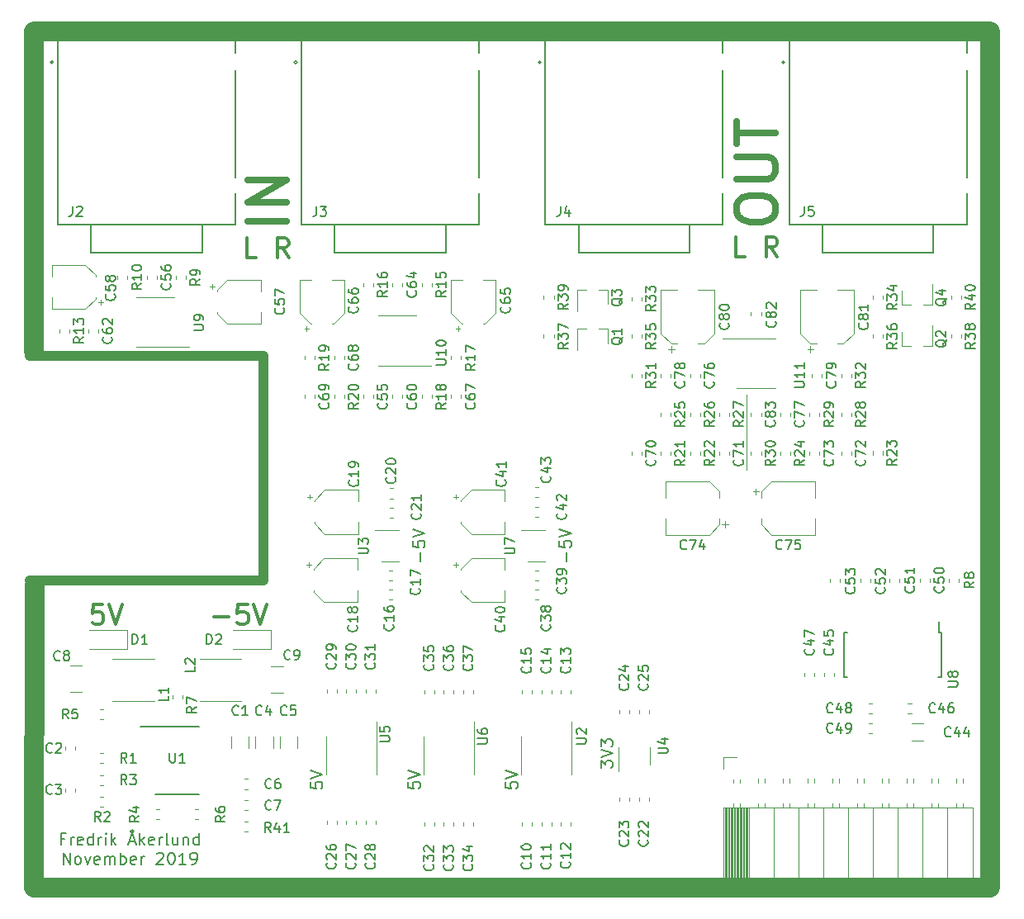
<source format=gbr>
G04 #@! TF.GenerationSoftware,KiCad,Pcbnew,(5.1.4)-1*
G04 #@! TF.CreationDate,2019-11-16T11:12:50+01:00*
G04 #@! TF.ProjectId,fpga_pedal,66706761-5f70-4656-9461-6c2e6b696361,rev?*
G04 #@! TF.SameCoordinates,Original*
G04 #@! TF.FileFunction,Legend,Top*
G04 #@! TF.FilePolarity,Positive*
%FSLAX46Y46*%
G04 Gerber Fmt 4.6, Leading zero omitted, Abs format (unit mm)*
G04 Created by KiCad (PCBNEW (5.1.4)-1) date 2019-11-16 11:12:50*
%MOMM*%
%LPD*%
G04 APERTURE LIST*
%ADD10C,0.200000*%
%ADD11C,1.000000*%
%ADD12C,0.150000*%
%ADD13C,2.000000*%
%ADD14C,0.120000*%
%ADD15C,0.300000*%
%ADD16C,0.700000*%
G04 APERTURE END LIST*
D10*
X143114285Y-136014285D02*
X142714285Y-136014285D01*
X142714285Y-136642857D02*
X142714285Y-135442857D01*
X143285714Y-135442857D01*
X143742857Y-136642857D02*
X143742857Y-135842857D01*
X143742857Y-136071428D02*
X143800000Y-135957142D01*
X143857142Y-135900000D01*
X143971428Y-135842857D01*
X144085714Y-135842857D01*
X144942857Y-136585714D02*
X144828571Y-136642857D01*
X144600000Y-136642857D01*
X144485714Y-136585714D01*
X144428571Y-136471428D01*
X144428571Y-136014285D01*
X144485714Y-135900000D01*
X144600000Y-135842857D01*
X144828571Y-135842857D01*
X144942857Y-135900000D01*
X145000000Y-136014285D01*
X145000000Y-136128571D01*
X144428571Y-136242857D01*
X146028571Y-136642857D02*
X146028571Y-135442857D01*
X146028571Y-136585714D02*
X145914285Y-136642857D01*
X145685714Y-136642857D01*
X145571428Y-136585714D01*
X145514285Y-136528571D01*
X145457142Y-136414285D01*
X145457142Y-136071428D01*
X145514285Y-135957142D01*
X145571428Y-135900000D01*
X145685714Y-135842857D01*
X145914285Y-135842857D01*
X146028571Y-135900000D01*
X146600000Y-136642857D02*
X146600000Y-135842857D01*
X146600000Y-136071428D02*
X146657142Y-135957142D01*
X146714285Y-135900000D01*
X146828571Y-135842857D01*
X146942857Y-135842857D01*
X147342857Y-136642857D02*
X147342857Y-135842857D01*
X147342857Y-135442857D02*
X147285714Y-135500000D01*
X147342857Y-135557142D01*
X147400000Y-135500000D01*
X147342857Y-135442857D01*
X147342857Y-135557142D01*
X147914285Y-136642857D02*
X147914285Y-135442857D01*
X148028571Y-136185714D02*
X148371428Y-136642857D01*
X148371428Y-135842857D02*
X147914285Y-136300000D01*
X149742857Y-136300000D02*
X150314285Y-136300000D01*
X149628571Y-136642857D02*
X150028571Y-135442857D01*
X150428571Y-136642857D01*
X150028571Y-135442857D02*
X149914285Y-135385714D01*
X149857142Y-135271428D01*
X149914285Y-135157142D01*
X150028571Y-135100000D01*
X150142857Y-135157142D01*
X150200000Y-135271428D01*
X150142857Y-135385714D01*
X150028571Y-135442857D01*
X150828571Y-136642857D02*
X150828571Y-135442857D01*
X150942857Y-136185714D02*
X151285714Y-136642857D01*
X151285714Y-135842857D02*
X150828571Y-136300000D01*
X152257142Y-136585714D02*
X152142857Y-136642857D01*
X151914285Y-136642857D01*
X151800000Y-136585714D01*
X151742857Y-136471428D01*
X151742857Y-136014285D01*
X151800000Y-135900000D01*
X151914285Y-135842857D01*
X152142857Y-135842857D01*
X152257142Y-135900000D01*
X152314285Y-136014285D01*
X152314285Y-136128571D01*
X151742857Y-136242857D01*
X152828571Y-136642857D02*
X152828571Y-135842857D01*
X152828571Y-136071428D02*
X152885714Y-135957142D01*
X152942857Y-135900000D01*
X153057142Y-135842857D01*
X153171428Y-135842857D01*
X153742857Y-136642857D02*
X153628571Y-136585714D01*
X153571428Y-136471428D01*
X153571428Y-135442857D01*
X154714285Y-135842857D02*
X154714285Y-136642857D01*
X154200000Y-135842857D02*
X154200000Y-136471428D01*
X154257142Y-136585714D01*
X154371428Y-136642857D01*
X154542857Y-136642857D01*
X154657142Y-136585714D01*
X154714285Y-136528571D01*
X155285714Y-135842857D02*
X155285714Y-136642857D01*
X155285714Y-135957142D02*
X155342857Y-135900000D01*
X155457142Y-135842857D01*
X155628571Y-135842857D01*
X155742857Y-135900000D01*
X155800000Y-136014285D01*
X155800000Y-136642857D01*
X156885714Y-136642857D02*
X156885714Y-135442857D01*
X156885714Y-136585714D02*
X156771428Y-136642857D01*
X156542857Y-136642857D01*
X156428571Y-136585714D01*
X156371428Y-136528571D01*
X156314285Y-136414285D01*
X156314285Y-136071428D01*
X156371428Y-135957142D01*
X156428571Y-135900000D01*
X156542857Y-135842857D01*
X156771428Y-135842857D01*
X156885714Y-135900000D01*
X142971428Y-138642857D02*
X142971428Y-137442857D01*
X143657142Y-138642857D01*
X143657142Y-137442857D01*
X144400000Y-138642857D02*
X144285714Y-138585714D01*
X144228571Y-138528571D01*
X144171428Y-138414285D01*
X144171428Y-138071428D01*
X144228571Y-137957142D01*
X144285714Y-137900000D01*
X144400000Y-137842857D01*
X144571428Y-137842857D01*
X144685714Y-137900000D01*
X144742857Y-137957142D01*
X144800000Y-138071428D01*
X144800000Y-138414285D01*
X144742857Y-138528571D01*
X144685714Y-138585714D01*
X144571428Y-138642857D01*
X144400000Y-138642857D01*
X145200000Y-137842857D02*
X145485714Y-138642857D01*
X145771428Y-137842857D01*
X146685714Y-138585714D02*
X146571428Y-138642857D01*
X146342857Y-138642857D01*
X146228571Y-138585714D01*
X146171428Y-138471428D01*
X146171428Y-138014285D01*
X146228571Y-137900000D01*
X146342857Y-137842857D01*
X146571428Y-137842857D01*
X146685714Y-137900000D01*
X146742857Y-138014285D01*
X146742857Y-138128571D01*
X146171428Y-138242857D01*
X147257142Y-138642857D02*
X147257142Y-137842857D01*
X147257142Y-137957142D02*
X147314285Y-137900000D01*
X147428571Y-137842857D01*
X147600000Y-137842857D01*
X147714285Y-137900000D01*
X147771428Y-138014285D01*
X147771428Y-138642857D01*
X147771428Y-138014285D02*
X147828571Y-137900000D01*
X147942857Y-137842857D01*
X148114285Y-137842857D01*
X148228571Y-137900000D01*
X148285714Y-138014285D01*
X148285714Y-138642857D01*
X148857142Y-138642857D02*
X148857142Y-137442857D01*
X148857142Y-137900000D02*
X148971428Y-137842857D01*
X149200000Y-137842857D01*
X149314285Y-137900000D01*
X149371428Y-137957142D01*
X149428571Y-138071428D01*
X149428571Y-138414285D01*
X149371428Y-138528571D01*
X149314285Y-138585714D01*
X149200000Y-138642857D01*
X148971428Y-138642857D01*
X148857142Y-138585714D01*
X150400000Y-138585714D02*
X150285714Y-138642857D01*
X150057142Y-138642857D01*
X149942857Y-138585714D01*
X149885714Y-138471428D01*
X149885714Y-138014285D01*
X149942857Y-137900000D01*
X150057142Y-137842857D01*
X150285714Y-137842857D01*
X150400000Y-137900000D01*
X150457142Y-138014285D01*
X150457142Y-138128571D01*
X149885714Y-138242857D01*
X150971428Y-138642857D02*
X150971428Y-137842857D01*
X150971428Y-138071428D02*
X151028571Y-137957142D01*
X151085714Y-137900000D01*
X151200000Y-137842857D01*
X151314285Y-137842857D01*
X152571428Y-137557142D02*
X152628571Y-137500000D01*
X152742857Y-137442857D01*
X153028571Y-137442857D01*
X153142857Y-137500000D01*
X153200000Y-137557142D01*
X153257142Y-137671428D01*
X153257142Y-137785714D01*
X153200000Y-137957142D01*
X152514285Y-138642857D01*
X153257142Y-138642857D01*
X154000000Y-137442857D02*
X154114285Y-137442857D01*
X154228571Y-137500000D01*
X154285714Y-137557142D01*
X154342857Y-137671428D01*
X154400000Y-137900000D01*
X154400000Y-138185714D01*
X154342857Y-138414285D01*
X154285714Y-138528571D01*
X154228571Y-138585714D01*
X154114285Y-138642857D01*
X154000000Y-138642857D01*
X153885714Y-138585714D01*
X153828571Y-138528571D01*
X153771428Y-138414285D01*
X153714285Y-138185714D01*
X153714285Y-137900000D01*
X153771428Y-137671428D01*
X153828571Y-137557142D01*
X153885714Y-137500000D01*
X154000000Y-137442857D01*
X155542857Y-138642857D02*
X154857142Y-138642857D01*
X155200000Y-138642857D02*
X155200000Y-137442857D01*
X155085714Y-137614285D01*
X154971428Y-137728571D01*
X154857142Y-137785714D01*
X156114285Y-138642857D02*
X156342857Y-138642857D01*
X156457142Y-138585714D01*
X156514285Y-138528571D01*
X156628571Y-138357142D01*
X156685714Y-138128571D01*
X156685714Y-137671428D01*
X156628571Y-137557142D01*
X156571428Y-137500000D01*
X156457142Y-137442857D01*
X156228571Y-137442857D01*
X156114285Y-137500000D01*
X156057142Y-137557142D01*
X156000000Y-137671428D01*
X156000000Y-137957142D01*
X156057142Y-138071428D01*
X156114285Y-138128571D01*
X156228571Y-138185714D01*
X156457142Y-138185714D01*
X156571428Y-138128571D01*
X156628571Y-138071428D01*
X156685714Y-137957142D01*
D11*
X163500000Y-109500000D02*
X163500000Y-86500000D01*
X139500000Y-86500000D02*
X163500000Y-86500000D01*
X139500000Y-109500000D02*
X163500000Y-109500000D01*
D12*
X194585714Y-107542857D02*
X194585714Y-106628571D01*
X193842857Y-105485714D02*
X193842857Y-106057142D01*
X194414285Y-106114285D01*
X194357142Y-106057142D01*
X194300000Y-105942857D01*
X194300000Y-105657142D01*
X194357142Y-105542857D01*
X194414285Y-105485714D01*
X194528571Y-105428571D01*
X194814285Y-105428571D01*
X194928571Y-105485714D01*
X194985714Y-105542857D01*
X195042857Y-105657142D01*
X195042857Y-105942857D01*
X194985714Y-106057142D01*
X194928571Y-106114285D01*
X193842857Y-105085714D02*
X195042857Y-104685714D01*
X193842857Y-104285714D01*
X179585714Y-107542857D02*
X179585714Y-106628571D01*
X178842857Y-105485714D02*
X178842857Y-106057142D01*
X179414285Y-106114285D01*
X179357142Y-106057142D01*
X179300000Y-105942857D01*
X179300000Y-105657142D01*
X179357142Y-105542857D01*
X179414285Y-105485714D01*
X179528571Y-105428571D01*
X179814285Y-105428571D01*
X179928571Y-105485714D01*
X179985714Y-105542857D01*
X180042857Y-105657142D01*
X180042857Y-105942857D01*
X179985714Y-106057142D01*
X179928571Y-106114285D01*
X178842857Y-105085714D02*
X180042857Y-104685714D01*
X178842857Y-104285714D01*
X198092857Y-128735714D02*
X198092857Y-127992857D01*
X198550000Y-128392857D01*
X198550000Y-128221428D01*
X198607142Y-128107142D01*
X198664285Y-128050000D01*
X198778571Y-127992857D01*
X199064285Y-127992857D01*
X199178571Y-128050000D01*
X199235714Y-128107142D01*
X199292857Y-128221428D01*
X199292857Y-128564285D01*
X199235714Y-128678571D01*
X199178571Y-128735714D01*
X198092857Y-127650000D02*
X199292857Y-127250000D01*
X198092857Y-126850000D01*
X198092857Y-126564285D02*
X198092857Y-125821428D01*
X198550000Y-126221428D01*
X198550000Y-126050000D01*
X198607142Y-125935714D01*
X198664285Y-125878571D01*
X198778571Y-125821428D01*
X199064285Y-125821428D01*
X199178571Y-125878571D01*
X199235714Y-125935714D01*
X199292857Y-126050000D01*
X199292857Y-126392857D01*
X199235714Y-126507142D01*
X199178571Y-126564285D01*
X168342857Y-130228571D02*
X168342857Y-130800000D01*
X168914285Y-130857142D01*
X168857142Y-130800000D01*
X168800000Y-130685714D01*
X168800000Y-130400000D01*
X168857142Y-130285714D01*
X168914285Y-130228571D01*
X169028571Y-130171428D01*
X169314285Y-130171428D01*
X169428571Y-130228571D01*
X169485714Y-130285714D01*
X169542857Y-130400000D01*
X169542857Y-130685714D01*
X169485714Y-130800000D01*
X169428571Y-130857142D01*
X168342857Y-129828571D02*
X169542857Y-129428571D01*
X168342857Y-129028571D01*
X178342857Y-130228571D02*
X178342857Y-130800000D01*
X178914285Y-130857142D01*
X178857142Y-130800000D01*
X178800000Y-130685714D01*
X178800000Y-130400000D01*
X178857142Y-130285714D01*
X178914285Y-130228571D01*
X179028571Y-130171428D01*
X179314285Y-130171428D01*
X179428571Y-130228571D01*
X179485714Y-130285714D01*
X179542857Y-130400000D01*
X179542857Y-130685714D01*
X179485714Y-130800000D01*
X179428571Y-130857142D01*
X178342857Y-129828571D02*
X179542857Y-129428571D01*
X178342857Y-129028571D01*
D13*
X139990000Y-86000000D02*
X140000000Y-53250000D01*
X140000000Y-141000000D02*
X140010000Y-110010000D01*
X238000000Y-53250000D02*
X140000000Y-53250000D01*
X238000000Y-141000000D02*
X140000000Y-141000000D01*
X238000000Y-53300000D02*
X238000000Y-141000000D01*
D14*
X213050000Y-98150000D02*
X213050000Y-90450000D01*
D15*
X158428571Y-113242857D02*
X159952380Y-113242857D01*
X161857142Y-112004761D02*
X160904761Y-112004761D01*
X160809523Y-112957142D01*
X160904761Y-112861904D01*
X161095238Y-112766666D01*
X161571428Y-112766666D01*
X161761904Y-112861904D01*
X161857142Y-112957142D01*
X161952380Y-113147619D01*
X161952380Y-113623809D01*
X161857142Y-113814285D01*
X161761904Y-113909523D01*
X161571428Y-114004761D01*
X161095238Y-114004761D01*
X160904761Y-113909523D01*
X160809523Y-113814285D01*
X162523809Y-112004761D02*
X163190476Y-114004761D01*
X163857142Y-112004761D01*
X147019047Y-112004761D02*
X146066666Y-112004761D01*
X145971428Y-112957142D01*
X146066666Y-112861904D01*
X146257142Y-112766666D01*
X146733333Y-112766666D01*
X146923809Y-112861904D01*
X147019047Y-112957142D01*
X147114285Y-113147619D01*
X147114285Y-113623809D01*
X147019047Y-113814285D01*
X146923809Y-113909523D01*
X146733333Y-114004761D01*
X146257142Y-114004761D01*
X146066666Y-113909523D01*
X145971428Y-113814285D01*
X147685714Y-112004761D02*
X148352380Y-114004761D01*
X149019047Y-112004761D01*
X212857142Y-76304761D02*
X211904761Y-76304761D01*
X211904761Y-74304761D01*
X216190476Y-76304761D02*
X215523809Y-75352380D01*
X215047619Y-76304761D02*
X215047619Y-74304761D01*
X215809523Y-74304761D01*
X216000000Y-74400000D01*
X216095238Y-74495238D01*
X216190476Y-74685714D01*
X216190476Y-74971428D01*
X216095238Y-75161904D01*
X216000000Y-75257142D01*
X215809523Y-75352380D01*
X215047619Y-75352380D01*
X162757142Y-76404761D02*
X161804761Y-76404761D01*
X161804761Y-74404761D01*
X166090476Y-76404761D02*
X165423809Y-75452380D01*
X164947619Y-76404761D02*
X164947619Y-74404761D01*
X165709523Y-74404761D01*
X165900000Y-74500000D01*
X165995238Y-74595238D01*
X166090476Y-74785714D01*
X166090476Y-75071428D01*
X165995238Y-75261904D01*
X165900000Y-75357142D01*
X165709523Y-75452380D01*
X164947619Y-75452380D01*
D16*
X212009523Y-71800000D02*
X212009523Y-71038095D01*
X212200000Y-70657142D01*
X212580952Y-70276190D01*
X213342857Y-70085714D01*
X214676190Y-70085714D01*
X215438095Y-70276190D01*
X215819047Y-70657142D01*
X216009523Y-71038095D01*
X216009523Y-71800000D01*
X215819047Y-72180952D01*
X215438095Y-72561904D01*
X214676190Y-72752380D01*
X213342857Y-72752380D01*
X212580952Y-72561904D01*
X212200000Y-72180952D01*
X212009523Y-71800000D01*
X212009523Y-68371428D02*
X215247619Y-68371428D01*
X215628571Y-68180952D01*
X215819047Y-67990476D01*
X216009523Y-67609523D01*
X216009523Y-66847619D01*
X215819047Y-66466666D01*
X215628571Y-66276190D01*
X215247619Y-66085714D01*
X212009523Y-66085714D01*
X212009523Y-64752380D02*
X212009523Y-62466666D01*
X216009523Y-63609523D02*
X212009523Y-63609523D01*
X165909523Y-72695238D02*
X161909523Y-72695238D01*
X165909523Y-70790476D02*
X161909523Y-70790476D01*
X165909523Y-68504761D01*
X161909523Y-68504761D01*
D12*
X188342857Y-130228571D02*
X188342857Y-130800000D01*
X188914285Y-130857142D01*
X188857142Y-130800000D01*
X188800000Y-130685714D01*
X188800000Y-130400000D01*
X188857142Y-130285714D01*
X188914285Y-130228571D01*
X189028571Y-130171428D01*
X189314285Y-130171428D01*
X189428571Y-130228571D01*
X189485714Y-130285714D01*
X189542857Y-130400000D01*
X189542857Y-130685714D01*
X189485714Y-130800000D01*
X189428571Y-130857142D01*
X188342857Y-129828571D02*
X189542857Y-129428571D01*
X188342857Y-129028571D01*
D14*
X210670000Y-128800000D02*
X210670000Y-127690000D01*
X210670000Y-127690000D02*
X212000000Y-127690000D01*
X210670000Y-141430000D02*
X236190000Y-141430000D01*
X236190000Y-141430000D02*
X236190000Y-132800000D01*
X210670000Y-132800000D02*
X236190000Y-132800000D01*
X210670000Y-141430000D02*
X210670000Y-132800000D01*
X233590000Y-141430000D02*
X233590000Y-132800000D01*
X231050000Y-141430000D02*
X231050000Y-132800000D01*
X228510000Y-141430000D02*
X228510000Y-132800000D01*
X225970000Y-141430000D02*
X225970000Y-132800000D01*
X223430000Y-141430000D02*
X223430000Y-132800000D01*
X220890000Y-141430000D02*
X220890000Y-132800000D01*
X218350000Y-141430000D02*
X218350000Y-132800000D01*
X215810000Y-141430000D02*
X215810000Y-132800000D01*
X213270000Y-141430000D02*
X213270000Y-132800000D01*
X235220000Y-130290000D02*
X235220000Y-129850000D01*
X235220000Y-132800000D02*
X235220000Y-132390000D01*
X234500000Y-130290000D02*
X234500000Y-129850000D01*
X234500000Y-132800000D02*
X234500000Y-132390000D01*
X232680000Y-130290000D02*
X232680000Y-129850000D01*
X232680000Y-132800000D02*
X232680000Y-132390000D01*
X231960000Y-130290000D02*
X231960000Y-129850000D01*
X231960000Y-132800000D02*
X231960000Y-132390000D01*
X230140000Y-130290000D02*
X230140000Y-129850000D01*
X230140000Y-132800000D02*
X230140000Y-132390000D01*
X229420000Y-130290000D02*
X229420000Y-129850000D01*
X229420000Y-132800000D02*
X229420000Y-132390000D01*
X227600000Y-130290000D02*
X227600000Y-129850000D01*
X227600000Y-132800000D02*
X227600000Y-132390000D01*
X226880000Y-130290000D02*
X226880000Y-129850000D01*
X226880000Y-132800000D02*
X226880000Y-132390000D01*
X225060000Y-130290000D02*
X225060000Y-129850000D01*
X225060000Y-132800000D02*
X225060000Y-132390000D01*
X224340000Y-130290000D02*
X224340000Y-129850000D01*
X224340000Y-132800000D02*
X224340000Y-132390000D01*
X222520000Y-130290000D02*
X222520000Y-129850000D01*
X222520000Y-132800000D02*
X222520000Y-132390000D01*
X221800000Y-130290000D02*
X221800000Y-129850000D01*
X221800000Y-132800000D02*
X221800000Y-132390000D01*
X219980000Y-130290000D02*
X219980000Y-129850000D01*
X219980000Y-132800000D02*
X219980000Y-132390000D01*
X219260000Y-130290000D02*
X219260000Y-129850000D01*
X219260000Y-132800000D02*
X219260000Y-132390000D01*
X217440000Y-130290000D02*
X217440000Y-129850000D01*
X217440000Y-132800000D02*
X217440000Y-132390000D01*
X216720000Y-130290000D02*
X216720000Y-129850000D01*
X216720000Y-132800000D02*
X216720000Y-132390000D01*
X214900000Y-130290000D02*
X214900000Y-129850000D01*
X214900000Y-132800000D02*
X214900000Y-132390000D01*
X214180000Y-130290000D02*
X214180000Y-129850000D01*
X214180000Y-132800000D02*
X214180000Y-132390000D01*
X212360000Y-130290000D02*
X212360000Y-129910000D01*
X212360000Y-132800000D02*
X212360000Y-132390000D01*
X211640000Y-130290000D02*
X211640000Y-129910000D01*
X211640000Y-132800000D02*
X211640000Y-132390000D01*
X213151900Y-141430000D02*
X213151900Y-132800000D01*
X213033805Y-141430000D02*
X213033805Y-132800000D01*
X212915710Y-141430000D02*
X212915710Y-132800000D01*
X212797615Y-141430000D02*
X212797615Y-132800000D01*
X212679520Y-141430000D02*
X212679520Y-132800000D01*
X212561425Y-141430000D02*
X212561425Y-132800000D01*
X212443330Y-141430000D02*
X212443330Y-132800000D01*
X212325235Y-141430000D02*
X212325235Y-132800000D01*
X212207140Y-141430000D02*
X212207140Y-132800000D01*
X212089045Y-141430000D02*
X212089045Y-132800000D01*
X211970950Y-141430000D02*
X211970950Y-132800000D01*
X211852855Y-141430000D02*
X211852855Y-132800000D01*
X211734760Y-141430000D02*
X211734760Y-132800000D01*
X211616665Y-141430000D02*
X211616665Y-132800000D01*
X211498570Y-141430000D02*
X211498570Y-132800000D01*
X211380475Y-141430000D02*
X211380475Y-132800000D01*
X211262380Y-141430000D02*
X211262380Y-132800000D01*
X211144285Y-141430000D02*
X211144285Y-132800000D01*
X211026190Y-141430000D02*
X211026190Y-132800000D01*
X210908095Y-141430000D02*
X210908095Y-132800000D01*
X210790000Y-141430000D02*
X210790000Y-132800000D01*
X161254000Y-121854000D02*
X156946000Y-121854000D01*
X156946000Y-117546000D02*
X161254000Y-117546000D01*
X152354000Y-121854000D02*
X148046000Y-121854000D01*
X148046000Y-117546000D02*
X152354000Y-117546000D01*
D12*
X232750000Y-114825000D02*
X232750000Y-113750000D01*
X223025000Y-114825000D02*
X223025000Y-119475000D01*
X232975000Y-114825000D02*
X232975000Y-119475000D01*
X223025000Y-114825000D02*
X223350000Y-114825000D01*
X223025000Y-119475000D02*
X223350000Y-119475000D01*
X232975000Y-119475000D02*
X232650000Y-119475000D01*
X232975000Y-114825000D02*
X232750000Y-114825000D01*
D14*
X192400000Y-104390000D02*
X189950000Y-104390000D01*
X190600000Y-107610000D02*
X192400000Y-107610000D01*
X177400000Y-104390000D02*
X174950000Y-104390000D01*
X175600000Y-107610000D02*
X177400000Y-107610000D01*
D12*
X150900000Y-124550000D02*
X156875000Y-124550000D01*
X152425000Y-131450000D02*
X156875000Y-131450000D01*
D14*
X233990000Y-80328733D02*
X233990000Y-80671267D01*
X235010000Y-80328733D02*
X235010000Y-80671267D01*
X192240000Y-80328733D02*
X192240000Y-80671267D01*
X193260000Y-80328733D02*
X193260000Y-80671267D01*
X235010000Y-84671267D02*
X235010000Y-84328733D01*
X233990000Y-84671267D02*
X233990000Y-84328733D01*
X193260000Y-84671267D02*
X193260000Y-84328733D01*
X192240000Y-84671267D02*
X192240000Y-84328733D01*
X227010000Y-84671267D02*
X227010000Y-84328733D01*
X225990000Y-84671267D02*
X225990000Y-84328733D01*
X202260000Y-84671267D02*
X202260000Y-84328733D01*
X201240000Y-84671267D02*
X201240000Y-84328733D01*
X227010000Y-80671267D02*
X227010000Y-80328733D01*
X225990000Y-80671267D02*
X225990000Y-80328733D01*
X202260000Y-80796267D02*
X202260000Y-80453733D01*
X201240000Y-80796267D02*
X201240000Y-80453733D01*
X222740000Y-88328733D02*
X222740000Y-88671267D01*
X223760000Y-88328733D02*
X223760000Y-88671267D01*
X201240000Y-88328733D02*
X201240000Y-88671267D01*
X202260000Y-88328733D02*
X202260000Y-88671267D01*
X213490000Y-96328733D02*
X213490000Y-96671267D01*
X214510000Y-96328733D02*
X214510000Y-96671267D01*
X220510000Y-92671267D02*
X220510000Y-92328733D01*
X219490000Y-92671267D02*
X219490000Y-92328733D01*
X222740000Y-92328733D02*
X222740000Y-92671267D01*
X223760000Y-92328733D02*
X223760000Y-92671267D01*
X210240000Y-92328733D02*
X210240000Y-92671267D01*
X211260000Y-92328733D02*
X211260000Y-92671267D01*
X208260000Y-92671267D02*
X208260000Y-92328733D01*
X207240000Y-92671267D02*
X207240000Y-92328733D01*
X204240000Y-92328733D02*
X204240000Y-92671267D01*
X205260000Y-92328733D02*
X205260000Y-92671267D01*
X217510000Y-96671267D02*
X217510000Y-96328733D01*
X216490000Y-96671267D02*
X216490000Y-96328733D01*
X225940000Y-96278733D02*
X225940000Y-96621267D01*
X226960000Y-96278733D02*
X226960000Y-96621267D01*
X208260000Y-96671267D02*
X208260000Y-96328733D01*
X207240000Y-96671267D02*
X207240000Y-96328733D01*
X204240000Y-96328733D02*
X204240000Y-96671267D01*
X205260000Y-96328733D02*
X205260000Y-96671267D01*
X171760000Y-90861267D02*
X171760000Y-90518733D01*
X170740000Y-90861267D02*
X170740000Y-90518733D01*
X180760000Y-90861267D02*
X180760000Y-90518733D01*
X179740000Y-90861267D02*
X179740000Y-90518733D01*
X168760000Y-86861267D02*
X168760000Y-86518733D01*
X167740000Y-86861267D02*
X167740000Y-86518733D01*
X183760000Y-86861267D02*
X183760000Y-86518733D01*
X182740000Y-86861267D02*
X182740000Y-86518733D01*
X174760000Y-79361267D02*
X174760000Y-79018733D01*
X173740000Y-79361267D02*
X173740000Y-79018733D01*
X179740000Y-79018733D02*
X179740000Y-79361267D01*
X180760000Y-79018733D02*
X180760000Y-79361267D01*
X143610000Y-84111267D02*
X143610000Y-83768733D01*
X142590000Y-84111267D02*
X142590000Y-83768733D01*
X149560000Y-78611267D02*
X149560000Y-78268733D01*
X148540000Y-78611267D02*
X148540000Y-78268733D01*
X154540000Y-78268733D02*
X154540000Y-78611267D01*
X155560000Y-78268733D02*
X155560000Y-78611267D01*
X233790000Y-109328733D02*
X233790000Y-109671267D01*
X234810000Y-109328733D02*
X234810000Y-109671267D01*
X155220000Y-121631267D02*
X155220000Y-121288733D01*
X154200000Y-121631267D02*
X154200000Y-121288733D01*
X156478733Y-134010000D02*
X156821267Y-134010000D01*
X156478733Y-132990000D02*
X156821267Y-132990000D01*
X147071267Y-122740000D02*
X146728733Y-122740000D01*
X147071267Y-123760000D02*
X146728733Y-123760000D01*
X152821267Y-132990000D02*
X152478733Y-132990000D01*
X152821267Y-134010000D02*
X152478733Y-134010000D01*
X147071267Y-129490000D02*
X146728733Y-129490000D01*
X147071267Y-130510000D02*
X146728733Y-130510000D01*
X147071267Y-131740000D02*
X146728733Y-131740000D01*
X147071267Y-132760000D02*
X146728733Y-132760000D01*
X147071267Y-127240000D02*
X146728733Y-127240000D01*
X147071267Y-128260000D02*
X146728733Y-128260000D01*
X228920000Y-81260000D02*
X228920000Y-79800000D01*
X232080000Y-81260000D02*
X232080000Y-79100000D01*
X232080000Y-81260000D02*
X231150000Y-81260000D01*
X228920000Y-81260000D02*
X229850000Y-81260000D01*
X198830000Y-79740000D02*
X198830000Y-81200000D01*
X195670000Y-79740000D02*
X195670000Y-81900000D01*
X195670000Y-79740000D02*
X196600000Y-79740000D01*
X198830000Y-79740000D02*
X197900000Y-79740000D01*
X228920000Y-85510000D02*
X228920000Y-84050000D01*
X232080000Y-85510000D02*
X232080000Y-83350000D01*
X232080000Y-85510000D02*
X231150000Y-85510000D01*
X228920000Y-85510000D02*
X229850000Y-85510000D01*
X198830000Y-83740000D02*
X198830000Y-85200000D01*
X195670000Y-83740000D02*
X195670000Y-85900000D01*
X195670000Y-83740000D02*
X196600000Y-83740000D01*
X198830000Y-83740000D02*
X197900000Y-83740000D01*
X164250000Y-116600000D02*
X160350000Y-116600000D01*
X164250000Y-114600000D02*
X160350000Y-114600000D01*
X164250000Y-116600000D02*
X164250000Y-114600000D01*
X149550000Y-116600000D02*
X145650000Y-116600000D01*
X149550000Y-114600000D02*
X145650000Y-114600000D01*
X149550000Y-116600000D02*
X149550000Y-114600000D01*
X219252500Y-85812500D02*
X219877500Y-85812500D01*
X219565000Y-86125000D02*
X219565000Y-85500000D01*
X222945563Y-85260000D02*
X224010000Y-84195563D01*
X219554437Y-85260000D02*
X218490000Y-84195563D01*
X219554437Y-85260000D02*
X220190000Y-85260000D01*
X222945563Y-85260000D02*
X222310000Y-85260000D01*
X224010000Y-84195563D02*
X224010000Y-79740000D01*
X218490000Y-84195563D02*
X218490000Y-79740000D01*
X218490000Y-79740000D02*
X220190000Y-79740000D01*
X224010000Y-79740000D02*
X222310000Y-79740000D01*
X205002500Y-85812500D02*
X205627500Y-85812500D01*
X205315000Y-86125000D02*
X205315000Y-85500000D01*
X208695563Y-85260000D02*
X209760000Y-84195563D01*
X205304437Y-85260000D02*
X204240000Y-84195563D01*
X205304437Y-85260000D02*
X205940000Y-85260000D01*
X208695563Y-85260000D02*
X208060000Y-85260000D01*
X209760000Y-84195563D02*
X209760000Y-79740000D01*
X204240000Y-84195563D02*
X204240000Y-79740000D01*
X204240000Y-79740000D02*
X205940000Y-79740000D01*
X209760000Y-79740000D02*
X208060000Y-79740000D01*
X219740000Y-88328733D02*
X219740000Y-88671267D01*
X220760000Y-88328733D02*
X220760000Y-88671267D01*
X204240000Y-88328733D02*
X204240000Y-88671267D01*
X205260000Y-88328733D02*
X205260000Y-88671267D01*
X217510000Y-92671267D02*
X217510000Y-92328733D01*
X216490000Y-92671267D02*
X216490000Y-92328733D01*
X208260000Y-88671267D02*
X208260000Y-88328733D01*
X207240000Y-88671267D02*
X207240000Y-88328733D01*
X219490000Y-96328733D02*
X219490000Y-96671267D01*
X220510000Y-96328733D02*
X220510000Y-96671267D01*
X210240000Y-96328733D02*
X210240000Y-96671267D01*
X211260000Y-96328733D02*
X211260000Y-96671267D01*
X223760000Y-96671267D02*
X223760000Y-96328733D01*
X222740000Y-96671267D02*
X222740000Y-96328733D01*
X202260000Y-96671267D02*
X202260000Y-96328733D01*
X201240000Y-96671267D02*
X201240000Y-96328733D01*
X214510000Y-92671267D02*
X214510000Y-92328733D01*
X213490000Y-92671267D02*
X213490000Y-92328733D01*
X213490000Y-82028733D02*
X213490000Y-82371267D01*
X214510000Y-82028733D02*
X214510000Y-82371267D01*
X167740000Y-90518733D02*
X167740000Y-90861267D01*
X168760000Y-90518733D02*
X168760000Y-90861267D01*
X171760000Y-86861267D02*
X171760000Y-86518733D01*
X170740000Y-86861267D02*
X170740000Y-86518733D01*
X182740000Y-90518733D02*
X182740000Y-90861267D01*
X183760000Y-90518733D02*
X183760000Y-90861267D01*
X167690000Y-83690000D02*
X168190000Y-83690000D01*
X167940000Y-83940000D02*
X167940000Y-83440000D01*
X170695563Y-83200000D02*
X171760000Y-82135563D01*
X168304437Y-83200000D02*
X167240000Y-82135563D01*
X168304437Y-83200000D02*
X168440000Y-83200000D01*
X170695563Y-83200000D02*
X170560000Y-83200000D01*
X171760000Y-82135563D02*
X171760000Y-78680000D01*
X167240000Y-82135563D02*
X167240000Y-78680000D01*
X167240000Y-78680000D02*
X168440000Y-78680000D01*
X171760000Y-78680000D02*
X170560000Y-78680000D01*
X183190000Y-83690000D02*
X183690000Y-83690000D01*
X183440000Y-83940000D02*
X183440000Y-83440000D01*
X186195563Y-83200000D02*
X187260000Y-82135563D01*
X183804437Y-83200000D02*
X182740000Y-82135563D01*
X183804437Y-83200000D02*
X183940000Y-83200000D01*
X186195563Y-83200000D02*
X186060000Y-83200000D01*
X187260000Y-82135563D02*
X187260000Y-78680000D01*
X182740000Y-82135563D02*
X182740000Y-78680000D01*
X182740000Y-78680000D02*
X183940000Y-78680000D01*
X187260000Y-78680000D02*
X186060000Y-78680000D01*
X177760000Y-79361267D02*
X177760000Y-79018733D01*
X176740000Y-79361267D02*
X176740000Y-79018733D01*
X146560000Y-84111267D02*
X146560000Y-83768733D01*
X145540000Y-84111267D02*
X145540000Y-83768733D01*
X146800000Y-81250000D02*
X146800000Y-80750000D01*
X147050000Y-81000000D02*
X146550000Y-81000000D01*
X146310000Y-78244437D02*
X145245563Y-77180000D01*
X146310000Y-80635563D02*
X145245563Y-81700000D01*
X146310000Y-80635563D02*
X146310000Y-80500000D01*
X146310000Y-78244437D02*
X146310000Y-78380000D01*
X145245563Y-77180000D02*
X141790000Y-77180000D01*
X145245563Y-81700000D02*
X141790000Y-81700000D01*
X141790000Y-81700000D02*
X141790000Y-80500000D01*
X141790000Y-77180000D02*
X141790000Y-78380000D01*
X158250000Y-79140000D02*
X158250000Y-79640000D01*
X158000000Y-79390000D02*
X158500000Y-79390000D01*
X158740000Y-82145563D02*
X159804437Y-83210000D01*
X158740000Y-79754437D02*
X159804437Y-78690000D01*
X158740000Y-79754437D02*
X158740000Y-79890000D01*
X158740000Y-82145563D02*
X158740000Y-82010000D01*
X159804437Y-83210000D02*
X163260000Y-83210000D01*
X159804437Y-78690000D02*
X163260000Y-78690000D01*
X163260000Y-78690000D02*
X163260000Y-79890000D01*
X163260000Y-83210000D02*
X163260000Y-82010000D01*
X152560000Y-78611267D02*
X152560000Y-78268733D01*
X151540000Y-78611267D02*
X151540000Y-78268733D01*
X222610000Y-109671267D02*
X222610000Y-109328733D01*
X221590000Y-109671267D02*
X221590000Y-109328733D01*
X225710000Y-109671267D02*
X225710000Y-109328733D01*
X224690000Y-109671267D02*
X224690000Y-109328733D01*
X227690000Y-109328733D02*
X227690000Y-109671267D01*
X228710000Y-109328733D02*
X228710000Y-109671267D01*
X230790000Y-109328733D02*
X230790000Y-109671267D01*
X231810000Y-109328733D02*
X231810000Y-109671267D01*
X225578733Y-125160000D02*
X225921267Y-125160000D01*
X225578733Y-124140000D02*
X225921267Y-124140000D01*
X225578733Y-123160000D02*
X225921267Y-123160000D01*
X225578733Y-122140000D02*
X225921267Y-122140000D01*
X218990000Y-118978733D02*
X218990000Y-119321267D01*
X220010000Y-118978733D02*
X220010000Y-119321267D01*
X229578733Y-123160000D02*
X229921267Y-123160000D01*
X229578733Y-122140000D02*
X229921267Y-122140000D01*
X220990000Y-118978733D02*
X220990000Y-119321267D01*
X222010000Y-118978733D02*
X222010000Y-119321267D01*
X177760000Y-90861267D02*
X177760000Y-90518733D01*
X176740000Y-90861267D02*
X176740000Y-90518733D01*
X174760000Y-90861267D02*
X174760000Y-90518733D01*
X173740000Y-90861267D02*
X173740000Y-90518733D01*
X191671267Y-99990000D02*
X191328733Y-99990000D01*
X191671267Y-101010000D02*
X191328733Y-101010000D01*
X191671267Y-101990000D02*
X191328733Y-101990000D01*
X191671267Y-103010000D02*
X191328733Y-103010000D01*
X183250000Y-100690000D02*
X183250000Y-101190000D01*
X183000000Y-100940000D02*
X183500000Y-100940000D01*
X183740000Y-103695563D02*
X184804437Y-104760000D01*
X183740000Y-101304437D02*
X184804437Y-100240000D01*
X183740000Y-101304437D02*
X183740000Y-101440000D01*
X183740000Y-103695563D02*
X183740000Y-103560000D01*
X184804437Y-104760000D02*
X188260000Y-104760000D01*
X184804437Y-100240000D02*
X188260000Y-100240000D01*
X188260000Y-100240000D02*
X188260000Y-101440000D01*
X188260000Y-104760000D02*
X188260000Y-103560000D01*
X183250000Y-107690000D02*
X183250000Y-108190000D01*
X183000000Y-107940000D02*
X183500000Y-107940000D01*
X183740000Y-110695563D02*
X184804437Y-111760000D01*
X183740000Y-108304437D02*
X184804437Y-107240000D01*
X183740000Y-108304437D02*
X183740000Y-108440000D01*
X183740000Y-110695563D02*
X183740000Y-110560000D01*
X184804437Y-111760000D02*
X188260000Y-111760000D01*
X184804437Y-107240000D02*
X188260000Y-107240000D01*
X188260000Y-107240000D02*
X188260000Y-108440000D01*
X188260000Y-111760000D02*
X188260000Y-110560000D01*
X191328733Y-109510000D02*
X191671267Y-109510000D01*
X191328733Y-108490000D02*
X191671267Y-108490000D01*
X191328733Y-111510000D02*
X191671267Y-111510000D01*
X191328733Y-110490000D02*
X191671267Y-110490000D01*
X185010000Y-121171267D02*
X185010000Y-120828733D01*
X183990000Y-121171267D02*
X183990000Y-120828733D01*
X183010000Y-121171267D02*
X183010000Y-120828733D01*
X181990000Y-121171267D02*
X181990000Y-120828733D01*
X181010000Y-121171267D02*
X181010000Y-120828733D01*
X179990000Y-121171267D02*
X179990000Y-120828733D01*
X183990000Y-134328733D02*
X183990000Y-134671267D01*
X185010000Y-134328733D02*
X185010000Y-134671267D01*
X181990000Y-134328733D02*
X181990000Y-134671267D01*
X183010000Y-134328733D02*
X183010000Y-134671267D01*
X179990000Y-134328733D02*
X179990000Y-134671267D01*
X181010000Y-134328733D02*
X181010000Y-134671267D01*
X175010000Y-121021267D02*
X175010000Y-120678733D01*
X173990000Y-121021267D02*
X173990000Y-120678733D01*
X173010000Y-121021267D02*
X173010000Y-120678733D01*
X171990000Y-121021267D02*
X171990000Y-120678733D01*
X171010000Y-121021267D02*
X171010000Y-120678733D01*
X169990000Y-121021267D02*
X169990000Y-120678733D01*
X173990000Y-134178733D02*
X173990000Y-134521267D01*
X175010000Y-134178733D02*
X175010000Y-134521267D01*
X171990000Y-134178733D02*
X171990000Y-134521267D01*
X173010000Y-134178733D02*
X173010000Y-134521267D01*
X169990000Y-134178733D02*
X169990000Y-134521267D01*
X171010000Y-134178733D02*
X171010000Y-134521267D01*
X201990000Y-122828733D02*
X201990000Y-123171267D01*
X203010000Y-122828733D02*
X203010000Y-123171267D01*
X201010000Y-123171267D02*
X201010000Y-122828733D01*
X199990000Y-123171267D02*
X199990000Y-122828733D01*
X199990000Y-131828733D02*
X199990000Y-132171267D01*
X201010000Y-131828733D02*
X201010000Y-132171267D01*
X201990000Y-131828733D02*
X201990000Y-132171267D01*
X203010000Y-131828733D02*
X203010000Y-132171267D01*
X176771267Y-102090000D02*
X176428733Y-102090000D01*
X176771267Y-103110000D02*
X176428733Y-103110000D01*
X176771267Y-100090000D02*
X176428733Y-100090000D01*
X176771267Y-101110000D02*
X176428733Y-101110000D01*
X168250000Y-100690000D02*
X168250000Y-101190000D01*
X168000000Y-100940000D02*
X168500000Y-100940000D01*
X168740000Y-103695563D02*
X169804437Y-104760000D01*
X168740000Y-101304437D02*
X169804437Y-100240000D01*
X168740000Y-101304437D02*
X168740000Y-101440000D01*
X168740000Y-103695563D02*
X168740000Y-103560000D01*
X169804437Y-104760000D02*
X173260000Y-104760000D01*
X169804437Y-100240000D02*
X173260000Y-100240000D01*
X173260000Y-100240000D02*
X173260000Y-101440000D01*
X173260000Y-104760000D02*
X173260000Y-103560000D01*
X168150000Y-107690000D02*
X168150000Y-108190000D01*
X167900000Y-107940000D02*
X168400000Y-107940000D01*
X168640000Y-110695563D02*
X169704437Y-111760000D01*
X168640000Y-108304437D02*
X169704437Y-107240000D01*
X168640000Y-108304437D02*
X168640000Y-108440000D01*
X168640000Y-110695563D02*
X168640000Y-110560000D01*
X169704437Y-111760000D02*
X173160000Y-111760000D01*
X169704437Y-107240000D02*
X173160000Y-107240000D01*
X173160000Y-107240000D02*
X173160000Y-108440000D01*
X173160000Y-111760000D02*
X173160000Y-110560000D01*
X176328733Y-109510000D02*
X176671267Y-109510000D01*
X176328733Y-108490000D02*
X176671267Y-108490000D01*
X176328733Y-111510000D02*
X176671267Y-111510000D01*
X176328733Y-110490000D02*
X176671267Y-110490000D01*
X191010000Y-121171267D02*
X191010000Y-120828733D01*
X189990000Y-121171267D02*
X189990000Y-120828733D01*
X193010000Y-121171267D02*
X193010000Y-120828733D01*
X191990000Y-121171267D02*
X191990000Y-120828733D01*
X195010000Y-121171267D02*
X195010000Y-120828733D01*
X193990000Y-121171267D02*
X193990000Y-120828733D01*
X193990000Y-134328733D02*
X193990000Y-134671267D01*
X195010000Y-134328733D02*
X195010000Y-134671267D01*
X191990000Y-134328733D02*
X191990000Y-134671267D01*
X193010000Y-134328733D02*
X193010000Y-134671267D01*
X189990000Y-134328733D02*
X189990000Y-134671267D01*
X191010000Y-134328733D02*
X191010000Y-134671267D01*
X161871267Y-132090000D02*
X161528733Y-132090000D01*
X161871267Y-133110000D02*
X161528733Y-133110000D01*
X161528733Y-130910000D02*
X161871267Y-130910000D01*
X161528733Y-129890000D02*
X161871267Y-129890000D01*
X144160000Y-131171267D02*
X144160000Y-130828733D01*
X143140000Y-131171267D02*
X143140000Y-130828733D01*
X144160000Y-126921267D02*
X144160000Y-126578733D01*
X143140000Y-126921267D02*
X143140000Y-126578733D01*
X199890000Y-126600000D02*
X199890000Y-129050000D01*
X203110000Y-128400000D02*
X203110000Y-126600000D01*
X152400000Y-85600000D02*
X155850000Y-85600000D01*
X152400000Y-85600000D02*
X150450000Y-85600000D01*
X152400000Y-80480000D02*
X154350000Y-80480000D01*
X152400000Y-80480000D02*
X150450000Y-80480000D01*
X177250000Y-87500000D02*
X180700000Y-87500000D01*
X177250000Y-87500000D02*
X175300000Y-87500000D01*
X177250000Y-82380000D02*
X179200000Y-82380000D01*
X177250000Y-82380000D02*
X175300000Y-82380000D01*
X214000000Y-84690000D02*
X210550000Y-84690000D01*
X214000000Y-84690000D02*
X215950000Y-84690000D01*
X214000000Y-89810000D02*
X212050000Y-89810000D01*
X214000000Y-89810000D02*
X215950000Y-89810000D01*
X195060000Y-127500000D02*
X195060000Y-124050000D01*
X195060000Y-127500000D02*
X195060000Y-129450000D01*
X189940000Y-127500000D02*
X189940000Y-125550000D01*
X189940000Y-127500000D02*
X189940000Y-129450000D01*
X175060000Y-127500000D02*
X175060000Y-124050000D01*
X175060000Y-127500000D02*
X175060000Y-129450000D01*
X169940000Y-127500000D02*
X169940000Y-125550000D01*
X169940000Y-127500000D02*
X169940000Y-129450000D01*
X185060000Y-127500000D02*
X185060000Y-124050000D01*
X185060000Y-127500000D02*
X185060000Y-129450000D01*
X179940000Y-127500000D02*
X179940000Y-125550000D01*
X179940000Y-127500000D02*
X179940000Y-129450000D01*
X143697936Y-120960000D02*
X144902064Y-120960000D01*
X143697936Y-118240000D02*
X144902064Y-118240000D01*
X165502064Y-118340000D02*
X164297936Y-118340000D01*
X165502064Y-121060000D02*
X164297936Y-121060000D01*
X229947936Y-125960000D02*
X231152064Y-125960000D01*
X229947936Y-124140000D02*
X231152064Y-124140000D01*
X162010000Y-126702064D02*
X162010000Y-125497936D01*
X160190000Y-126702064D02*
X160190000Y-125497936D01*
X164510000Y-126702064D02*
X164510000Y-125497936D01*
X162690000Y-126702064D02*
X162690000Y-125497936D01*
X167010000Y-126702064D02*
X167010000Y-125497936D01*
X165190000Y-126702064D02*
X165190000Y-125497936D01*
X161528733Y-135310000D02*
X161871267Y-135310000D01*
X161528733Y-134290000D02*
X161871267Y-134290000D01*
X210812500Y-104097500D02*
X210812500Y-103472500D01*
X211125000Y-103785000D02*
X210500000Y-103785000D01*
X210260000Y-100404437D02*
X209195563Y-99340000D01*
X210260000Y-103795563D02*
X209195563Y-104860000D01*
X210260000Y-103795563D02*
X210260000Y-103160000D01*
X210260000Y-100404437D02*
X210260000Y-101040000D01*
X209195563Y-99340000D02*
X204740000Y-99340000D01*
X209195563Y-104860000D02*
X204740000Y-104860000D01*
X204740000Y-104860000D02*
X204740000Y-103160000D01*
X204740000Y-99340000D02*
X204740000Y-101040000D01*
X213987500Y-100102500D02*
X213987500Y-100727500D01*
X213675000Y-100415000D02*
X214300000Y-100415000D01*
X214540000Y-103795563D02*
X215604437Y-104860000D01*
X214540000Y-100404437D02*
X215604437Y-99340000D01*
X214540000Y-100404437D02*
X214540000Y-101040000D01*
X214540000Y-103795563D02*
X214540000Y-103160000D01*
X215604437Y-104860000D02*
X220060000Y-104860000D01*
X215604437Y-99340000D02*
X220060000Y-99340000D01*
X220060000Y-99340000D02*
X220060000Y-101040000D01*
X220060000Y-104860000D02*
X220060000Y-103160000D01*
D10*
X145800000Y-73086000D02*
X145800000Y-75930000D01*
X142400000Y-57210000D02*
X142400000Y-68210000D01*
X157200000Y-75930000D02*
X157200000Y-73016000D01*
X160600000Y-73010000D02*
X142400000Y-73010000D01*
X142400000Y-73010000D02*
X142400000Y-69818000D01*
X141947340Y-56395000D02*
G75*
G03X141947340Y-56395000I-143340J0D01*
G01*
X145800000Y-75930000D02*
X157200000Y-75930000D01*
X142400000Y-52400000D02*
X160600000Y-52400000D01*
X160600000Y-52400000D02*
X160600000Y-55389000D01*
X160600000Y-57210000D02*
X160600000Y-68210000D01*
X160600000Y-73010000D02*
X160600000Y-69818000D01*
X142400000Y-73010000D02*
X142400000Y-52400000D01*
X170800000Y-73086000D02*
X170800000Y-75930000D01*
X167400000Y-57210000D02*
X167400000Y-68210000D01*
X182200000Y-75930000D02*
X182200000Y-73016000D01*
X185600000Y-73010000D02*
X167400000Y-73010000D01*
X167400000Y-73010000D02*
X167400000Y-69818000D01*
X166947340Y-56395000D02*
G75*
G03X166947340Y-56395000I-143340J0D01*
G01*
X170800000Y-75930000D02*
X182200000Y-75930000D01*
X167400000Y-52400000D02*
X185600000Y-52400000D01*
X185600000Y-52400000D02*
X185600000Y-55389000D01*
X185600000Y-57210000D02*
X185600000Y-68210000D01*
X185600000Y-73010000D02*
X185600000Y-69818000D01*
X167400000Y-73010000D02*
X167400000Y-52400000D01*
X192400000Y-73010000D02*
X192400000Y-52400000D01*
X210600000Y-73010000D02*
X210600000Y-69818000D01*
X210600000Y-57210000D02*
X210600000Y-68210000D01*
X210600000Y-52400000D02*
X210600000Y-55389000D01*
X192400000Y-52400000D02*
X210600000Y-52400000D01*
X195800000Y-75930000D02*
X207200000Y-75930000D01*
X191947340Y-56395000D02*
G75*
G03X191947340Y-56395000I-143340J0D01*
G01*
X192400000Y-73010000D02*
X192400000Y-69818000D01*
X210600000Y-73010000D02*
X192400000Y-73010000D01*
X207200000Y-75930000D02*
X207200000Y-73016000D01*
X192400000Y-57210000D02*
X192400000Y-68210000D01*
X195800000Y-73086000D02*
X195800000Y-75930000D01*
X217400000Y-73010000D02*
X217400000Y-52400000D01*
X235600000Y-73010000D02*
X235600000Y-69818000D01*
X235600000Y-57210000D02*
X235600000Y-68210000D01*
X235600000Y-52400000D02*
X235600000Y-55389000D01*
X217400000Y-52400000D02*
X235600000Y-52400000D01*
X220800000Y-75930000D02*
X232200000Y-75930000D01*
X216947340Y-56395000D02*
G75*
G03X216947340Y-56395000I-143340J0D01*
G01*
X217400000Y-73010000D02*
X217400000Y-69818000D01*
X235600000Y-73010000D02*
X217400000Y-73010000D01*
X232200000Y-75930000D02*
X232200000Y-73016000D01*
X217400000Y-57210000D02*
X217400000Y-68210000D01*
X220800000Y-73086000D02*
X220800000Y-75930000D01*
D12*
X156452380Y-118366666D02*
X156452380Y-118842857D01*
X155452380Y-118842857D01*
X155547619Y-118080952D02*
X155500000Y-118033333D01*
X155452380Y-117938095D01*
X155452380Y-117700000D01*
X155500000Y-117604761D01*
X155547619Y-117557142D01*
X155642857Y-117509523D01*
X155738095Y-117509523D01*
X155880952Y-117557142D01*
X156452380Y-118128571D01*
X156452380Y-117509523D01*
X153752380Y-121366666D02*
X153752380Y-121842857D01*
X152752380Y-121842857D01*
X153752380Y-120509523D02*
X153752380Y-121080952D01*
X153752380Y-120795238D02*
X152752380Y-120795238D01*
X152895238Y-120890476D01*
X152990476Y-120985714D01*
X153038095Y-121080952D01*
X233702380Y-120411904D02*
X234511904Y-120411904D01*
X234607142Y-120364285D01*
X234654761Y-120316666D01*
X234702380Y-120221428D01*
X234702380Y-120030952D01*
X234654761Y-119935714D01*
X234607142Y-119888095D01*
X234511904Y-119840476D01*
X233702380Y-119840476D01*
X234130952Y-119221428D02*
X234083333Y-119316666D01*
X234035714Y-119364285D01*
X233940476Y-119411904D01*
X233892857Y-119411904D01*
X233797619Y-119364285D01*
X233750000Y-119316666D01*
X233702380Y-119221428D01*
X233702380Y-119030952D01*
X233750000Y-118935714D01*
X233797619Y-118888095D01*
X233892857Y-118840476D01*
X233940476Y-118840476D01*
X234035714Y-118888095D01*
X234083333Y-118935714D01*
X234130952Y-119030952D01*
X234130952Y-119221428D01*
X234178571Y-119316666D01*
X234226190Y-119364285D01*
X234321428Y-119411904D01*
X234511904Y-119411904D01*
X234607142Y-119364285D01*
X234654761Y-119316666D01*
X234702380Y-119221428D01*
X234702380Y-119030952D01*
X234654761Y-118935714D01*
X234607142Y-118888095D01*
X234511904Y-118840476D01*
X234321428Y-118840476D01*
X234226190Y-118888095D01*
X234178571Y-118935714D01*
X234130952Y-119030952D01*
X188252380Y-106761904D02*
X189061904Y-106761904D01*
X189157142Y-106714285D01*
X189204761Y-106666666D01*
X189252380Y-106571428D01*
X189252380Y-106380952D01*
X189204761Y-106285714D01*
X189157142Y-106238095D01*
X189061904Y-106190476D01*
X188252380Y-106190476D01*
X188252380Y-105809523D02*
X188252380Y-105142857D01*
X189252380Y-105571428D01*
X173252380Y-106761904D02*
X174061904Y-106761904D01*
X174157142Y-106714285D01*
X174204761Y-106666666D01*
X174252380Y-106571428D01*
X174252380Y-106380952D01*
X174204761Y-106285714D01*
X174157142Y-106238095D01*
X174061904Y-106190476D01*
X173252380Y-106190476D01*
X173252380Y-105809523D02*
X173252380Y-105190476D01*
X173633333Y-105523809D01*
X173633333Y-105380952D01*
X173680952Y-105285714D01*
X173728571Y-105238095D01*
X173823809Y-105190476D01*
X174061904Y-105190476D01*
X174157142Y-105238095D01*
X174204761Y-105285714D01*
X174252380Y-105380952D01*
X174252380Y-105666666D01*
X174204761Y-105761904D01*
X174157142Y-105809523D01*
X153888095Y-127202380D02*
X153888095Y-128011904D01*
X153935714Y-128107142D01*
X153983333Y-128154761D01*
X154078571Y-128202380D01*
X154269047Y-128202380D01*
X154364285Y-128154761D01*
X154411904Y-128107142D01*
X154459523Y-128011904D01*
X154459523Y-127202380D01*
X155459523Y-128202380D02*
X154888095Y-128202380D01*
X155173809Y-128202380D02*
X155173809Y-127202380D01*
X155078571Y-127345238D01*
X154983333Y-127440476D01*
X154888095Y-127488095D01*
X236452380Y-81142857D02*
X235976190Y-81476190D01*
X236452380Y-81714285D02*
X235452380Y-81714285D01*
X235452380Y-81333333D01*
X235500000Y-81238095D01*
X235547619Y-81190476D01*
X235642857Y-81142857D01*
X235785714Y-81142857D01*
X235880952Y-81190476D01*
X235928571Y-81238095D01*
X235976190Y-81333333D01*
X235976190Y-81714285D01*
X235785714Y-80285714D02*
X236452380Y-80285714D01*
X235404761Y-80523809D02*
X236119047Y-80761904D01*
X236119047Y-80142857D01*
X235452380Y-79571428D02*
X235452380Y-79476190D01*
X235500000Y-79380952D01*
X235547619Y-79333333D01*
X235642857Y-79285714D01*
X235833333Y-79238095D01*
X236071428Y-79238095D01*
X236261904Y-79285714D01*
X236357142Y-79333333D01*
X236404761Y-79380952D01*
X236452380Y-79476190D01*
X236452380Y-79571428D01*
X236404761Y-79666666D01*
X236357142Y-79714285D01*
X236261904Y-79761904D01*
X236071428Y-79809523D01*
X235833333Y-79809523D01*
X235642857Y-79761904D01*
X235547619Y-79714285D01*
X235500000Y-79666666D01*
X235452380Y-79571428D01*
X194702380Y-81142857D02*
X194226190Y-81476190D01*
X194702380Y-81714285D02*
X193702380Y-81714285D01*
X193702380Y-81333333D01*
X193750000Y-81238095D01*
X193797619Y-81190476D01*
X193892857Y-81142857D01*
X194035714Y-81142857D01*
X194130952Y-81190476D01*
X194178571Y-81238095D01*
X194226190Y-81333333D01*
X194226190Y-81714285D01*
X193702380Y-80809523D02*
X193702380Y-80190476D01*
X194083333Y-80523809D01*
X194083333Y-80380952D01*
X194130952Y-80285714D01*
X194178571Y-80238095D01*
X194273809Y-80190476D01*
X194511904Y-80190476D01*
X194607142Y-80238095D01*
X194654761Y-80285714D01*
X194702380Y-80380952D01*
X194702380Y-80666666D01*
X194654761Y-80761904D01*
X194607142Y-80809523D01*
X194702380Y-79714285D02*
X194702380Y-79523809D01*
X194654761Y-79428571D01*
X194607142Y-79380952D01*
X194464285Y-79285714D01*
X194273809Y-79238095D01*
X193892857Y-79238095D01*
X193797619Y-79285714D01*
X193750000Y-79333333D01*
X193702380Y-79428571D01*
X193702380Y-79619047D01*
X193750000Y-79714285D01*
X193797619Y-79761904D01*
X193892857Y-79809523D01*
X194130952Y-79809523D01*
X194226190Y-79761904D01*
X194273809Y-79714285D01*
X194321428Y-79619047D01*
X194321428Y-79428571D01*
X194273809Y-79333333D01*
X194226190Y-79285714D01*
X194130952Y-79238095D01*
X236452380Y-85142857D02*
X235976190Y-85476190D01*
X236452380Y-85714285D02*
X235452380Y-85714285D01*
X235452380Y-85333333D01*
X235500000Y-85238095D01*
X235547619Y-85190476D01*
X235642857Y-85142857D01*
X235785714Y-85142857D01*
X235880952Y-85190476D01*
X235928571Y-85238095D01*
X235976190Y-85333333D01*
X235976190Y-85714285D01*
X235452380Y-84809523D02*
X235452380Y-84190476D01*
X235833333Y-84523809D01*
X235833333Y-84380952D01*
X235880952Y-84285714D01*
X235928571Y-84238095D01*
X236023809Y-84190476D01*
X236261904Y-84190476D01*
X236357142Y-84238095D01*
X236404761Y-84285714D01*
X236452380Y-84380952D01*
X236452380Y-84666666D01*
X236404761Y-84761904D01*
X236357142Y-84809523D01*
X235880952Y-83619047D02*
X235833333Y-83714285D01*
X235785714Y-83761904D01*
X235690476Y-83809523D01*
X235642857Y-83809523D01*
X235547619Y-83761904D01*
X235500000Y-83714285D01*
X235452380Y-83619047D01*
X235452380Y-83428571D01*
X235500000Y-83333333D01*
X235547619Y-83285714D01*
X235642857Y-83238095D01*
X235690476Y-83238095D01*
X235785714Y-83285714D01*
X235833333Y-83333333D01*
X235880952Y-83428571D01*
X235880952Y-83619047D01*
X235928571Y-83714285D01*
X235976190Y-83761904D01*
X236071428Y-83809523D01*
X236261904Y-83809523D01*
X236357142Y-83761904D01*
X236404761Y-83714285D01*
X236452380Y-83619047D01*
X236452380Y-83428571D01*
X236404761Y-83333333D01*
X236357142Y-83285714D01*
X236261904Y-83238095D01*
X236071428Y-83238095D01*
X235976190Y-83285714D01*
X235928571Y-83333333D01*
X235880952Y-83428571D01*
X194702380Y-85142857D02*
X194226190Y-85476190D01*
X194702380Y-85714285D02*
X193702380Y-85714285D01*
X193702380Y-85333333D01*
X193750000Y-85238095D01*
X193797619Y-85190476D01*
X193892857Y-85142857D01*
X194035714Y-85142857D01*
X194130952Y-85190476D01*
X194178571Y-85238095D01*
X194226190Y-85333333D01*
X194226190Y-85714285D01*
X193702380Y-84809523D02*
X193702380Y-84190476D01*
X194083333Y-84523809D01*
X194083333Y-84380952D01*
X194130952Y-84285714D01*
X194178571Y-84238095D01*
X194273809Y-84190476D01*
X194511904Y-84190476D01*
X194607142Y-84238095D01*
X194654761Y-84285714D01*
X194702380Y-84380952D01*
X194702380Y-84666666D01*
X194654761Y-84761904D01*
X194607142Y-84809523D01*
X193702380Y-83857142D02*
X193702380Y-83190476D01*
X194702380Y-83619047D01*
X228452380Y-85142857D02*
X227976190Y-85476190D01*
X228452380Y-85714285D02*
X227452380Y-85714285D01*
X227452380Y-85333333D01*
X227500000Y-85238095D01*
X227547619Y-85190476D01*
X227642857Y-85142857D01*
X227785714Y-85142857D01*
X227880952Y-85190476D01*
X227928571Y-85238095D01*
X227976190Y-85333333D01*
X227976190Y-85714285D01*
X227452380Y-84809523D02*
X227452380Y-84190476D01*
X227833333Y-84523809D01*
X227833333Y-84380952D01*
X227880952Y-84285714D01*
X227928571Y-84238095D01*
X228023809Y-84190476D01*
X228261904Y-84190476D01*
X228357142Y-84238095D01*
X228404761Y-84285714D01*
X228452380Y-84380952D01*
X228452380Y-84666666D01*
X228404761Y-84761904D01*
X228357142Y-84809523D01*
X227452380Y-83333333D02*
X227452380Y-83523809D01*
X227500000Y-83619047D01*
X227547619Y-83666666D01*
X227690476Y-83761904D01*
X227880952Y-83809523D01*
X228261904Y-83809523D01*
X228357142Y-83761904D01*
X228404761Y-83714285D01*
X228452380Y-83619047D01*
X228452380Y-83428571D01*
X228404761Y-83333333D01*
X228357142Y-83285714D01*
X228261904Y-83238095D01*
X228023809Y-83238095D01*
X227928571Y-83285714D01*
X227880952Y-83333333D01*
X227833333Y-83428571D01*
X227833333Y-83619047D01*
X227880952Y-83714285D01*
X227928571Y-83761904D01*
X228023809Y-83809523D01*
X203702380Y-85142857D02*
X203226190Y-85476190D01*
X203702380Y-85714285D02*
X202702380Y-85714285D01*
X202702380Y-85333333D01*
X202750000Y-85238095D01*
X202797619Y-85190476D01*
X202892857Y-85142857D01*
X203035714Y-85142857D01*
X203130952Y-85190476D01*
X203178571Y-85238095D01*
X203226190Y-85333333D01*
X203226190Y-85714285D01*
X202702380Y-84809523D02*
X202702380Y-84190476D01*
X203083333Y-84523809D01*
X203083333Y-84380952D01*
X203130952Y-84285714D01*
X203178571Y-84238095D01*
X203273809Y-84190476D01*
X203511904Y-84190476D01*
X203607142Y-84238095D01*
X203654761Y-84285714D01*
X203702380Y-84380952D01*
X203702380Y-84666666D01*
X203654761Y-84761904D01*
X203607142Y-84809523D01*
X202702380Y-83285714D02*
X202702380Y-83761904D01*
X203178571Y-83809523D01*
X203130952Y-83761904D01*
X203083333Y-83666666D01*
X203083333Y-83428571D01*
X203130952Y-83333333D01*
X203178571Y-83285714D01*
X203273809Y-83238095D01*
X203511904Y-83238095D01*
X203607142Y-83285714D01*
X203654761Y-83333333D01*
X203702380Y-83428571D01*
X203702380Y-83666666D01*
X203654761Y-83761904D01*
X203607142Y-83809523D01*
X228452380Y-81142857D02*
X227976190Y-81476190D01*
X228452380Y-81714285D02*
X227452380Y-81714285D01*
X227452380Y-81333333D01*
X227500000Y-81238095D01*
X227547619Y-81190476D01*
X227642857Y-81142857D01*
X227785714Y-81142857D01*
X227880952Y-81190476D01*
X227928571Y-81238095D01*
X227976190Y-81333333D01*
X227976190Y-81714285D01*
X227452380Y-80809523D02*
X227452380Y-80190476D01*
X227833333Y-80523809D01*
X227833333Y-80380952D01*
X227880952Y-80285714D01*
X227928571Y-80238095D01*
X228023809Y-80190476D01*
X228261904Y-80190476D01*
X228357142Y-80238095D01*
X228404761Y-80285714D01*
X228452380Y-80380952D01*
X228452380Y-80666666D01*
X228404761Y-80761904D01*
X228357142Y-80809523D01*
X227785714Y-79333333D02*
X228452380Y-79333333D01*
X227404761Y-79571428D02*
X228119047Y-79809523D01*
X228119047Y-79190476D01*
X203702380Y-81267857D02*
X203226190Y-81601190D01*
X203702380Y-81839285D02*
X202702380Y-81839285D01*
X202702380Y-81458333D01*
X202750000Y-81363095D01*
X202797619Y-81315476D01*
X202892857Y-81267857D01*
X203035714Y-81267857D01*
X203130952Y-81315476D01*
X203178571Y-81363095D01*
X203226190Y-81458333D01*
X203226190Y-81839285D01*
X202702380Y-80934523D02*
X202702380Y-80315476D01*
X203083333Y-80648809D01*
X203083333Y-80505952D01*
X203130952Y-80410714D01*
X203178571Y-80363095D01*
X203273809Y-80315476D01*
X203511904Y-80315476D01*
X203607142Y-80363095D01*
X203654761Y-80410714D01*
X203702380Y-80505952D01*
X203702380Y-80791666D01*
X203654761Y-80886904D01*
X203607142Y-80934523D01*
X202702380Y-79982142D02*
X202702380Y-79363095D01*
X203083333Y-79696428D01*
X203083333Y-79553571D01*
X203130952Y-79458333D01*
X203178571Y-79410714D01*
X203273809Y-79363095D01*
X203511904Y-79363095D01*
X203607142Y-79410714D01*
X203654761Y-79458333D01*
X203702380Y-79553571D01*
X203702380Y-79839285D01*
X203654761Y-79934523D01*
X203607142Y-79982142D01*
X225202380Y-89142857D02*
X224726190Y-89476190D01*
X225202380Y-89714285D02*
X224202380Y-89714285D01*
X224202380Y-89333333D01*
X224250000Y-89238095D01*
X224297619Y-89190476D01*
X224392857Y-89142857D01*
X224535714Y-89142857D01*
X224630952Y-89190476D01*
X224678571Y-89238095D01*
X224726190Y-89333333D01*
X224726190Y-89714285D01*
X224202380Y-88809523D02*
X224202380Y-88190476D01*
X224583333Y-88523809D01*
X224583333Y-88380952D01*
X224630952Y-88285714D01*
X224678571Y-88238095D01*
X224773809Y-88190476D01*
X225011904Y-88190476D01*
X225107142Y-88238095D01*
X225154761Y-88285714D01*
X225202380Y-88380952D01*
X225202380Y-88666666D01*
X225154761Y-88761904D01*
X225107142Y-88809523D01*
X224297619Y-87809523D02*
X224250000Y-87761904D01*
X224202380Y-87666666D01*
X224202380Y-87428571D01*
X224250000Y-87333333D01*
X224297619Y-87285714D01*
X224392857Y-87238095D01*
X224488095Y-87238095D01*
X224630952Y-87285714D01*
X225202380Y-87857142D01*
X225202380Y-87238095D01*
X203702380Y-89142857D02*
X203226190Y-89476190D01*
X203702380Y-89714285D02*
X202702380Y-89714285D01*
X202702380Y-89333333D01*
X202750000Y-89238095D01*
X202797619Y-89190476D01*
X202892857Y-89142857D01*
X203035714Y-89142857D01*
X203130952Y-89190476D01*
X203178571Y-89238095D01*
X203226190Y-89333333D01*
X203226190Y-89714285D01*
X202702380Y-88809523D02*
X202702380Y-88190476D01*
X203083333Y-88523809D01*
X203083333Y-88380952D01*
X203130952Y-88285714D01*
X203178571Y-88238095D01*
X203273809Y-88190476D01*
X203511904Y-88190476D01*
X203607142Y-88238095D01*
X203654761Y-88285714D01*
X203702380Y-88380952D01*
X203702380Y-88666666D01*
X203654761Y-88761904D01*
X203607142Y-88809523D01*
X203702380Y-87238095D02*
X203702380Y-87809523D01*
X203702380Y-87523809D02*
X202702380Y-87523809D01*
X202845238Y-87619047D01*
X202940476Y-87714285D01*
X202988095Y-87809523D01*
X215952380Y-97142857D02*
X215476190Y-97476190D01*
X215952380Y-97714285D02*
X214952380Y-97714285D01*
X214952380Y-97333333D01*
X215000000Y-97238095D01*
X215047619Y-97190476D01*
X215142857Y-97142857D01*
X215285714Y-97142857D01*
X215380952Y-97190476D01*
X215428571Y-97238095D01*
X215476190Y-97333333D01*
X215476190Y-97714285D01*
X214952380Y-96809523D02*
X214952380Y-96190476D01*
X215333333Y-96523809D01*
X215333333Y-96380952D01*
X215380952Y-96285714D01*
X215428571Y-96238095D01*
X215523809Y-96190476D01*
X215761904Y-96190476D01*
X215857142Y-96238095D01*
X215904761Y-96285714D01*
X215952380Y-96380952D01*
X215952380Y-96666666D01*
X215904761Y-96761904D01*
X215857142Y-96809523D01*
X214952380Y-95571428D02*
X214952380Y-95476190D01*
X215000000Y-95380952D01*
X215047619Y-95333333D01*
X215142857Y-95285714D01*
X215333333Y-95238095D01*
X215571428Y-95238095D01*
X215761904Y-95285714D01*
X215857142Y-95333333D01*
X215904761Y-95380952D01*
X215952380Y-95476190D01*
X215952380Y-95571428D01*
X215904761Y-95666666D01*
X215857142Y-95714285D01*
X215761904Y-95761904D01*
X215571428Y-95809523D01*
X215333333Y-95809523D01*
X215142857Y-95761904D01*
X215047619Y-95714285D01*
X215000000Y-95666666D01*
X214952380Y-95571428D01*
X221952380Y-93142857D02*
X221476190Y-93476190D01*
X221952380Y-93714285D02*
X220952380Y-93714285D01*
X220952380Y-93333333D01*
X221000000Y-93238095D01*
X221047619Y-93190476D01*
X221142857Y-93142857D01*
X221285714Y-93142857D01*
X221380952Y-93190476D01*
X221428571Y-93238095D01*
X221476190Y-93333333D01*
X221476190Y-93714285D01*
X221047619Y-92761904D02*
X221000000Y-92714285D01*
X220952380Y-92619047D01*
X220952380Y-92380952D01*
X221000000Y-92285714D01*
X221047619Y-92238095D01*
X221142857Y-92190476D01*
X221238095Y-92190476D01*
X221380952Y-92238095D01*
X221952380Y-92809523D01*
X221952380Y-92190476D01*
X221952380Y-91714285D02*
X221952380Y-91523809D01*
X221904761Y-91428571D01*
X221857142Y-91380952D01*
X221714285Y-91285714D01*
X221523809Y-91238095D01*
X221142857Y-91238095D01*
X221047619Y-91285714D01*
X221000000Y-91333333D01*
X220952380Y-91428571D01*
X220952380Y-91619047D01*
X221000000Y-91714285D01*
X221047619Y-91761904D01*
X221142857Y-91809523D01*
X221380952Y-91809523D01*
X221476190Y-91761904D01*
X221523809Y-91714285D01*
X221571428Y-91619047D01*
X221571428Y-91428571D01*
X221523809Y-91333333D01*
X221476190Y-91285714D01*
X221380952Y-91238095D01*
X225202380Y-93142857D02*
X224726190Y-93476190D01*
X225202380Y-93714285D02*
X224202380Y-93714285D01*
X224202380Y-93333333D01*
X224250000Y-93238095D01*
X224297619Y-93190476D01*
X224392857Y-93142857D01*
X224535714Y-93142857D01*
X224630952Y-93190476D01*
X224678571Y-93238095D01*
X224726190Y-93333333D01*
X224726190Y-93714285D01*
X224297619Y-92761904D02*
X224250000Y-92714285D01*
X224202380Y-92619047D01*
X224202380Y-92380952D01*
X224250000Y-92285714D01*
X224297619Y-92238095D01*
X224392857Y-92190476D01*
X224488095Y-92190476D01*
X224630952Y-92238095D01*
X225202380Y-92809523D01*
X225202380Y-92190476D01*
X224630952Y-91619047D02*
X224583333Y-91714285D01*
X224535714Y-91761904D01*
X224440476Y-91809523D01*
X224392857Y-91809523D01*
X224297619Y-91761904D01*
X224250000Y-91714285D01*
X224202380Y-91619047D01*
X224202380Y-91428571D01*
X224250000Y-91333333D01*
X224297619Y-91285714D01*
X224392857Y-91238095D01*
X224440476Y-91238095D01*
X224535714Y-91285714D01*
X224583333Y-91333333D01*
X224630952Y-91428571D01*
X224630952Y-91619047D01*
X224678571Y-91714285D01*
X224726190Y-91761904D01*
X224821428Y-91809523D01*
X225011904Y-91809523D01*
X225107142Y-91761904D01*
X225154761Y-91714285D01*
X225202380Y-91619047D01*
X225202380Y-91428571D01*
X225154761Y-91333333D01*
X225107142Y-91285714D01*
X225011904Y-91238095D01*
X224821428Y-91238095D01*
X224726190Y-91285714D01*
X224678571Y-91333333D01*
X224630952Y-91428571D01*
X212702380Y-93142857D02*
X212226190Y-93476190D01*
X212702380Y-93714285D02*
X211702380Y-93714285D01*
X211702380Y-93333333D01*
X211750000Y-93238095D01*
X211797619Y-93190476D01*
X211892857Y-93142857D01*
X212035714Y-93142857D01*
X212130952Y-93190476D01*
X212178571Y-93238095D01*
X212226190Y-93333333D01*
X212226190Y-93714285D01*
X211797619Y-92761904D02*
X211750000Y-92714285D01*
X211702380Y-92619047D01*
X211702380Y-92380952D01*
X211750000Y-92285714D01*
X211797619Y-92238095D01*
X211892857Y-92190476D01*
X211988095Y-92190476D01*
X212130952Y-92238095D01*
X212702380Y-92809523D01*
X212702380Y-92190476D01*
X211702380Y-91857142D02*
X211702380Y-91190476D01*
X212702380Y-91619047D01*
X209702380Y-93142857D02*
X209226190Y-93476190D01*
X209702380Y-93714285D02*
X208702380Y-93714285D01*
X208702380Y-93333333D01*
X208750000Y-93238095D01*
X208797619Y-93190476D01*
X208892857Y-93142857D01*
X209035714Y-93142857D01*
X209130952Y-93190476D01*
X209178571Y-93238095D01*
X209226190Y-93333333D01*
X209226190Y-93714285D01*
X208797619Y-92761904D02*
X208750000Y-92714285D01*
X208702380Y-92619047D01*
X208702380Y-92380952D01*
X208750000Y-92285714D01*
X208797619Y-92238095D01*
X208892857Y-92190476D01*
X208988095Y-92190476D01*
X209130952Y-92238095D01*
X209702380Y-92809523D01*
X209702380Y-92190476D01*
X208702380Y-91333333D02*
X208702380Y-91523809D01*
X208750000Y-91619047D01*
X208797619Y-91666666D01*
X208940476Y-91761904D01*
X209130952Y-91809523D01*
X209511904Y-91809523D01*
X209607142Y-91761904D01*
X209654761Y-91714285D01*
X209702380Y-91619047D01*
X209702380Y-91428571D01*
X209654761Y-91333333D01*
X209607142Y-91285714D01*
X209511904Y-91238095D01*
X209273809Y-91238095D01*
X209178571Y-91285714D01*
X209130952Y-91333333D01*
X209083333Y-91428571D01*
X209083333Y-91619047D01*
X209130952Y-91714285D01*
X209178571Y-91761904D01*
X209273809Y-91809523D01*
X206702380Y-93142857D02*
X206226190Y-93476190D01*
X206702380Y-93714285D02*
X205702380Y-93714285D01*
X205702380Y-93333333D01*
X205750000Y-93238095D01*
X205797619Y-93190476D01*
X205892857Y-93142857D01*
X206035714Y-93142857D01*
X206130952Y-93190476D01*
X206178571Y-93238095D01*
X206226190Y-93333333D01*
X206226190Y-93714285D01*
X205797619Y-92761904D02*
X205750000Y-92714285D01*
X205702380Y-92619047D01*
X205702380Y-92380952D01*
X205750000Y-92285714D01*
X205797619Y-92238095D01*
X205892857Y-92190476D01*
X205988095Y-92190476D01*
X206130952Y-92238095D01*
X206702380Y-92809523D01*
X206702380Y-92190476D01*
X205702380Y-91285714D02*
X205702380Y-91761904D01*
X206178571Y-91809523D01*
X206130952Y-91761904D01*
X206083333Y-91666666D01*
X206083333Y-91428571D01*
X206130952Y-91333333D01*
X206178571Y-91285714D01*
X206273809Y-91238095D01*
X206511904Y-91238095D01*
X206607142Y-91285714D01*
X206654761Y-91333333D01*
X206702380Y-91428571D01*
X206702380Y-91666666D01*
X206654761Y-91761904D01*
X206607142Y-91809523D01*
X218952380Y-97142857D02*
X218476190Y-97476190D01*
X218952380Y-97714285D02*
X217952380Y-97714285D01*
X217952380Y-97333333D01*
X218000000Y-97238095D01*
X218047619Y-97190476D01*
X218142857Y-97142857D01*
X218285714Y-97142857D01*
X218380952Y-97190476D01*
X218428571Y-97238095D01*
X218476190Y-97333333D01*
X218476190Y-97714285D01*
X218047619Y-96761904D02*
X218000000Y-96714285D01*
X217952380Y-96619047D01*
X217952380Y-96380952D01*
X218000000Y-96285714D01*
X218047619Y-96238095D01*
X218142857Y-96190476D01*
X218238095Y-96190476D01*
X218380952Y-96238095D01*
X218952380Y-96809523D01*
X218952380Y-96190476D01*
X218285714Y-95333333D02*
X218952380Y-95333333D01*
X217904761Y-95571428D02*
X218619047Y-95809523D01*
X218619047Y-95190476D01*
X228402380Y-97092857D02*
X227926190Y-97426190D01*
X228402380Y-97664285D02*
X227402380Y-97664285D01*
X227402380Y-97283333D01*
X227450000Y-97188095D01*
X227497619Y-97140476D01*
X227592857Y-97092857D01*
X227735714Y-97092857D01*
X227830952Y-97140476D01*
X227878571Y-97188095D01*
X227926190Y-97283333D01*
X227926190Y-97664285D01*
X227497619Y-96711904D02*
X227450000Y-96664285D01*
X227402380Y-96569047D01*
X227402380Y-96330952D01*
X227450000Y-96235714D01*
X227497619Y-96188095D01*
X227592857Y-96140476D01*
X227688095Y-96140476D01*
X227830952Y-96188095D01*
X228402380Y-96759523D01*
X228402380Y-96140476D01*
X227402380Y-95807142D02*
X227402380Y-95188095D01*
X227783333Y-95521428D01*
X227783333Y-95378571D01*
X227830952Y-95283333D01*
X227878571Y-95235714D01*
X227973809Y-95188095D01*
X228211904Y-95188095D01*
X228307142Y-95235714D01*
X228354761Y-95283333D01*
X228402380Y-95378571D01*
X228402380Y-95664285D01*
X228354761Y-95759523D01*
X228307142Y-95807142D01*
X209702380Y-97142857D02*
X209226190Y-97476190D01*
X209702380Y-97714285D02*
X208702380Y-97714285D01*
X208702380Y-97333333D01*
X208750000Y-97238095D01*
X208797619Y-97190476D01*
X208892857Y-97142857D01*
X209035714Y-97142857D01*
X209130952Y-97190476D01*
X209178571Y-97238095D01*
X209226190Y-97333333D01*
X209226190Y-97714285D01*
X208797619Y-96761904D02*
X208750000Y-96714285D01*
X208702380Y-96619047D01*
X208702380Y-96380952D01*
X208750000Y-96285714D01*
X208797619Y-96238095D01*
X208892857Y-96190476D01*
X208988095Y-96190476D01*
X209130952Y-96238095D01*
X209702380Y-96809523D01*
X209702380Y-96190476D01*
X208797619Y-95809523D02*
X208750000Y-95761904D01*
X208702380Y-95666666D01*
X208702380Y-95428571D01*
X208750000Y-95333333D01*
X208797619Y-95285714D01*
X208892857Y-95238095D01*
X208988095Y-95238095D01*
X209130952Y-95285714D01*
X209702380Y-95857142D01*
X209702380Y-95238095D01*
X206702380Y-97142857D02*
X206226190Y-97476190D01*
X206702380Y-97714285D02*
X205702380Y-97714285D01*
X205702380Y-97333333D01*
X205750000Y-97238095D01*
X205797619Y-97190476D01*
X205892857Y-97142857D01*
X206035714Y-97142857D01*
X206130952Y-97190476D01*
X206178571Y-97238095D01*
X206226190Y-97333333D01*
X206226190Y-97714285D01*
X205797619Y-96761904D02*
X205750000Y-96714285D01*
X205702380Y-96619047D01*
X205702380Y-96380952D01*
X205750000Y-96285714D01*
X205797619Y-96238095D01*
X205892857Y-96190476D01*
X205988095Y-96190476D01*
X206130952Y-96238095D01*
X206702380Y-96809523D01*
X206702380Y-96190476D01*
X206702380Y-95238095D02*
X206702380Y-95809523D01*
X206702380Y-95523809D02*
X205702380Y-95523809D01*
X205845238Y-95619047D01*
X205940476Y-95714285D01*
X205988095Y-95809523D01*
X173202380Y-91332857D02*
X172726190Y-91666190D01*
X173202380Y-91904285D02*
X172202380Y-91904285D01*
X172202380Y-91523333D01*
X172250000Y-91428095D01*
X172297619Y-91380476D01*
X172392857Y-91332857D01*
X172535714Y-91332857D01*
X172630952Y-91380476D01*
X172678571Y-91428095D01*
X172726190Y-91523333D01*
X172726190Y-91904285D01*
X172297619Y-90951904D02*
X172250000Y-90904285D01*
X172202380Y-90809047D01*
X172202380Y-90570952D01*
X172250000Y-90475714D01*
X172297619Y-90428095D01*
X172392857Y-90380476D01*
X172488095Y-90380476D01*
X172630952Y-90428095D01*
X173202380Y-90999523D01*
X173202380Y-90380476D01*
X172202380Y-89761428D02*
X172202380Y-89666190D01*
X172250000Y-89570952D01*
X172297619Y-89523333D01*
X172392857Y-89475714D01*
X172583333Y-89428095D01*
X172821428Y-89428095D01*
X173011904Y-89475714D01*
X173107142Y-89523333D01*
X173154761Y-89570952D01*
X173202380Y-89666190D01*
X173202380Y-89761428D01*
X173154761Y-89856666D01*
X173107142Y-89904285D01*
X173011904Y-89951904D01*
X172821428Y-89999523D01*
X172583333Y-89999523D01*
X172392857Y-89951904D01*
X172297619Y-89904285D01*
X172250000Y-89856666D01*
X172202380Y-89761428D01*
X182202380Y-91332857D02*
X181726190Y-91666190D01*
X182202380Y-91904285D02*
X181202380Y-91904285D01*
X181202380Y-91523333D01*
X181250000Y-91428095D01*
X181297619Y-91380476D01*
X181392857Y-91332857D01*
X181535714Y-91332857D01*
X181630952Y-91380476D01*
X181678571Y-91428095D01*
X181726190Y-91523333D01*
X181726190Y-91904285D01*
X182202380Y-90380476D02*
X182202380Y-90951904D01*
X182202380Y-90666190D02*
X181202380Y-90666190D01*
X181345238Y-90761428D01*
X181440476Y-90856666D01*
X181488095Y-90951904D01*
X181630952Y-89809047D02*
X181583333Y-89904285D01*
X181535714Y-89951904D01*
X181440476Y-89999523D01*
X181392857Y-89999523D01*
X181297619Y-89951904D01*
X181250000Y-89904285D01*
X181202380Y-89809047D01*
X181202380Y-89618571D01*
X181250000Y-89523333D01*
X181297619Y-89475714D01*
X181392857Y-89428095D01*
X181440476Y-89428095D01*
X181535714Y-89475714D01*
X181583333Y-89523333D01*
X181630952Y-89618571D01*
X181630952Y-89809047D01*
X181678571Y-89904285D01*
X181726190Y-89951904D01*
X181821428Y-89999523D01*
X182011904Y-89999523D01*
X182107142Y-89951904D01*
X182154761Y-89904285D01*
X182202380Y-89809047D01*
X182202380Y-89618571D01*
X182154761Y-89523333D01*
X182107142Y-89475714D01*
X182011904Y-89428095D01*
X181821428Y-89428095D01*
X181726190Y-89475714D01*
X181678571Y-89523333D01*
X181630952Y-89618571D01*
X170202380Y-87332857D02*
X169726190Y-87666190D01*
X170202380Y-87904285D02*
X169202380Y-87904285D01*
X169202380Y-87523333D01*
X169250000Y-87428095D01*
X169297619Y-87380476D01*
X169392857Y-87332857D01*
X169535714Y-87332857D01*
X169630952Y-87380476D01*
X169678571Y-87428095D01*
X169726190Y-87523333D01*
X169726190Y-87904285D01*
X170202380Y-86380476D02*
X170202380Y-86951904D01*
X170202380Y-86666190D02*
X169202380Y-86666190D01*
X169345238Y-86761428D01*
X169440476Y-86856666D01*
X169488095Y-86951904D01*
X170202380Y-85904285D02*
X170202380Y-85713809D01*
X170154761Y-85618571D01*
X170107142Y-85570952D01*
X169964285Y-85475714D01*
X169773809Y-85428095D01*
X169392857Y-85428095D01*
X169297619Y-85475714D01*
X169250000Y-85523333D01*
X169202380Y-85618571D01*
X169202380Y-85809047D01*
X169250000Y-85904285D01*
X169297619Y-85951904D01*
X169392857Y-85999523D01*
X169630952Y-85999523D01*
X169726190Y-85951904D01*
X169773809Y-85904285D01*
X169821428Y-85809047D01*
X169821428Y-85618571D01*
X169773809Y-85523333D01*
X169726190Y-85475714D01*
X169630952Y-85428095D01*
X185202380Y-87332857D02*
X184726190Y-87666190D01*
X185202380Y-87904285D02*
X184202380Y-87904285D01*
X184202380Y-87523333D01*
X184250000Y-87428095D01*
X184297619Y-87380476D01*
X184392857Y-87332857D01*
X184535714Y-87332857D01*
X184630952Y-87380476D01*
X184678571Y-87428095D01*
X184726190Y-87523333D01*
X184726190Y-87904285D01*
X185202380Y-86380476D02*
X185202380Y-86951904D01*
X185202380Y-86666190D02*
X184202380Y-86666190D01*
X184345238Y-86761428D01*
X184440476Y-86856666D01*
X184488095Y-86951904D01*
X184202380Y-86047142D02*
X184202380Y-85380476D01*
X185202380Y-85809047D01*
X176202380Y-79832857D02*
X175726190Y-80166190D01*
X176202380Y-80404285D02*
X175202380Y-80404285D01*
X175202380Y-80023333D01*
X175250000Y-79928095D01*
X175297619Y-79880476D01*
X175392857Y-79832857D01*
X175535714Y-79832857D01*
X175630952Y-79880476D01*
X175678571Y-79928095D01*
X175726190Y-80023333D01*
X175726190Y-80404285D01*
X176202380Y-78880476D02*
X176202380Y-79451904D01*
X176202380Y-79166190D02*
X175202380Y-79166190D01*
X175345238Y-79261428D01*
X175440476Y-79356666D01*
X175488095Y-79451904D01*
X175202380Y-78023333D02*
X175202380Y-78213809D01*
X175250000Y-78309047D01*
X175297619Y-78356666D01*
X175440476Y-78451904D01*
X175630952Y-78499523D01*
X176011904Y-78499523D01*
X176107142Y-78451904D01*
X176154761Y-78404285D01*
X176202380Y-78309047D01*
X176202380Y-78118571D01*
X176154761Y-78023333D01*
X176107142Y-77975714D01*
X176011904Y-77928095D01*
X175773809Y-77928095D01*
X175678571Y-77975714D01*
X175630952Y-78023333D01*
X175583333Y-78118571D01*
X175583333Y-78309047D01*
X175630952Y-78404285D01*
X175678571Y-78451904D01*
X175773809Y-78499523D01*
X182202380Y-79832857D02*
X181726190Y-80166190D01*
X182202380Y-80404285D02*
X181202380Y-80404285D01*
X181202380Y-80023333D01*
X181250000Y-79928095D01*
X181297619Y-79880476D01*
X181392857Y-79832857D01*
X181535714Y-79832857D01*
X181630952Y-79880476D01*
X181678571Y-79928095D01*
X181726190Y-80023333D01*
X181726190Y-80404285D01*
X182202380Y-78880476D02*
X182202380Y-79451904D01*
X182202380Y-79166190D02*
X181202380Y-79166190D01*
X181345238Y-79261428D01*
X181440476Y-79356666D01*
X181488095Y-79451904D01*
X181202380Y-77975714D02*
X181202380Y-78451904D01*
X181678571Y-78499523D01*
X181630952Y-78451904D01*
X181583333Y-78356666D01*
X181583333Y-78118571D01*
X181630952Y-78023333D01*
X181678571Y-77975714D01*
X181773809Y-77928095D01*
X182011904Y-77928095D01*
X182107142Y-77975714D01*
X182154761Y-78023333D01*
X182202380Y-78118571D01*
X182202380Y-78356666D01*
X182154761Y-78451904D01*
X182107142Y-78499523D01*
X145052380Y-84582857D02*
X144576190Y-84916190D01*
X145052380Y-85154285D02*
X144052380Y-85154285D01*
X144052380Y-84773333D01*
X144100000Y-84678095D01*
X144147619Y-84630476D01*
X144242857Y-84582857D01*
X144385714Y-84582857D01*
X144480952Y-84630476D01*
X144528571Y-84678095D01*
X144576190Y-84773333D01*
X144576190Y-85154285D01*
X145052380Y-83630476D02*
X145052380Y-84201904D01*
X145052380Y-83916190D02*
X144052380Y-83916190D01*
X144195238Y-84011428D01*
X144290476Y-84106666D01*
X144338095Y-84201904D01*
X144052380Y-83297142D02*
X144052380Y-82678095D01*
X144433333Y-83011428D01*
X144433333Y-82868571D01*
X144480952Y-82773333D01*
X144528571Y-82725714D01*
X144623809Y-82678095D01*
X144861904Y-82678095D01*
X144957142Y-82725714D01*
X145004761Y-82773333D01*
X145052380Y-82868571D01*
X145052380Y-83154285D01*
X145004761Y-83249523D01*
X144957142Y-83297142D01*
X151002380Y-79082857D02*
X150526190Y-79416190D01*
X151002380Y-79654285D02*
X150002380Y-79654285D01*
X150002380Y-79273333D01*
X150050000Y-79178095D01*
X150097619Y-79130476D01*
X150192857Y-79082857D01*
X150335714Y-79082857D01*
X150430952Y-79130476D01*
X150478571Y-79178095D01*
X150526190Y-79273333D01*
X150526190Y-79654285D01*
X151002380Y-78130476D02*
X151002380Y-78701904D01*
X151002380Y-78416190D02*
X150002380Y-78416190D01*
X150145238Y-78511428D01*
X150240476Y-78606666D01*
X150288095Y-78701904D01*
X150002380Y-77511428D02*
X150002380Y-77416190D01*
X150050000Y-77320952D01*
X150097619Y-77273333D01*
X150192857Y-77225714D01*
X150383333Y-77178095D01*
X150621428Y-77178095D01*
X150811904Y-77225714D01*
X150907142Y-77273333D01*
X150954761Y-77320952D01*
X151002380Y-77416190D01*
X151002380Y-77511428D01*
X150954761Y-77606666D01*
X150907142Y-77654285D01*
X150811904Y-77701904D01*
X150621428Y-77749523D01*
X150383333Y-77749523D01*
X150192857Y-77701904D01*
X150097619Y-77654285D01*
X150050000Y-77606666D01*
X150002380Y-77511428D01*
X157002380Y-78606666D02*
X156526190Y-78940000D01*
X157002380Y-79178095D02*
X156002380Y-79178095D01*
X156002380Y-78797142D01*
X156050000Y-78701904D01*
X156097619Y-78654285D01*
X156192857Y-78606666D01*
X156335714Y-78606666D01*
X156430952Y-78654285D01*
X156478571Y-78701904D01*
X156526190Y-78797142D01*
X156526190Y-79178095D01*
X157002380Y-78130476D02*
X157002380Y-77940000D01*
X156954761Y-77844761D01*
X156907142Y-77797142D01*
X156764285Y-77701904D01*
X156573809Y-77654285D01*
X156192857Y-77654285D01*
X156097619Y-77701904D01*
X156050000Y-77749523D01*
X156002380Y-77844761D01*
X156002380Y-78035238D01*
X156050000Y-78130476D01*
X156097619Y-78178095D01*
X156192857Y-78225714D01*
X156430952Y-78225714D01*
X156526190Y-78178095D01*
X156573809Y-78130476D01*
X156621428Y-78035238D01*
X156621428Y-77844761D01*
X156573809Y-77749523D01*
X156526190Y-77701904D01*
X156430952Y-77654285D01*
X236352380Y-109666666D02*
X235876190Y-110000000D01*
X236352380Y-110238095D02*
X235352380Y-110238095D01*
X235352380Y-109857142D01*
X235400000Y-109761904D01*
X235447619Y-109714285D01*
X235542857Y-109666666D01*
X235685714Y-109666666D01*
X235780952Y-109714285D01*
X235828571Y-109761904D01*
X235876190Y-109857142D01*
X235876190Y-110238095D01*
X235780952Y-109095238D02*
X235733333Y-109190476D01*
X235685714Y-109238095D01*
X235590476Y-109285714D01*
X235542857Y-109285714D01*
X235447619Y-109238095D01*
X235400000Y-109190476D01*
X235352380Y-109095238D01*
X235352380Y-108904761D01*
X235400000Y-108809523D01*
X235447619Y-108761904D01*
X235542857Y-108714285D01*
X235590476Y-108714285D01*
X235685714Y-108761904D01*
X235733333Y-108809523D01*
X235780952Y-108904761D01*
X235780952Y-109095238D01*
X235828571Y-109190476D01*
X235876190Y-109238095D01*
X235971428Y-109285714D01*
X236161904Y-109285714D01*
X236257142Y-109238095D01*
X236304761Y-109190476D01*
X236352380Y-109095238D01*
X236352380Y-108904761D01*
X236304761Y-108809523D01*
X236257142Y-108761904D01*
X236161904Y-108714285D01*
X235971428Y-108714285D01*
X235876190Y-108761904D01*
X235828571Y-108809523D01*
X235780952Y-108904761D01*
X156642380Y-122496666D02*
X156166190Y-122830000D01*
X156642380Y-123068095D02*
X155642380Y-123068095D01*
X155642380Y-122687142D01*
X155690000Y-122591904D01*
X155737619Y-122544285D01*
X155832857Y-122496666D01*
X155975714Y-122496666D01*
X156070952Y-122544285D01*
X156118571Y-122591904D01*
X156166190Y-122687142D01*
X156166190Y-123068095D01*
X155642380Y-122163333D02*
X155642380Y-121496666D01*
X156642380Y-121925238D01*
X159552380Y-133666666D02*
X159076190Y-134000000D01*
X159552380Y-134238095D02*
X158552380Y-134238095D01*
X158552380Y-133857142D01*
X158600000Y-133761904D01*
X158647619Y-133714285D01*
X158742857Y-133666666D01*
X158885714Y-133666666D01*
X158980952Y-133714285D01*
X159028571Y-133761904D01*
X159076190Y-133857142D01*
X159076190Y-134238095D01*
X158552380Y-132809523D02*
X158552380Y-133000000D01*
X158600000Y-133095238D01*
X158647619Y-133142857D01*
X158790476Y-133238095D01*
X158980952Y-133285714D01*
X159361904Y-133285714D01*
X159457142Y-133238095D01*
X159504761Y-133190476D01*
X159552380Y-133095238D01*
X159552380Y-132904761D01*
X159504761Y-132809523D01*
X159457142Y-132761904D01*
X159361904Y-132714285D01*
X159123809Y-132714285D01*
X159028571Y-132761904D01*
X158980952Y-132809523D01*
X158933333Y-132904761D01*
X158933333Y-133095238D01*
X158980952Y-133190476D01*
X159028571Y-133238095D01*
X159123809Y-133285714D01*
X143483333Y-123702380D02*
X143150000Y-123226190D01*
X142911904Y-123702380D02*
X142911904Y-122702380D01*
X143292857Y-122702380D01*
X143388095Y-122750000D01*
X143435714Y-122797619D01*
X143483333Y-122892857D01*
X143483333Y-123035714D01*
X143435714Y-123130952D01*
X143388095Y-123178571D01*
X143292857Y-123226190D01*
X142911904Y-123226190D01*
X144388095Y-122702380D02*
X143911904Y-122702380D01*
X143864285Y-123178571D01*
X143911904Y-123130952D01*
X144007142Y-123083333D01*
X144245238Y-123083333D01*
X144340476Y-123130952D01*
X144388095Y-123178571D01*
X144435714Y-123273809D01*
X144435714Y-123511904D01*
X144388095Y-123607142D01*
X144340476Y-123654761D01*
X144245238Y-123702380D01*
X144007142Y-123702380D01*
X143911904Y-123654761D01*
X143864285Y-123607142D01*
X150752380Y-133666666D02*
X150276190Y-134000000D01*
X150752380Y-134238095D02*
X149752380Y-134238095D01*
X149752380Y-133857142D01*
X149800000Y-133761904D01*
X149847619Y-133714285D01*
X149942857Y-133666666D01*
X150085714Y-133666666D01*
X150180952Y-133714285D01*
X150228571Y-133761904D01*
X150276190Y-133857142D01*
X150276190Y-134238095D01*
X150085714Y-132809523D02*
X150752380Y-132809523D01*
X149704761Y-133047619D02*
X150419047Y-133285714D01*
X150419047Y-132666666D01*
X149483333Y-130452380D02*
X149150000Y-129976190D01*
X148911904Y-130452380D02*
X148911904Y-129452380D01*
X149292857Y-129452380D01*
X149388095Y-129500000D01*
X149435714Y-129547619D01*
X149483333Y-129642857D01*
X149483333Y-129785714D01*
X149435714Y-129880952D01*
X149388095Y-129928571D01*
X149292857Y-129976190D01*
X148911904Y-129976190D01*
X149816666Y-129452380D02*
X150435714Y-129452380D01*
X150102380Y-129833333D01*
X150245238Y-129833333D01*
X150340476Y-129880952D01*
X150388095Y-129928571D01*
X150435714Y-130023809D01*
X150435714Y-130261904D01*
X150388095Y-130357142D01*
X150340476Y-130404761D01*
X150245238Y-130452380D01*
X149959523Y-130452380D01*
X149864285Y-130404761D01*
X149816666Y-130357142D01*
X146783333Y-134252380D02*
X146450000Y-133776190D01*
X146211904Y-134252380D02*
X146211904Y-133252380D01*
X146592857Y-133252380D01*
X146688095Y-133300000D01*
X146735714Y-133347619D01*
X146783333Y-133442857D01*
X146783333Y-133585714D01*
X146735714Y-133680952D01*
X146688095Y-133728571D01*
X146592857Y-133776190D01*
X146211904Y-133776190D01*
X147164285Y-133347619D02*
X147211904Y-133300000D01*
X147307142Y-133252380D01*
X147545238Y-133252380D01*
X147640476Y-133300000D01*
X147688095Y-133347619D01*
X147735714Y-133442857D01*
X147735714Y-133538095D01*
X147688095Y-133680952D01*
X147116666Y-134252380D01*
X147735714Y-134252380D01*
X149483333Y-128202380D02*
X149150000Y-127726190D01*
X148911904Y-128202380D02*
X148911904Y-127202380D01*
X149292857Y-127202380D01*
X149388095Y-127250000D01*
X149435714Y-127297619D01*
X149483333Y-127392857D01*
X149483333Y-127535714D01*
X149435714Y-127630952D01*
X149388095Y-127678571D01*
X149292857Y-127726190D01*
X148911904Y-127726190D01*
X150435714Y-128202380D02*
X149864285Y-128202380D01*
X150150000Y-128202380D02*
X150150000Y-127202380D01*
X150054761Y-127345238D01*
X149959523Y-127440476D01*
X149864285Y-127488095D01*
X233547619Y-80595238D02*
X233500000Y-80690476D01*
X233404761Y-80785714D01*
X233261904Y-80928571D01*
X233214285Y-81023809D01*
X233214285Y-81119047D01*
X233452380Y-81071428D02*
X233404761Y-81166666D01*
X233309523Y-81261904D01*
X233119047Y-81309523D01*
X232785714Y-81309523D01*
X232595238Y-81261904D01*
X232500000Y-81166666D01*
X232452380Y-81071428D01*
X232452380Y-80880952D01*
X232500000Y-80785714D01*
X232595238Y-80690476D01*
X232785714Y-80642857D01*
X233119047Y-80642857D01*
X233309523Y-80690476D01*
X233404761Y-80785714D01*
X233452380Y-80880952D01*
X233452380Y-81071428D01*
X232785714Y-79785714D02*
X233452380Y-79785714D01*
X232404761Y-80023809D02*
X233119047Y-80261904D01*
X233119047Y-79642857D01*
X200297619Y-80595238D02*
X200250000Y-80690476D01*
X200154761Y-80785714D01*
X200011904Y-80928571D01*
X199964285Y-81023809D01*
X199964285Y-81119047D01*
X200202380Y-81071428D02*
X200154761Y-81166666D01*
X200059523Y-81261904D01*
X199869047Y-81309523D01*
X199535714Y-81309523D01*
X199345238Y-81261904D01*
X199250000Y-81166666D01*
X199202380Y-81071428D01*
X199202380Y-80880952D01*
X199250000Y-80785714D01*
X199345238Y-80690476D01*
X199535714Y-80642857D01*
X199869047Y-80642857D01*
X200059523Y-80690476D01*
X200154761Y-80785714D01*
X200202380Y-80880952D01*
X200202380Y-81071428D01*
X199202380Y-80309523D02*
X199202380Y-79690476D01*
X199583333Y-80023809D01*
X199583333Y-79880952D01*
X199630952Y-79785714D01*
X199678571Y-79738095D01*
X199773809Y-79690476D01*
X200011904Y-79690476D01*
X200107142Y-79738095D01*
X200154761Y-79785714D01*
X200202380Y-79880952D01*
X200202380Y-80166666D01*
X200154761Y-80261904D01*
X200107142Y-80309523D01*
X233547619Y-84845238D02*
X233500000Y-84940476D01*
X233404761Y-85035714D01*
X233261904Y-85178571D01*
X233214285Y-85273809D01*
X233214285Y-85369047D01*
X233452380Y-85321428D02*
X233404761Y-85416666D01*
X233309523Y-85511904D01*
X233119047Y-85559523D01*
X232785714Y-85559523D01*
X232595238Y-85511904D01*
X232500000Y-85416666D01*
X232452380Y-85321428D01*
X232452380Y-85130952D01*
X232500000Y-85035714D01*
X232595238Y-84940476D01*
X232785714Y-84892857D01*
X233119047Y-84892857D01*
X233309523Y-84940476D01*
X233404761Y-85035714D01*
X233452380Y-85130952D01*
X233452380Y-85321428D01*
X232547619Y-84511904D02*
X232500000Y-84464285D01*
X232452380Y-84369047D01*
X232452380Y-84130952D01*
X232500000Y-84035714D01*
X232547619Y-83988095D01*
X232642857Y-83940476D01*
X232738095Y-83940476D01*
X232880952Y-83988095D01*
X233452380Y-84559523D01*
X233452380Y-83940476D01*
X200297619Y-84595238D02*
X200250000Y-84690476D01*
X200154761Y-84785714D01*
X200011904Y-84928571D01*
X199964285Y-85023809D01*
X199964285Y-85119047D01*
X200202380Y-85071428D02*
X200154761Y-85166666D01*
X200059523Y-85261904D01*
X199869047Y-85309523D01*
X199535714Y-85309523D01*
X199345238Y-85261904D01*
X199250000Y-85166666D01*
X199202380Y-85071428D01*
X199202380Y-84880952D01*
X199250000Y-84785714D01*
X199345238Y-84690476D01*
X199535714Y-84642857D01*
X199869047Y-84642857D01*
X200059523Y-84690476D01*
X200154761Y-84785714D01*
X200202380Y-84880952D01*
X200202380Y-85071428D01*
X200202380Y-83690476D02*
X200202380Y-84261904D01*
X200202380Y-83976190D02*
X199202380Y-83976190D01*
X199345238Y-84071428D01*
X199440476Y-84166666D01*
X199488095Y-84261904D01*
X157661904Y-116052380D02*
X157661904Y-115052380D01*
X157900000Y-115052380D01*
X158042857Y-115100000D01*
X158138095Y-115195238D01*
X158185714Y-115290476D01*
X158233333Y-115480952D01*
X158233333Y-115623809D01*
X158185714Y-115814285D01*
X158138095Y-115909523D01*
X158042857Y-116004761D01*
X157900000Y-116052380D01*
X157661904Y-116052380D01*
X158614285Y-115147619D02*
X158661904Y-115100000D01*
X158757142Y-115052380D01*
X158995238Y-115052380D01*
X159090476Y-115100000D01*
X159138095Y-115147619D01*
X159185714Y-115242857D01*
X159185714Y-115338095D01*
X159138095Y-115480952D01*
X158566666Y-116052380D01*
X159185714Y-116052380D01*
X150061904Y-116052380D02*
X150061904Y-115052380D01*
X150300000Y-115052380D01*
X150442857Y-115100000D01*
X150538095Y-115195238D01*
X150585714Y-115290476D01*
X150633333Y-115480952D01*
X150633333Y-115623809D01*
X150585714Y-115814285D01*
X150538095Y-115909523D01*
X150442857Y-116004761D01*
X150300000Y-116052380D01*
X150061904Y-116052380D01*
X151585714Y-116052380D02*
X151014285Y-116052380D01*
X151300000Y-116052380D02*
X151300000Y-115052380D01*
X151204761Y-115195238D01*
X151109523Y-115290476D01*
X151014285Y-115338095D01*
X225407142Y-83142857D02*
X225454761Y-83190476D01*
X225502380Y-83333333D01*
X225502380Y-83428571D01*
X225454761Y-83571428D01*
X225359523Y-83666666D01*
X225264285Y-83714285D01*
X225073809Y-83761904D01*
X224930952Y-83761904D01*
X224740476Y-83714285D01*
X224645238Y-83666666D01*
X224550000Y-83571428D01*
X224502380Y-83428571D01*
X224502380Y-83333333D01*
X224550000Y-83190476D01*
X224597619Y-83142857D01*
X224930952Y-82571428D02*
X224883333Y-82666666D01*
X224835714Y-82714285D01*
X224740476Y-82761904D01*
X224692857Y-82761904D01*
X224597619Y-82714285D01*
X224550000Y-82666666D01*
X224502380Y-82571428D01*
X224502380Y-82380952D01*
X224550000Y-82285714D01*
X224597619Y-82238095D01*
X224692857Y-82190476D01*
X224740476Y-82190476D01*
X224835714Y-82238095D01*
X224883333Y-82285714D01*
X224930952Y-82380952D01*
X224930952Y-82571428D01*
X224978571Y-82666666D01*
X225026190Y-82714285D01*
X225121428Y-82761904D01*
X225311904Y-82761904D01*
X225407142Y-82714285D01*
X225454761Y-82666666D01*
X225502380Y-82571428D01*
X225502380Y-82380952D01*
X225454761Y-82285714D01*
X225407142Y-82238095D01*
X225311904Y-82190476D01*
X225121428Y-82190476D01*
X225026190Y-82238095D01*
X224978571Y-82285714D01*
X224930952Y-82380952D01*
X225502380Y-81238095D02*
X225502380Y-81809523D01*
X225502380Y-81523809D02*
X224502380Y-81523809D01*
X224645238Y-81619047D01*
X224740476Y-81714285D01*
X224788095Y-81809523D01*
X211157142Y-83142857D02*
X211204761Y-83190476D01*
X211252380Y-83333333D01*
X211252380Y-83428571D01*
X211204761Y-83571428D01*
X211109523Y-83666666D01*
X211014285Y-83714285D01*
X210823809Y-83761904D01*
X210680952Y-83761904D01*
X210490476Y-83714285D01*
X210395238Y-83666666D01*
X210300000Y-83571428D01*
X210252380Y-83428571D01*
X210252380Y-83333333D01*
X210300000Y-83190476D01*
X210347619Y-83142857D01*
X210680952Y-82571428D02*
X210633333Y-82666666D01*
X210585714Y-82714285D01*
X210490476Y-82761904D01*
X210442857Y-82761904D01*
X210347619Y-82714285D01*
X210300000Y-82666666D01*
X210252380Y-82571428D01*
X210252380Y-82380952D01*
X210300000Y-82285714D01*
X210347619Y-82238095D01*
X210442857Y-82190476D01*
X210490476Y-82190476D01*
X210585714Y-82238095D01*
X210633333Y-82285714D01*
X210680952Y-82380952D01*
X210680952Y-82571428D01*
X210728571Y-82666666D01*
X210776190Y-82714285D01*
X210871428Y-82761904D01*
X211061904Y-82761904D01*
X211157142Y-82714285D01*
X211204761Y-82666666D01*
X211252380Y-82571428D01*
X211252380Y-82380952D01*
X211204761Y-82285714D01*
X211157142Y-82238095D01*
X211061904Y-82190476D01*
X210871428Y-82190476D01*
X210776190Y-82238095D01*
X210728571Y-82285714D01*
X210680952Y-82380952D01*
X210252380Y-81571428D02*
X210252380Y-81476190D01*
X210300000Y-81380952D01*
X210347619Y-81333333D01*
X210442857Y-81285714D01*
X210633333Y-81238095D01*
X210871428Y-81238095D01*
X211061904Y-81285714D01*
X211157142Y-81333333D01*
X211204761Y-81380952D01*
X211252380Y-81476190D01*
X211252380Y-81571428D01*
X211204761Y-81666666D01*
X211157142Y-81714285D01*
X211061904Y-81761904D01*
X210871428Y-81809523D01*
X210633333Y-81809523D01*
X210442857Y-81761904D01*
X210347619Y-81714285D01*
X210300000Y-81666666D01*
X210252380Y-81571428D01*
X222107142Y-89142857D02*
X222154761Y-89190476D01*
X222202380Y-89333333D01*
X222202380Y-89428571D01*
X222154761Y-89571428D01*
X222059523Y-89666666D01*
X221964285Y-89714285D01*
X221773809Y-89761904D01*
X221630952Y-89761904D01*
X221440476Y-89714285D01*
X221345238Y-89666666D01*
X221250000Y-89571428D01*
X221202380Y-89428571D01*
X221202380Y-89333333D01*
X221250000Y-89190476D01*
X221297619Y-89142857D01*
X221202380Y-88809523D02*
X221202380Y-88142857D01*
X222202380Y-88571428D01*
X222202380Y-87714285D02*
X222202380Y-87523809D01*
X222154761Y-87428571D01*
X222107142Y-87380952D01*
X221964285Y-87285714D01*
X221773809Y-87238095D01*
X221392857Y-87238095D01*
X221297619Y-87285714D01*
X221250000Y-87333333D01*
X221202380Y-87428571D01*
X221202380Y-87619047D01*
X221250000Y-87714285D01*
X221297619Y-87761904D01*
X221392857Y-87809523D01*
X221630952Y-87809523D01*
X221726190Y-87761904D01*
X221773809Y-87714285D01*
X221821428Y-87619047D01*
X221821428Y-87428571D01*
X221773809Y-87333333D01*
X221726190Y-87285714D01*
X221630952Y-87238095D01*
X206607142Y-89142857D02*
X206654761Y-89190476D01*
X206702380Y-89333333D01*
X206702380Y-89428571D01*
X206654761Y-89571428D01*
X206559523Y-89666666D01*
X206464285Y-89714285D01*
X206273809Y-89761904D01*
X206130952Y-89761904D01*
X205940476Y-89714285D01*
X205845238Y-89666666D01*
X205750000Y-89571428D01*
X205702380Y-89428571D01*
X205702380Y-89333333D01*
X205750000Y-89190476D01*
X205797619Y-89142857D01*
X205702380Y-88809523D02*
X205702380Y-88142857D01*
X206702380Y-88571428D01*
X206130952Y-87619047D02*
X206083333Y-87714285D01*
X206035714Y-87761904D01*
X205940476Y-87809523D01*
X205892857Y-87809523D01*
X205797619Y-87761904D01*
X205750000Y-87714285D01*
X205702380Y-87619047D01*
X205702380Y-87428571D01*
X205750000Y-87333333D01*
X205797619Y-87285714D01*
X205892857Y-87238095D01*
X205940476Y-87238095D01*
X206035714Y-87285714D01*
X206083333Y-87333333D01*
X206130952Y-87428571D01*
X206130952Y-87619047D01*
X206178571Y-87714285D01*
X206226190Y-87761904D01*
X206321428Y-87809523D01*
X206511904Y-87809523D01*
X206607142Y-87761904D01*
X206654761Y-87714285D01*
X206702380Y-87619047D01*
X206702380Y-87428571D01*
X206654761Y-87333333D01*
X206607142Y-87285714D01*
X206511904Y-87238095D01*
X206321428Y-87238095D01*
X206226190Y-87285714D01*
X206178571Y-87333333D01*
X206130952Y-87428571D01*
X218857142Y-93142857D02*
X218904761Y-93190476D01*
X218952380Y-93333333D01*
X218952380Y-93428571D01*
X218904761Y-93571428D01*
X218809523Y-93666666D01*
X218714285Y-93714285D01*
X218523809Y-93761904D01*
X218380952Y-93761904D01*
X218190476Y-93714285D01*
X218095238Y-93666666D01*
X218000000Y-93571428D01*
X217952380Y-93428571D01*
X217952380Y-93333333D01*
X218000000Y-93190476D01*
X218047619Y-93142857D01*
X217952380Y-92809523D02*
X217952380Y-92142857D01*
X218952380Y-92571428D01*
X217952380Y-91857142D02*
X217952380Y-91190476D01*
X218952380Y-91619047D01*
X209607142Y-89142857D02*
X209654761Y-89190476D01*
X209702380Y-89333333D01*
X209702380Y-89428571D01*
X209654761Y-89571428D01*
X209559523Y-89666666D01*
X209464285Y-89714285D01*
X209273809Y-89761904D01*
X209130952Y-89761904D01*
X208940476Y-89714285D01*
X208845238Y-89666666D01*
X208750000Y-89571428D01*
X208702380Y-89428571D01*
X208702380Y-89333333D01*
X208750000Y-89190476D01*
X208797619Y-89142857D01*
X208702380Y-88809523D02*
X208702380Y-88142857D01*
X209702380Y-88571428D01*
X208702380Y-87333333D02*
X208702380Y-87523809D01*
X208750000Y-87619047D01*
X208797619Y-87666666D01*
X208940476Y-87761904D01*
X209130952Y-87809523D01*
X209511904Y-87809523D01*
X209607142Y-87761904D01*
X209654761Y-87714285D01*
X209702380Y-87619047D01*
X209702380Y-87428571D01*
X209654761Y-87333333D01*
X209607142Y-87285714D01*
X209511904Y-87238095D01*
X209273809Y-87238095D01*
X209178571Y-87285714D01*
X209130952Y-87333333D01*
X209083333Y-87428571D01*
X209083333Y-87619047D01*
X209130952Y-87714285D01*
X209178571Y-87761904D01*
X209273809Y-87809523D01*
X221857142Y-97142857D02*
X221904761Y-97190476D01*
X221952380Y-97333333D01*
X221952380Y-97428571D01*
X221904761Y-97571428D01*
X221809523Y-97666666D01*
X221714285Y-97714285D01*
X221523809Y-97761904D01*
X221380952Y-97761904D01*
X221190476Y-97714285D01*
X221095238Y-97666666D01*
X221000000Y-97571428D01*
X220952380Y-97428571D01*
X220952380Y-97333333D01*
X221000000Y-97190476D01*
X221047619Y-97142857D01*
X220952380Y-96809523D02*
X220952380Y-96142857D01*
X221952380Y-96571428D01*
X220952380Y-95857142D02*
X220952380Y-95238095D01*
X221333333Y-95571428D01*
X221333333Y-95428571D01*
X221380952Y-95333333D01*
X221428571Y-95285714D01*
X221523809Y-95238095D01*
X221761904Y-95238095D01*
X221857142Y-95285714D01*
X221904761Y-95333333D01*
X221952380Y-95428571D01*
X221952380Y-95714285D01*
X221904761Y-95809523D01*
X221857142Y-95857142D01*
X212607142Y-97142857D02*
X212654761Y-97190476D01*
X212702380Y-97333333D01*
X212702380Y-97428571D01*
X212654761Y-97571428D01*
X212559523Y-97666666D01*
X212464285Y-97714285D01*
X212273809Y-97761904D01*
X212130952Y-97761904D01*
X211940476Y-97714285D01*
X211845238Y-97666666D01*
X211750000Y-97571428D01*
X211702380Y-97428571D01*
X211702380Y-97333333D01*
X211750000Y-97190476D01*
X211797619Y-97142857D01*
X211702380Y-96809523D02*
X211702380Y-96142857D01*
X212702380Y-96571428D01*
X212702380Y-95238095D02*
X212702380Y-95809523D01*
X212702380Y-95523809D02*
X211702380Y-95523809D01*
X211845238Y-95619047D01*
X211940476Y-95714285D01*
X211988095Y-95809523D01*
X225107142Y-97142857D02*
X225154761Y-97190476D01*
X225202380Y-97333333D01*
X225202380Y-97428571D01*
X225154761Y-97571428D01*
X225059523Y-97666666D01*
X224964285Y-97714285D01*
X224773809Y-97761904D01*
X224630952Y-97761904D01*
X224440476Y-97714285D01*
X224345238Y-97666666D01*
X224250000Y-97571428D01*
X224202380Y-97428571D01*
X224202380Y-97333333D01*
X224250000Y-97190476D01*
X224297619Y-97142857D01*
X224202380Y-96809523D02*
X224202380Y-96142857D01*
X225202380Y-96571428D01*
X224297619Y-95809523D02*
X224250000Y-95761904D01*
X224202380Y-95666666D01*
X224202380Y-95428571D01*
X224250000Y-95333333D01*
X224297619Y-95285714D01*
X224392857Y-95238095D01*
X224488095Y-95238095D01*
X224630952Y-95285714D01*
X225202380Y-95857142D01*
X225202380Y-95238095D01*
X203607142Y-97142857D02*
X203654761Y-97190476D01*
X203702380Y-97333333D01*
X203702380Y-97428571D01*
X203654761Y-97571428D01*
X203559523Y-97666666D01*
X203464285Y-97714285D01*
X203273809Y-97761904D01*
X203130952Y-97761904D01*
X202940476Y-97714285D01*
X202845238Y-97666666D01*
X202750000Y-97571428D01*
X202702380Y-97428571D01*
X202702380Y-97333333D01*
X202750000Y-97190476D01*
X202797619Y-97142857D01*
X202702380Y-96809523D02*
X202702380Y-96142857D01*
X203702380Y-96571428D01*
X202702380Y-95571428D02*
X202702380Y-95476190D01*
X202750000Y-95380952D01*
X202797619Y-95333333D01*
X202892857Y-95285714D01*
X203083333Y-95238095D01*
X203321428Y-95238095D01*
X203511904Y-95285714D01*
X203607142Y-95333333D01*
X203654761Y-95380952D01*
X203702380Y-95476190D01*
X203702380Y-95571428D01*
X203654761Y-95666666D01*
X203607142Y-95714285D01*
X203511904Y-95761904D01*
X203321428Y-95809523D01*
X203083333Y-95809523D01*
X202892857Y-95761904D01*
X202797619Y-95714285D01*
X202750000Y-95666666D01*
X202702380Y-95571428D01*
X215857142Y-93142857D02*
X215904761Y-93190476D01*
X215952380Y-93333333D01*
X215952380Y-93428571D01*
X215904761Y-93571428D01*
X215809523Y-93666666D01*
X215714285Y-93714285D01*
X215523809Y-93761904D01*
X215380952Y-93761904D01*
X215190476Y-93714285D01*
X215095238Y-93666666D01*
X215000000Y-93571428D01*
X214952380Y-93428571D01*
X214952380Y-93333333D01*
X215000000Y-93190476D01*
X215047619Y-93142857D01*
X215380952Y-92571428D02*
X215333333Y-92666666D01*
X215285714Y-92714285D01*
X215190476Y-92761904D01*
X215142857Y-92761904D01*
X215047619Y-92714285D01*
X215000000Y-92666666D01*
X214952380Y-92571428D01*
X214952380Y-92380952D01*
X215000000Y-92285714D01*
X215047619Y-92238095D01*
X215142857Y-92190476D01*
X215190476Y-92190476D01*
X215285714Y-92238095D01*
X215333333Y-92285714D01*
X215380952Y-92380952D01*
X215380952Y-92571428D01*
X215428571Y-92666666D01*
X215476190Y-92714285D01*
X215571428Y-92761904D01*
X215761904Y-92761904D01*
X215857142Y-92714285D01*
X215904761Y-92666666D01*
X215952380Y-92571428D01*
X215952380Y-92380952D01*
X215904761Y-92285714D01*
X215857142Y-92238095D01*
X215761904Y-92190476D01*
X215571428Y-92190476D01*
X215476190Y-92238095D01*
X215428571Y-92285714D01*
X215380952Y-92380952D01*
X214952380Y-91857142D02*
X214952380Y-91238095D01*
X215333333Y-91571428D01*
X215333333Y-91428571D01*
X215380952Y-91333333D01*
X215428571Y-91285714D01*
X215523809Y-91238095D01*
X215761904Y-91238095D01*
X215857142Y-91285714D01*
X215904761Y-91333333D01*
X215952380Y-91428571D01*
X215952380Y-91714285D01*
X215904761Y-91809523D01*
X215857142Y-91857142D01*
X215957142Y-82942857D02*
X216004761Y-82990476D01*
X216052380Y-83133333D01*
X216052380Y-83228571D01*
X216004761Y-83371428D01*
X215909523Y-83466666D01*
X215814285Y-83514285D01*
X215623809Y-83561904D01*
X215480952Y-83561904D01*
X215290476Y-83514285D01*
X215195238Y-83466666D01*
X215100000Y-83371428D01*
X215052380Y-83228571D01*
X215052380Y-83133333D01*
X215100000Y-82990476D01*
X215147619Y-82942857D01*
X215480952Y-82371428D02*
X215433333Y-82466666D01*
X215385714Y-82514285D01*
X215290476Y-82561904D01*
X215242857Y-82561904D01*
X215147619Y-82514285D01*
X215100000Y-82466666D01*
X215052380Y-82371428D01*
X215052380Y-82180952D01*
X215100000Y-82085714D01*
X215147619Y-82038095D01*
X215242857Y-81990476D01*
X215290476Y-81990476D01*
X215385714Y-82038095D01*
X215433333Y-82085714D01*
X215480952Y-82180952D01*
X215480952Y-82371428D01*
X215528571Y-82466666D01*
X215576190Y-82514285D01*
X215671428Y-82561904D01*
X215861904Y-82561904D01*
X215957142Y-82514285D01*
X216004761Y-82466666D01*
X216052380Y-82371428D01*
X216052380Y-82180952D01*
X216004761Y-82085714D01*
X215957142Y-82038095D01*
X215861904Y-81990476D01*
X215671428Y-81990476D01*
X215576190Y-82038095D01*
X215528571Y-82085714D01*
X215480952Y-82180952D01*
X215147619Y-81609523D02*
X215100000Y-81561904D01*
X215052380Y-81466666D01*
X215052380Y-81228571D01*
X215100000Y-81133333D01*
X215147619Y-81085714D01*
X215242857Y-81038095D01*
X215338095Y-81038095D01*
X215480952Y-81085714D01*
X216052380Y-81657142D01*
X216052380Y-81038095D01*
X170107142Y-91332857D02*
X170154761Y-91380476D01*
X170202380Y-91523333D01*
X170202380Y-91618571D01*
X170154761Y-91761428D01*
X170059523Y-91856666D01*
X169964285Y-91904285D01*
X169773809Y-91951904D01*
X169630952Y-91951904D01*
X169440476Y-91904285D01*
X169345238Y-91856666D01*
X169250000Y-91761428D01*
X169202380Y-91618571D01*
X169202380Y-91523333D01*
X169250000Y-91380476D01*
X169297619Y-91332857D01*
X169202380Y-90475714D02*
X169202380Y-90666190D01*
X169250000Y-90761428D01*
X169297619Y-90809047D01*
X169440476Y-90904285D01*
X169630952Y-90951904D01*
X170011904Y-90951904D01*
X170107142Y-90904285D01*
X170154761Y-90856666D01*
X170202380Y-90761428D01*
X170202380Y-90570952D01*
X170154761Y-90475714D01*
X170107142Y-90428095D01*
X170011904Y-90380476D01*
X169773809Y-90380476D01*
X169678571Y-90428095D01*
X169630952Y-90475714D01*
X169583333Y-90570952D01*
X169583333Y-90761428D01*
X169630952Y-90856666D01*
X169678571Y-90904285D01*
X169773809Y-90951904D01*
X170202380Y-89904285D02*
X170202380Y-89713809D01*
X170154761Y-89618571D01*
X170107142Y-89570952D01*
X169964285Y-89475714D01*
X169773809Y-89428095D01*
X169392857Y-89428095D01*
X169297619Y-89475714D01*
X169250000Y-89523333D01*
X169202380Y-89618571D01*
X169202380Y-89809047D01*
X169250000Y-89904285D01*
X169297619Y-89951904D01*
X169392857Y-89999523D01*
X169630952Y-89999523D01*
X169726190Y-89951904D01*
X169773809Y-89904285D01*
X169821428Y-89809047D01*
X169821428Y-89618571D01*
X169773809Y-89523333D01*
X169726190Y-89475714D01*
X169630952Y-89428095D01*
X173107142Y-87332857D02*
X173154761Y-87380476D01*
X173202380Y-87523333D01*
X173202380Y-87618571D01*
X173154761Y-87761428D01*
X173059523Y-87856666D01*
X172964285Y-87904285D01*
X172773809Y-87951904D01*
X172630952Y-87951904D01*
X172440476Y-87904285D01*
X172345238Y-87856666D01*
X172250000Y-87761428D01*
X172202380Y-87618571D01*
X172202380Y-87523333D01*
X172250000Y-87380476D01*
X172297619Y-87332857D01*
X172202380Y-86475714D02*
X172202380Y-86666190D01*
X172250000Y-86761428D01*
X172297619Y-86809047D01*
X172440476Y-86904285D01*
X172630952Y-86951904D01*
X173011904Y-86951904D01*
X173107142Y-86904285D01*
X173154761Y-86856666D01*
X173202380Y-86761428D01*
X173202380Y-86570952D01*
X173154761Y-86475714D01*
X173107142Y-86428095D01*
X173011904Y-86380476D01*
X172773809Y-86380476D01*
X172678571Y-86428095D01*
X172630952Y-86475714D01*
X172583333Y-86570952D01*
X172583333Y-86761428D01*
X172630952Y-86856666D01*
X172678571Y-86904285D01*
X172773809Y-86951904D01*
X172630952Y-85809047D02*
X172583333Y-85904285D01*
X172535714Y-85951904D01*
X172440476Y-85999523D01*
X172392857Y-85999523D01*
X172297619Y-85951904D01*
X172250000Y-85904285D01*
X172202380Y-85809047D01*
X172202380Y-85618571D01*
X172250000Y-85523333D01*
X172297619Y-85475714D01*
X172392857Y-85428095D01*
X172440476Y-85428095D01*
X172535714Y-85475714D01*
X172583333Y-85523333D01*
X172630952Y-85618571D01*
X172630952Y-85809047D01*
X172678571Y-85904285D01*
X172726190Y-85951904D01*
X172821428Y-85999523D01*
X173011904Y-85999523D01*
X173107142Y-85951904D01*
X173154761Y-85904285D01*
X173202380Y-85809047D01*
X173202380Y-85618571D01*
X173154761Y-85523333D01*
X173107142Y-85475714D01*
X173011904Y-85428095D01*
X172821428Y-85428095D01*
X172726190Y-85475714D01*
X172678571Y-85523333D01*
X172630952Y-85618571D01*
X185107142Y-91332857D02*
X185154761Y-91380476D01*
X185202380Y-91523333D01*
X185202380Y-91618571D01*
X185154761Y-91761428D01*
X185059523Y-91856666D01*
X184964285Y-91904285D01*
X184773809Y-91951904D01*
X184630952Y-91951904D01*
X184440476Y-91904285D01*
X184345238Y-91856666D01*
X184250000Y-91761428D01*
X184202380Y-91618571D01*
X184202380Y-91523333D01*
X184250000Y-91380476D01*
X184297619Y-91332857D01*
X184202380Y-90475714D02*
X184202380Y-90666190D01*
X184250000Y-90761428D01*
X184297619Y-90809047D01*
X184440476Y-90904285D01*
X184630952Y-90951904D01*
X185011904Y-90951904D01*
X185107142Y-90904285D01*
X185154761Y-90856666D01*
X185202380Y-90761428D01*
X185202380Y-90570952D01*
X185154761Y-90475714D01*
X185107142Y-90428095D01*
X185011904Y-90380476D01*
X184773809Y-90380476D01*
X184678571Y-90428095D01*
X184630952Y-90475714D01*
X184583333Y-90570952D01*
X184583333Y-90761428D01*
X184630952Y-90856666D01*
X184678571Y-90904285D01*
X184773809Y-90951904D01*
X184202380Y-90047142D02*
X184202380Y-89380476D01*
X185202380Y-89809047D01*
X173107142Y-81482857D02*
X173154761Y-81530476D01*
X173202380Y-81673333D01*
X173202380Y-81768571D01*
X173154761Y-81911428D01*
X173059523Y-82006666D01*
X172964285Y-82054285D01*
X172773809Y-82101904D01*
X172630952Y-82101904D01*
X172440476Y-82054285D01*
X172345238Y-82006666D01*
X172250000Y-81911428D01*
X172202380Y-81768571D01*
X172202380Y-81673333D01*
X172250000Y-81530476D01*
X172297619Y-81482857D01*
X172202380Y-80625714D02*
X172202380Y-80816190D01*
X172250000Y-80911428D01*
X172297619Y-80959047D01*
X172440476Y-81054285D01*
X172630952Y-81101904D01*
X173011904Y-81101904D01*
X173107142Y-81054285D01*
X173154761Y-81006666D01*
X173202380Y-80911428D01*
X173202380Y-80720952D01*
X173154761Y-80625714D01*
X173107142Y-80578095D01*
X173011904Y-80530476D01*
X172773809Y-80530476D01*
X172678571Y-80578095D01*
X172630952Y-80625714D01*
X172583333Y-80720952D01*
X172583333Y-80911428D01*
X172630952Y-81006666D01*
X172678571Y-81054285D01*
X172773809Y-81101904D01*
X172202380Y-79673333D02*
X172202380Y-79863809D01*
X172250000Y-79959047D01*
X172297619Y-80006666D01*
X172440476Y-80101904D01*
X172630952Y-80149523D01*
X173011904Y-80149523D01*
X173107142Y-80101904D01*
X173154761Y-80054285D01*
X173202380Y-79959047D01*
X173202380Y-79768571D01*
X173154761Y-79673333D01*
X173107142Y-79625714D01*
X173011904Y-79578095D01*
X172773809Y-79578095D01*
X172678571Y-79625714D01*
X172630952Y-79673333D01*
X172583333Y-79768571D01*
X172583333Y-79959047D01*
X172630952Y-80054285D01*
X172678571Y-80101904D01*
X172773809Y-80149523D01*
X188707142Y-81482857D02*
X188754761Y-81530476D01*
X188802380Y-81673333D01*
X188802380Y-81768571D01*
X188754761Y-81911428D01*
X188659523Y-82006666D01*
X188564285Y-82054285D01*
X188373809Y-82101904D01*
X188230952Y-82101904D01*
X188040476Y-82054285D01*
X187945238Y-82006666D01*
X187850000Y-81911428D01*
X187802380Y-81768571D01*
X187802380Y-81673333D01*
X187850000Y-81530476D01*
X187897619Y-81482857D01*
X187802380Y-80625714D02*
X187802380Y-80816190D01*
X187850000Y-80911428D01*
X187897619Y-80959047D01*
X188040476Y-81054285D01*
X188230952Y-81101904D01*
X188611904Y-81101904D01*
X188707142Y-81054285D01*
X188754761Y-81006666D01*
X188802380Y-80911428D01*
X188802380Y-80720952D01*
X188754761Y-80625714D01*
X188707142Y-80578095D01*
X188611904Y-80530476D01*
X188373809Y-80530476D01*
X188278571Y-80578095D01*
X188230952Y-80625714D01*
X188183333Y-80720952D01*
X188183333Y-80911428D01*
X188230952Y-81006666D01*
X188278571Y-81054285D01*
X188373809Y-81101904D01*
X187802380Y-79625714D02*
X187802380Y-80101904D01*
X188278571Y-80149523D01*
X188230952Y-80101904D01*
X188183333Y-80006666D01*
X188183333Y-79768571D01*
X188230952Y-79673333D01*
X188278571Y-79625714D01*
X188373809Y-79578095D01*
X188611904Y-79578095D01*
X188707142Y-79625714D01*
X188754761Y-79673333D01*
X188802380Y-79768571D01*
X188802380Y-80006666D01*
X188754761Y-80101904D01*
X188707142Y-80149523D01*
X179107142Y-79832857D02*
X179154761Y-79880476D01*
X179202380Y-80023333D01*
X179202380Y-80118571D01*
X179154761Y-80261428D01*
X179059523Y-80356666D01*
X178964285Y-80404285D01*
X178773809Y-80451904D01*
X178630952Y-80451904D01*
X178440476Y-80404285D01*
X178345238Y-80356666D01*
X178250000Y-80261428D01*
X178202380Y-80118571D01*
X178202380Y-80023333D01*
X178250000Y-79880476D01*
X178297619Y-79832857D01*
X178202380Y-78975714D02*
X178202380Y-79166190D01*
X178250000Y-79261428D01*
X178297619Y-79309047D01*
X178440476Y-79404285D01*
X178630952Y-79451904D01*
X179011904Y-79451904D01*
X179107142Y-79404285D01*
X179154761Y-79356666D01*
X179202380Y-79261428D01*
X179202380Y-79070952D01*
X179154761Y-78975714D01*
X179107142Y-78928095D01*
X179011904Y-78880476D01*
X178773809Y-78880476D01*
X178678571Y-78928095D01*
X178630952Y-78975714D01*
X178583333Y-79070952D01*
X178583333Y-79261428D01*
X178630952Y-79356666D01*
X178678571Y-79404285D01*
X178773809Y-79451904D01*
X178535714Y-78023333D02*
X179202380Y-78023333D01*
X178154761Y-78261428D02*
X178869047Y-78499523D01*
X178869047Y-77880476D01*
X147907142Y-84582857D02*
X147954761Y-84630476D01*
X148002380Y-84773333D01*
X148002380Y-84868571D01*
X147954761Y-85011428D01*
X147859523Y-85106666D01*
X147764285Y-85154285D01*
X147573809Y-85201904D01*
X147430952Y-85201904D01*
X147240476Y-85154285D01*
X147145238Y-85106666D01*
X147050000Y-85011428D01*
X147002380Y-84868571D01*
X147002380Y-84773333D01*
X147050000Y-84630476D01*
X147097619Y-84582857D01*
X147002380Y-83725714D02*
X147002380Y-83916190D01*
X147050000Y-84011428D01*
X147097619Y-84059047D01*
X147240476Y-84154285D01*
X147430952Y-84201904D01*
X147811904Y-84201904D01*
X147907142Y-84154285D01*
X147954761Y-84106666D01*
X148002380Y-84011428D01*
X148002380Y-83820952D01*
X147954761Y-83725714D01*
X147907142Y-83678095D01*
X147811904Y-83630476D01*
X147573809Y-83630476D01*
X147478571Y-83678095D01*
X147430952Y-83725714D01*
X147383333Y-83820952D01*
X147383333Y-84011428D01*
X147430952Y-84106666D01*
X147478571Y-84154285D01*
X147573809Y-84201904D01*
X147097619Y-83249523D02*
X147050000Y-83201904D01*
X147002380Y-83106666D01*
X147002380Y-82868571D01*
X147050000Y-82773333D01*
X147097619Y-82725714D01*
X147192857Y-82678095D01*
X147288095Y-82678095D01*
X147430952Y-82725714D01*
X148002380Y-83297142D01*
X148002380Y-82678095D01*
X148207142Y-80182857D02*
X148254761Y-80230476D01*
X148302380Y-80373333D01*
X148302380Y-80468571D01*
X148254761Y-80611428D01*
X148159523Y-80706666D01*
X148064285Y-80754285D01*
X147873809Y-80801904D01*
X147730952Y-80801904D01*
X147540476Y-80754285D01*
X147445238Y-80706666D01*
X147350000Y-80611428D01*
X147302380Y-80468571D01*
X147302380Y-80373333D01*
X147350000Y-80230476D01*
X147397619Y-80182857D01*
X147302380Y-79278095D02*
X147302380Y-79754285D01*
X147778571Y-79801904D01*
X147730952Y-79754285D01*
X147683333Y-79659047D01*
X147683333Y-79420952D01*
X147730952Y-79325714D01*
X147778571Y-79278095D01*
X147873809Y-79230476D01*
X148111904Y-79230476D01*
X148207142Y-79278095D01*
X148254761Y-79325714D01*
X148302380Y-79420952D01*
X148302380Y-79659047D01*
X148254761Y-79754285D01*
X148207142Y-79801904D01*
X147730952Y-78659047D02*
X147683333Y-78754285D01*
X147635714Y-78801904D01*
X147540476Y-78849523D01*
X147492857Y-78849523D01*
X147397619Y-78801904D01*
X147350000Y-78754285D01*
X147302380Y-78659047D01*
X147302380Y-78468571D01*
X147350000Y-78373333D01*
X147397619Y-78325714D01*
X147492857Y-78278095D01*
X147540476Y-78278095D01*
X147635714Y-78325714D01*
X147683333Y-78373333D01*
X147730952Y-78468571D01*
X147730952Y-78659047D01*
X147778571Y-78754285D01*
X147826190Y-78801904D01*
X147921428Y-78849523D01*
X148111904Y-78849523D01*
X148207142Y-78801904D01*
X148254761Y-78754285D01*
X148302380Y-78659047D01*
X148302380Y-78468571D01*
X148254761Y-78373333D01*
X148207142Y-78325714D01*
X148111904Y-78278095D01*
X147921428Y-78278095D01*
X147826190Y-78325714D01*
X147778571Y-78373333D01*
X147730952Y-78468571D01*
X165557142Y-81592857D02*
X165604761Y-81640476D01*
X165652380Y-81783333D01*
X165652380Y-81878571D01*
X165604761Y-82021428D01*
X165509523Y-82116666D01*
X165414285Y-82164285D01*
X165223809Y-82211904D01*
X165080952Y-82211904D01*
X164890476Y-82164285D01*
X164795238Y-82116666D01*
X164700000Y-82021428D01*
X164652380Y-81878571D01*
X164652380Y-81783333D01*
X164700000Y-81640476D01*
X164747619Y-81592857D01*
X164652380Y-80688095D02*
X164652380Y-81164285D01*
X165128571Y-81211904D01*
X165080952Y-81164285D01*
X165033333Y-81069047D01*
X165033333Y-80830952D01*
X165080952Y-80735714D01*
X165128571Y-80688095D01*
X165223809Y-80640476D01*
X165461904Y-80640476D01*
X165557142Y-80688095D01*
X165604761Y-80735714D01*
X165652380Y-80830952D01*
X165652380Y-81069047D01*
X165604761Y-81164285D01*
X165557142Y-81211904D01*
X164652380Y-80307142D02*
X164652380Y-79640476D01*
X165652380Y-80069047D01*
X153907142Y-79082857D02*
X153954761Y-79130476D01*
X154002380Y-79273333D01*
X154002380Y-79368571D01*
X153954761Y-79511428D01*
X153859523Y-79606666D01*
X153764285Y-79654285D01*
X153573809Y-79701904D01*
X153430952Y-79701904D01*
X153240476Y-79654285D01*
X153145238Y-79606666D01*
X153050000Y-79511428D01*
X153002380Y-79368571D01*
X153002380Y-79273333D01*
X153050000Y-79130476D01*
X153097619Y-79082857D01*
X153002380Y-78178095D02*
X153002380Y-78654285D01*
X153478571Y-78701904D01*
X153430952Y-78654285D01*
X153383333Y-78559047D01*
X153383333Y-78320952D01*
X153430952Y-78225714D01*
X153478571Y-78178095D01*
X153573809Y-78130476D01*
X153811904Y-78130476D01*
X153907142Y-78178095D01*
X153954761Y-78225714D01*
X154002380Y-78320952D01*
X154002380Y-78559047D01*
X153954761Y-78654285D01*
X153907142Y-78701904D01*
X153002380Y-77273333D02*
X153002380Y-77463809D01*
X153050000Y-77559047D01*
X153097619Y-77606666D01*
X153240476Y-77701904D01*
X153430952Y-77749523D01*
X153811904Y-77749523D01*
X153907142Y-77701904D01*
X153954761Y-77654285D01*
X154002380Y-77559047D01*
X154002380Y-77368571D01*
X153954761Y-77273333D01*
X153907142Y-77225714D01*
X153811904Y-77178095D01*
X153573809Y-77178095D01*
X153478571Y-77225714D01*
X153430952Y-77273333D01*
X153383333Y-77368571D01*
X153383333Y-77559047D01*
X153430952Y-77654285D01*
X153478571Y-77701904D01*
X153573809Y-77749523D01*
X224057142Y-110242857D02*
X224104761Y-110290476D01*
X224152380Y-110433333D01*
X224152380Y-110528571D01*
X224104761Y-110671428D01*
X224009523Y-110766666D01*
X223914285Y-110814285D01*
X223723809Y-110861904D01*
X223580952Y-110861904D01*
X223390476Y-110814285D01*
X223295238Y-110766666D01*
X223200000Y-110671428D01*
X223152380Y-110528571D01*
X223152380Y-110433333D01*
X223200000Y-110290476D01*
X223247619Y-110242857D01*
X223152380Y-109338095D02*
X223152380Y-109814285D01*
X223628571Y-109861904D01*
X223580952Y-109814285D01*
X223533333Y-109719047D01*
X223533333Y-109480952D01*
X223580952Y-109385714D01*
X223628571Y-109338095D01*
X223723809Y-109290476D01*
X223961904Y-109290476D01*
X224057142Y-109338095D01*
X224104761Y-109385714D01*
X224152380Y-109480952D01*
X224152380Y-109719047D01*
X224104761Y-109814285D01*
X224057142Y-109861904D01*
X223152380Y-108957142D02*
X223152380Y-108338095D01*
X223533333Y-108671428D01*
X223533333Y-108528571D01*
X223580952Y-108433333D01*
X223628571Y-108385714D01*
X223723809Y-108338095D01*
X223961904Y-108338095D01*
X224057142Y-108385714D01*
X224104761Y-108433333D01*
X224152380Y-108528571D01*
X224152380Y-108814285D01*
X224104761Y-108909523D01*
X224057142Y-108957142D01*
X227157142Y-110242857D02*
X227204761Y-110290476D01*
X227252380Y-110433333D01*
X227252380Y-110528571D01*
X227204761Y-110671428D01*
X227109523Y-110766666D01*
X227014285Y-110814285D01*
X226823809Y-110861904D01*
X226680952Y-110861904D01*
X226490476Y-110814285D01*
X226395238Y-110766666D01*
X226300000Y-110671428D01*
X226252380Y-110528571D01*
X226252380Y-110433333D01*
X226300000Y-110290476D01*
X226347619Y-110242857D01*
X226252380Y-109338095D02*
X226252380Y-109814285D01*
X226728571Y-109861904D01*
X226680952Y-109814285D01*
X226633333Y-109719047D01*
X226633333Y-109480952D01*
X226680952Y-109385714D01*
X226728571Y-109338095D01*
X226823809Y-109290476D01*
X227061904Y-109290476D01*
X227157142Y-109338095D01*
X227204761Y-109385714D01*
X227252380Y-109480952D01*
X227252380Y-109719047D01*
X227204761Y-109814285D01*
X227157142Y-109861904D01*
X226347619Y-108909523D02*
X226300000Y-108861904D01*
X226252380Y-108766666D01*
X226252380Y-108528571D01*
X226300000Y-108433333D01*
X226347619Y-108385714D01*
X226442857Y-108338095D01*
X226538095Y-108338095D01*
X226680952Y-108385714D01*
X227252380Y-108957142D01*
X227252380Y-108338095D01*
X230157142Y-110142857D02*
X230204761Y-110190476D01*
X230252380Y-110333333D01*
X230252380Y-110428571D01*
X230204761Y-110571428D01*
X230109523Y-110666666D01*
X230014285Y-110714285D01*
X229823809Y-110761904D01*
X229680952Y-110761904D01*
X229490476Y-110714285D01*
X229395238Y-110666666D01*
X229300000Y-110571428D01*
X229252380Y-110428571D01*
X229252380Y-110333333D01*
X229300000Y-110190476D01*
X229347619Y-110142857D01*
X229252380Y-109238095D02*
X229252380Y-109714285D01*
X229728571Y-109761904D01*
X229680952Y-109714285D01*
X229633333Y-109619047D01*
X229633333Y-109380952D01*
X229680952Y-109285714D01*
X229728571Y-109238095D01*
X229823809Y-109190476D01*
X230061904Y-109190476D01*
X230157142Y-109238095D01*
X230204761Y-109285714D01*
X230252380Y-109380952D01*
X230252380Y-109619047D01*
X230204761Y-109714285D01*
X230157142Y-109761904D01*
X230252380Y-108238095D02*
X230252380Y-108809523D01*
X230252380Y-108523809D02*
X229252380Y-108523809D01*
X229395238Y-108619047D01*
X229490476Y-108714285D01*
X229538095Y-108809523D01*
X233157142Y-110142857D02*
X233204761Y-110190476D01*
X233252380Y-110333333D01*
X233252380Y-110428571D01*
X233204761Y-110571428D01*
X233109523Y-110666666D01*
X233014285Y-110714285D01*
X232823809Y-110761904D01*
X232680952Y-110761904D01*
X232490476Y-110714285D01*
X232395238Y-110666666D01*
X232300000Y-110571428D01*
X232252380Y-110428571D01*
X232252380Y-110333333D01*
X232300000Y-110190476D01*
X232347619Y-110142857D01*
X232252380Y-109238095D02*
X232252380Y-109714285D01*
X232728571Y-109761904D01*
X232680952Y-109714285D01*
X232633333Y-109619047D01*
X232633333Y-109380952D01*
X232680952Y-109285714D01*
X232728571Y-109238095D01*
X232823809Y-109190476D01*
X233061904Y-109190476D01*
X233157142Y-109238095D01*
X233204761Y-109285714D01*
X233252380Y-109380952D01*
X233252380Y-109619047D01*
X233204761Y-109714285D01*
X233157142Y-109761904D01*
X232252380Y-108571428D02*
X232252380Y-108476190D01*
X232300000Y-108380952D01*
X232347619Y-108333333D01*
X232442857Y-108285714D01*
X232633333Y-108238095D01*
X232871428Y-108238095D01*
X233061904Y-108285714D01*
X233157142Y-108333333D01*
X233204761Y-108380952D01*
X233252380Y-108476190D01*
X233252380Y-108571428D01*
X233204761Y-108666666D01*
X233157142Y-108714285D01*
X233061904Y-108761904D01*
X232871428Y-108809523D01*
X232633333Y-108809523D01*
X232442857Y-108761904D01*
X232347619Y-108714285D01*
X232300000Y-108666666D01*
X232252380Y-108571428D01*
X221857142Y-125057142D02*
X221809523Y-125104761D01*
X221666666Y-125152380D01*
X221571428Y-125152380D01*
X221428571Y-125104761D01*
X221333333Y-125009523D01*
X221285714Y-124914285D01*
X221238095Y-124723809D01*
X221238095Y-124580952D01*
X221285714Y-124390476D01*
X221333333Y-124295238D01*
X221428571Y-124200000D01*
X221571428Y-124152380D01*
X221666666Y-124152380D01*
X221809523Y-124200000D01*
X221857142Y-124247619D01*
X222714285Y-124485714D02*
X222714285Y-125152380D01*
X222476190Y-124104761D02*
X222238095Y-124819047D01*
X222857142Y-124819047D01*
X223285714Y-125152380D02*
X223476190Y-125152380D01*
X223571428Y-125104761D01*
X223619047Y-125057142D01*
X223714285Y-124914285D01*
X223761904Y-124723809D01*
X223761904Y-124342857D01*
X223714285Y-124247619D01*
X223666666Y-124200000D01*
X223571428Y-124152380D01*
X223380952Y-124152380D01*
X223285714Y-124200000D01*
X223238095Y-124247619D01*
X223190476Y-124342857D01*
X223190476Y-124580952D01*
X223238095Y-124676190D01*
X223285714Y-124723809D01*
X223380952Y-124771428D01*
X223571428Y-124771428D01*
X223666666Y-124723809D01*
X223714285Y-124676190D01*
X223761904Y-124580952D01*
X221857142Y-123007142D02*
X221809523Y-123054761D01*
X221666666Y-123102380D01*
X221571428Y-123102380D01*
X221428571Y-123054761D01*
X221333333Y-122959523D01*
X221285714Y-122864285D01*
X221238095Y-122673809D01*
X221238095Y-122530952D01*
X221285714Y-122340476D01*
X221333333Y-122245238D01*
X221428571Y-122150000D01*
X221571428Y-122102380D01*
X221666666Y-122102380D01*
X221809523Y-122150000D01*
X221857142Y-122197619D01*
X222714285Y-122435714D02*
X222714285Y-123102380D01*
X222476190Y-122054761D02*
X222238095Y-122769047D01*
X222857142Y-122769047D01*
X223380952Y-122530952D02*
X223285714Y-122483333D01*
X223238095Y-122435714D01*
X223190476Y-122340476D01*
X223190476Y-122292857D01*
X223238095Y-122197619D01*
X223285714Y-122150000D01*
X223380952Y-122102380D01*
X223571428Y-122102380D01*
X223666666Y-122150000D01*
X223714285Y-122197619D01*
X223761904Y-122292857D01*
X223761904Y-122340476D01*
X223714285Y-122435714D01*
X223666666Y-122483333D01*
X223571428Y-122530952D01*
X223380952Y-122530952D01*
X223285714Y-122578571D01*
X223238095Y-122626190D01*
X223190476Y-122721428D01*
X223190476Y-122911904D01*
X223238095Y-123007142D01*
X223285714Y-123054761D01*
X223380952Y-123102380D01*
X223571428Y-123102380D01*
X223666666Y-123054761D01*
X223714285Y-123007142D01*
X223761904Y-122911904D01*
X223761904Y-122721428D01*
X223714285Y-122626190D01*
X223666666Y-122578571D01*
X223571428Y-122530952D01*
X219857142Y-116542857D02*
X219904761Y-116590476D01*
X219952380Y-116733333D01*
X219952380Y-116828571D01*
X219904761Y-116971428D01*
X219809523Y-117066666D01*
X219714285Y-117114285D01*
X219523809Y-117161904D01*
X219380952Y-117161904D01*
X219190476Y-117114285D01*
X219095238Y-117066666D01*
X219000000Y-116971428D01*
X218952380Y-116828571D01*
X218952380Y-116733333D01*
X219000000Y-116590476D01*
X219047619Y-116542857D01*
X219285714Y-115685714D02*
X219952380Y-115685714D01*
X218904761Y-115923809D02*
X219619047Y-116161904D01*
X219619047Y-115542857D01*
X218952380Y-115257142D02*
X218952380Y-114590476D01*
X219952380Y-115019047D01*
X232357142Y-123007142D02*
X232309523Y-123054761D01*
X232166666Y-123102380D01*
X232071428Y-123102380D01*
X231928571Y-123054761D01*
X231833333Y-122959523D01*
X231785714Y-122864285D01*
X231738095Y-122673809D01*
X231738095Y-122530952D01*
X231785714Y-122340476D01*
X231833333Y-122245238D01*
X231928571Y-122150000D01*
X232071428Y-122102380D01*
X232166666Y-122102380D01*
X232309523Y-122150000D01*
X232357142Y-122197619D01*
X233214285Y-122435714D02*
X233214285Y-123102380D01*
X232976190Y-122054761D02*
X232738095Y-122769047D01*
X233357142Y-122769047D01*
X234166666Y-122102380D02*
X233976190Y-122102380D01*
X233880952Y-122150000D01*
X233833333Y-122197619D01*
X233738095Y-122340476D01*
X233690476Y-122530952D01*
X233690476Y-122911904D01*
X233738095Y-123007142D01*
X233785714Y-123054761D01*
X233880952Y-123102380D01*
X234071428Y-123102380D01*
X234166666Y-123054761D01*
X234214285Y-123007142D01*
X234261904Y-122911904D01*
X234261904Y-122673809D01*
X234214285Y-122578571D01*
X234166666Y-122530952D01*
X234071428Y-122483333D01*
X233880952Y-122483333D01*
X233785714Y-122530952D01*
X233738095Y-122578571D01*
X233690476Y-122673809D01*
X221857142Y-116542857D02*
X221904761Y-116590476D01*
X221952380Y-116733333D01*
X221952380Y-116828571D01*
X221904761Y-116971428D01*
X221809523Y-117066666D01*
X221714285Y-117114285D01*
X221523809Y-117161904D01*
X221380952Y-117161904D01*
X221190476Y-117114285D01*
X221095238Y-117066666D01*
X221000000Y-116971428D01*
X220952380Y-116828571D01*
X220952380Y-116733333D01*
X221000000Y-116590476D01*
X221047619Y-116542857D01*
X221285714Y-115685714D02*
X221952380Y-115685714D01*
X220904761Y-115923809D02*
X221619047Y-116161904D01*
X221619047Y-115542857D01*
X220952380Y-114685714D02*
X220952380Y-115161904D01*
X221428571Y-115209523D01*
X221380952Y-115161904D01*
X221333333Y-115066666D01*
X221333333Y-114828571D01*
X221380952Y-114733333D01*
X221428571Y-114685714D01*
X221523809Y-114638095D01*
X221761904Y-114638095D01*
X221857142Y-114685714D01*
X221904761Y-114733333D01*
X221952380Y-114828571D01*
X221952380Y-115066666D01*
X221904761Y-115161904D01*
X221857142Y-115209523D01*
X179107142Y-91332857D02*
X179154761Y-91380476D01*
X179202380Y-91523333D01*
X179202380Y-91618571D01*
X179154761Y-91761428D01*
X179059523Y-91856666D01*
X178964285Y-91904285D01*
X178773809Y-91951904D01*
X178630952Y-91951904D01*
X178440476Y-91904285D01*
X178345238Y-91856666D01*
X178250000Y-91761428D01*
X178202380Y-91618571D01*
X178202380Y-91523333D01*
X178250000Y-91380476D01*
X178297619Y-91332857D01*
X178202380Y-90475714D02*
X178202380Y-90666190D01*
X178250000Y-90761428D01*
X178297619Y-90809047D01*
X178440476Y-90904285D01*
X178630952Y-90951904D01*
X179011904Y-90951904D01*
X179107142Y-90904285D01*
X179154761Y-90856666D01*
X179202380Y-90761428D01*
X179202380Y-90570952D01*
X179154761Y-90475714D01*
X179107142Y-90428095D01*
X179011904Y-90380476D01*
X178773809Y-90380476D01*
X178678571Y-90428095D01*
X178630952Y-90475714D01*
X178583333Y-90570952D01*
X178583333Y-90761428D01*
X178630952Y-90856666D01*
X178678571Y-90904285D01*
X178773809Y-90951904D01*
X178202380Y-89761428D02*
X178202380Y-89666190D01*
X178250000Y-89570952D01*
X178297619Y-89523333D01*
X178392857Y-89475714D01*
X178583333Y-89428095D01*
X178821428Y-89428095D01*
X179011904Y-89475714D01*
X179107142Y-89523333D01*
X179154761Y-89570952D01*
X179202380Y-89666190D01*
X179202380Y-89761428D01*
X179154761Y-89856666D01*
X179107142Y-89904285D01*
X179011904Y-89951904D01*
X178821428Y-89999523D01*
X178583333Y-89999523D01*
X178392857Y-89951904D01*
X178297619Y-89904285D01*
X178250000Y-89856666D01*
X178202380Y-89761428D01*
X176107142Y-91332857D02*
X176154761Y-91380476D01*
X176202380Y-91523333D01*
X176202380Y-91618571D01*
X176154761Y-91761428D01*
X176059523Y-91856666D01*
X175964285Y-91904285D01*
X175773809Y-91951904D01*
X175630952Y-91951904D01*
X175440476Y-91904285D01*
X175345238Y-91856666D01*
X175250000Y-91761428D01*
X175202380Y-91618571D01*
X175202380Y-91523333D01*
X175250000Y-91380476D01*
X175297619Y-91332857D01*
X175202380Y-90428095D02*
X175202380Y-90904285D01*
X175678571Y-90951904D01*
X175630952Y-90904285D01*
X175583333Y-90809047D01*
X175583333Y-90570952D01*
X175630952Y-90475714D01*
X175678571Y-90428095D01*
X175773809Y-90380476D01*
X176011904Y-90380476D01*
X176107142Y-90428095D01*
X176154761Y-90475714D01*
X176202380Y-90570952D01*
X176202380Y-90809047D01*
X176154761Y-90904285D01*
X176107142Y-90951904D01*
X175202380Y-89475714D02*
X175202380Y-89951904D01*
X175678571Y-89999523D01*
X175630952Y-89951904D01*
X175583333Y-89856666D01*
X175583333Y-89618571D01*
X175630952Y-89523333D01*
X175678571Y-89475714D01*
X175773809Y-89428095D01*
X176011904Y-89428095D01*
X176107142Y-89475714D01*
X176154761Y-89523333D01*
X176202380Y-89618571D01*
X176202380Y-89856666D01*
X176154761Y-89951904D01*
X176107142Y-89999523D01*
X192857142Y-98842857D02*
X192904761Y-98890476D01*
X192952380Y-99033333D01*
X192952380Y-99128571D01*
X192904761Y-99271428D01*
X192809523Y-99366666D01*
X192714285Y-99414285D01*
X192523809Y-99461904D01*
X192380952Y-99461904D01*
X192190476Y-99414285D01*
X192095238Y-99366666D01*
X192000000Y-99271428D01*
X191952380Y-99128571D01*
X191952380Y-99033333D01*
X192000000Y-98890476D01*
X192047619Y-98842857D01*
X192285714Y-97985714D02*
X192952380Y-97985714D01*
X191904761Y-98223809D02*
X192619047Y-98461904D01*
X192619047Y-97842857D01*
X191952380Y-97557142D02*
X191952380Y-96938095D01*
X192333333Y-97271428D01*
X192333333Y-97128571D01*
X192380952Y-97033333D01*
X192428571Y-96985714D01*
X192523809Y-96938095D01*
X192761904Y-96938095D01*
X192857142Y-96985714D01*
X192904761Y-97033333D01*
X192952380Y-97128571D01*
X192952380Y-97414285D01*
X192904761Y-97509523D01*
X192857142Y-97557142D01*
X194457142Y-102642857D02*
X194504761Y-102690476D01*
X194552380Y-102833333D01*
X194552380Y-102928571D01*
X194504761Y-103071428D01*
X194409523Y-103166666D01*
X194314285Y-103214285D01*
X194123809Y-103261904D01*
X193980952Y-103261904D01*
X193790476Y-103214285D01*
X193695238Y-103166666D01*
X193600000Y-103071428D01*
X193552380Y-102928571D01*
X193552380Y-102833333D01*
X193600000Y-102690476D01*
X193647619Y-102642857D01*
X193885714Y-101785714D02*
X194552380Y-101785714D01*
X193504761Y-102023809D02*
X194219047Y-102261904D01*
X194219047Y-101642857D01*
X193647619Y-101309523D02*
X193600000Y-101261904D01*
X193552380Y-101166666D01*
X193552380Y-100928571D01*
X193600000Y-100833333D01*
X193647619Y-100785714D01*
X193742857Y-100738095D01*
X193838095Y-100738095D01*
X193980952Y-100785714D01*
X194552380Y-101357142D01*
X194552380Y-100738095D01*
X188257142Y-99242857D02*
X188304761Y-99290476D01*
X188352380Y-99433333D01*
X188352380Y-99528571D01*
X188304761Y-99671428D01*
X188209523Y-99766666D01*
X188114285Y-99814285D01*
X187923809Y-99861904D01*
X187780952Y-99861904D01*
X187590476Y-99814285D01*
X187495238Y-99766666D01*
X187400000Y-99671428D01*
X187352380Y-99528571D01*
X187352380Y-99433333D01*
X187400000Y-99290476D01*
X187447619Y-99242857D01*
X187685714Y-98385714D02*
X188352380Y-98385714D01*
X187304761Y-98623809D02*
X188019047Y-98861904D01*
X188019047Y-98242857D01*
X188352380Y-97338095D02*
X188352380Y-97909523D01*
X188352380Y-97623809D02*
X187352380Y-97623809D01*
X187495238Y-97719047D01*
X187590476Y-97814285D01*
X187638095Y-97909523D01*
X188157142Y-114142857D02*
X188204761Y-114190476D01*
X188252380Y-114333333D01*
X188252380Y-114428571D01*
X188204761Y-114571428D01*
X188109523Y-114666666D01*
X188014285Y-114714285D01*
X187823809Y-114761904D01*
X187680952Y-114761904D01*
X187490476Y-114714285D01*
X187395238Y-114666666D01*
X187300000Y-114571428D01*
X187252380Y-114428571D01*
X187252380Y-114333333D01*
X187300000Y-114190476D01*
X187347619Y-114142857D01*
X187585714Y-113285714D02*
X188252380Y-113285714D01*
X187204761Y-113523809D02*
X187919047Y-113761904D01*
X187919047Y-113142857D01*
X187252380Y-112571428D02*
X187252380Y-112476190D01*
X187300000Y-112380952D01*
X187347619Y-112333333D01*
X187442857Y-112285714D01*
X187633333Y-112238095D01*
X187871428Y-112238095D01*
X188061904Y-112285714D01*
X188157142Y-112333333D01*
X188204761Y-112380952D01*
X188252380Y-112476190D01*
X188252380Y-112571428D01*
X188204761Y-112666666D01*
X188157142Y-112714285D01*
X188061904Y-112761904D01*
X187871428Y-112809523D01*
X187633333Y-112809523D01*
X187442857Y-112761904D01*
X187347619Y-112714285D01*
X187300000Y-112666666D01*
X187252380Y-112571428D01*
X194457142Y-110242857D02*
X194504761Y-110290476D01*
X194552380Y-110433333D01*
X194552380Y-110528571D01*
X194504761Y-110671428D01*
X194409523Y-110766666D01*
X194314285Y-110814285D01*
X194123809Y-110861904D01*
X193980952Y-110861904D01*
X193790476Y-110814285D01*
X193695238Y-110766666D01*
X193600000Y-110671428D01*
X193552380Y-110528571D01*
X193552380Y-110433333D01*
X193600000Y-110290476D01*
X193647619Y-110242857D01*
X193552380Y-109909523D02*
X193552380Y-109290476D01*
X193933333Y-109623809D01*
X193933333Y-109480952D01*
X193980952Y-109385714D01*
X194028571Y-109338095D01*
X194123809Y-109290476D01*
X194361904Y-109290476D01*
X194457142Y-109338095D01*
X194504761Y-109385714D01*
X194552380Y-109480952D01*
X194552380Y-109766666D01*
X194504761Y-109861904D01*
X194457142Y-109909523D01*
X194552380Y-108814285D02*
X194552380Y-108623809D01*
X194504761Y-108528571D01*
X194457142Y-108480952D01*
X194314285Y-108385714D01*
X194123809Y-108338095D01*
X193742857Y-108338095D01*
X193647619Y-108385714D01*
X193600000Y-108433333D01*
X193552380Y-108528571D01*
X193552380Y-108719047D01*
X193600000Y-108814285D01*
X193647619Y-108861904D01*
X193742857Y-108909523D01*
X193980952Y-108909523D01*
X194076190Y-108861904D01*
X194123809Y-108814285D01*
X194171428Y-108719047D01*
X194171428Y-108528571D01*
X194123809Y-108433333D01*
X194076190Y-108385714D01*
X193980952Y-108338095D01*
X192857142Y-114042857D02*
X192904761Y-114090476D01*
X192952380Y-114233333D01*
X192952380Y-114328571D01*
X192904761Y-114471428D01*
X192809523Y-114566666D01*
X192714285Y-114614285D01*
X192523809Y-114661904D01*
X192380952Y-114661904D01*
X192190476Y-114614285D01*
X192095238Y-114566666D01*
X192000000Y-114471428D01*
X191952380Y-114328571D01*
X191952380Y-114233333D01*
X192000000Y-114090476D01*
X192047619Y-114042857D01*
X191952380Y-113709523D02*
X191952380Y-113090476D01*
X192333333Y-113423809D01*
X192333333Y-113280952D01*
X192380952Y-113185714D01*
X192428571Y-113138095D01*
X192523809Y-113090476D01*
X192761904Y-113090476D01*
X192857142Y-113138095D01*
X192904761Y-113185714D01*
X192952380Y-113280952D01*
X192952380Y-113566666D01*
X192904761Y-113661904D01*
X192857142Y-113709523D01*
X192380952Y-112519047D02*
X192333333Y-112614285D01*
X192285714Y-112661904D01*
X192190476Y-112709523D01*
X192142857Y-112709523D01*
X192047619Y-112661904D01*
X192000000Y-112614285D01*
X191952380Y-112519047D01*
X191952380Y-112328571D01*
X192000000Y-112233333D01*
X192047619Y-112185714D01*
X192142857Y-112138095D01*
X192190476Y-112138095D01*
X192285714Y-112185714D01*
X192333333Y-112233333D01*
X192380952Y-112328571D01*
X192380952Y-112519047D01*
X192428571Y-112614285D01*
X192476190Y-112661904D01*
X192571428Y-112709523D01*
X192761904Y-112709523D01*
X192857142Y-112661904D01*
X192904761Y-112614285D01*
X192952380Y-112519047D01*
X192952380Y-112328571D01*
X192904761Y-112233333D01*
X192857142Y-112185714D01*
X192761904Y-112138095D01*
X192571428Y-112138095D01*
X192476190Y-112185714D01*
X192428571Y-112233333D01*
X192380952Y-112328571D01*
X184857142Y-118142857D02*
X184904761Y-118190476D01*
X184952380Y-118333333D01*
X184952380Y-118428571D01*
X184904761Y-118571428D01*
X184809523Y-118666666D01*
X184714285Y-118714285D01*
X184523809Y-118761904D01*
X184380952Y-118761904D01*
X184190476Y-118714285D01*
X184095238Y-118666666D01*
X184000000Y-118571428D01*
X183952380Y-118428571D01*
X183952380Y-118333333D01*
X184000000Y-118190476D01*
X184047619Y-118142857D01*
X183952380Y-117809523D02*
X183952380Y-117190476D01*
X184333333Y-117523809D01*
X184333333Y-117380952D01*
X184380952Y-117285714D01*
X184428571Y-117238095D01*
X184523809Y-117190476D01*
X184761904Y-117190476D01*
X184857142Y-117238095D01*
X184904761Y-117285714D01*
X184952380Y-117380952D01*
X184952380Y-117666666D01*
X184904761Y-117761904D01*
X184857142Y-117809523D01*
X183952380Y-116857142D02*
X183952380Y-116190476D01*
X184952380Y-116619047D01*
X182857142Y-118142857D02*
X182904761Y-118190476D01*
X182952380Y-118333333D01*
X182952380Y-118428571D01*
X182904761Y-118571428D01*
X182809523Y-118666666D01*
X182714285Y-118714285D01*
X182523809Y-118761904D01*
X182380952Y-118761904D01*
X182190476Y-118714285D01*
X182095238Y-118666666D01*
X182000000Y-118571428D01*
X181952380Y-118428571D01*
X181952380Y-118333333D01*
X182000000Y-118190476D01*
X182047619Y-118142857D01*
X181952380Y-117809523D02*
X181952380Y-117190476D01*
X182333333Y-117523809D01*
X182333333Y-117380952D01*
X182380952Y-117285714D01*
X182428571Y-117238095D01*
X182523809Y-117190476D01*
X182761904Y-117190476D01*
X182857142Y-117238095D01*
X182904761Y-117285714D01*
X182952380Y-117380952D01*
X182952380Y-117666666D01*
X182904761Y-117761904D01*
X182857142Y-117809523D01*
X181952380Y-116333333D02*
X181952380Y-116523809D01*
X182000000Y-116619047D01*
X182047619Y-116666666D01*
X182190476Y-116761904D01*
X182380952Y-116809523D01*
X182761904Y-116809523D01*
X182857142Y-116761904D01*
X182904761Y-116714285D01*
X182952380Y-116619047D01*
X182952380Y-116428571D01*
X182904761Y-116333333D01*
X182857142Y-116285714D01*
X182761904Y-116238095D01*
X182523809Y-116238095D01*
X182428571Y-116285714D01*
X182380952Y-116333333D01*
X182333333Y-116428571D01*
X182333333Y-116619047D01*
X182380952Y-116714285D01*
X182428571Y-116761904D01*
X182523809Y-116809523D01*
X180857142Y-118142857D02*
X180904761Y-118190476D01*
X180952380Y-118333333D01*
X180952380Y-118428571D01*
X180904761Y-118571428D01*
X180809523Y-118666666D01*
X180714285Y-118714285D01*
X180523809Y-118761904D01*
X180380952Y-118761904D01*
X180190476Y-118714285D01*
X180095238Y-118666666D01*
X180000000Y-118571428D01*
X179952380Y-118428571D01*
X179952380Y-118333333D01*
X180000000Y-118190476D01*
X180047619Y-118142857D01*
X179952380Y-117809523D02*
X179952380Y-117190476D01*
X180333333Y-117523809D01*
X180333333Y-117380952D01*
X180380952Y-117285714D01*
X180428571Y-117238095D01*
X180523809Y-117190476D01*
X180761904Y-117190476D01*
X180857142Y-117238095D01*
X180904761Y-117285714D01*
X180952380Y-117380952D01*
X180952380Y-117666666D01*
X180904761Y-117761904D01*
X180857142Y-117809523D01*
X179952380Y-116285714D02*
X179952380Y-116761904D01*
X180428571Y-116809523D01*
X180380952Y-116761904D01*
X180333333Y-116666666D01*
X180333333Y-116428571D01*
X180380952Y-116333333D01*
X180428571Y-116285714D01*
X180523809Y-116238095D01*
X180761904Y-116238095D01*
X180857142Y-116285714D01*
X180904761Y-116333333D01*
X180952380Y-116428571D01*
X180952380Y-116666666D01*
X180904761Y-116761904D01*
X180857142Y-116809523D01*
X184857142Y-138642857D02*
X184904761Y-138690476D01*
X184952380Y-138833333D01*
X184952380Y-138928571D01*
X184904761Y-139071428D01*
X184809523Y-139166666D01*
X184714285Y-139214285D01*
X184523809Y-139261904D01*
X184380952Y-139261904D01*
X184190476Y-139214285D01*
X184095238Y-139166666D01*
X184000000Y-139071428D01*
X183952380Y-138928571D01*
X183952380Y-138833333D01*
X184000000Y-138690476D01*
X184047619Y-138642857D01*
X183952380Y-138309523D02*
X183952380Y-137690476D01*
X184333333Y-138023809D01*
X184333333Y-137880952D01*
X184380952Y-137785714D01*
X184428571Y-137738095D01*
X184523809Y-137690476D01*
X184761904Y-137690476D01*
X184857142Y-137738095D01*
X184904761Y-137785714D01*
X184952380Y-137880952D01*
X184952380Y-138166666D01*
X184904761Y-138261904D01*
X184857142Y-138309523D01*
X184285714Y-136833333D02*
X184952380Y-136833333D01*
X183904761Y-137071428D02*
X184619047Y-137309523D01*
X184619047Y-136690476D01*
X182857142Y-138642857D02*
X182904761Y-138690476D01*
X182952380Y-138833333D01*
X182952380Y-138928571D01*
X182904761Y-139071428D01*
X182809523Y-139166666D01*
X182714285Y-139214285D01*
X182523809Y-139261904D01*
X182380952Y-139261904D01*
X182190476Y-139214285D01*
X182095238Y-139166666D01*
X182000000Y-139071428D01*
X181952380Y-138928571D01*
X181952380Y-138833333D01*
X182000000Y-138690476D01*
X182047619Y-138642857D01*
X181952380Y-138309523D02*
X181952380Y-137690476D01*
X182333333Y-138023809D01*
X182333333Y-137880952D01*
X182380952Y-137785714D01*
X182428571Y-137738095D01*
X182523809Y-137690476D01*
X182761904Y-137690476D01*
X182857142Y-137738095D01*
X182904761Y-137785714D01*
X182952380Y-137880952D01*
X182952380Y-138166666D01*
X182904761Y-138261904D01*
X182857142Y-138309523D01*
X181952380Y-137357142D02*
X181952380Y-136738095D01*
X182333333Y-137071428D01*
X182333333Y-136928571D01*
X182380952Y-136833333D01*
X182428571Y-136785714D01*
X182523809Y-136738095D01*
X182761904Y-136738095D01*
X182857142Y-136785714D01*
X182904761Y-136833333D01*
X182952380Y-136928571D01*
X182952380Y-137214285D01*
X182904761Y-137309523D01*
X182857142Y-137357142D01*
X180857142Y-138642857D02*
X180904761Y-138690476D01*
X180952380Y-138833333D01*
X180952380Y-138928571D01*
X180904761Y-139071428D01*
X180809523Y-139166666D01*
X180714285Y-139214285D01*
X180523809Y-139261904D01*
X180380952Y-139261904D01*
X180190476Y-139214285D01*
X180095238Y-139166666D01*
X180000000Y-139071428D01*
X179952380Y-138928571D01*
X179952380Y-138833333D01*
X180000000Y-138690476D01*
X180047619Y-138642857D01*
X179952380Y-138309523D02*
X179952380Y-137690476D01*
X180333333Y-138023809D01*
X180333333Y-137880952D01*
X180380952Y-137785714D01*
X180428571Y-137738095D01*
X180523809Y-137690476D01*
X180761904Y-137690476D01*
X180857142Y-137738095D01*
X180904761Y-137785714D01*
X180952380Y-137880952D01*
X180952380Y-138166666D01*
X180904761Y-138261904D01*
X180857142Y-138309523D01*
X180047619Y-137309523D02*
X180000000Y-137261904D01*
X179952380Y-137166666D01*
X179952380Y-136928571D01*
X180000000Y-136833333D01*
X180047619Y-136785714D01*
X180142857Y-136738095D01*
X180238095Y-136738095D01*
X180380952Y-136785714D01*
X180952380Y-137357142D01*
X180952380Y-136738095D01*
X174857142Y-117992857D02*
X174904761Y-118040476D01*
X174952380Y-118183333D01*
X174952380Y-118278571D01*
X174904761Y-118421428D01*
X174809523Y-118516666D01*
X174714285Y-118564285D01*
X174523809Y-118611904D01*
X174380952Y-118611904D01*
X174190476Y-118564285D01*
X174095238Y-118516666D01*
X174000000Y-118421428D01*
X173952380Y-118278571D01*
X173952380Y-118183333D01*
X174000000Y-118040476D01*
X174047619Y-117992857D01*
X173952380Y-117659523D02*
X173952380Y-117040476D01*
X174333333Y-117373809D01*
X174333333Y-117230952D01*
X174380952Y-117135714D01*
X174428571Y-117088095D01*
X174523809Y-117040476D01*
X174761904Y-117040476D01*
X174857142Y-117088095D01*
X174904761Y-117135714D01*
X174952380Y-117230952D01*
X174952380Y-117516666D01*
X174904761Y-117611904D01*
X174857142Y-117659523D01*
X174952380Y-116088095D02*
X174952380Y-116659523D01*
X174952380Y-116373809D02*
X173952380Y-116373809D01*
X174095238Y-116469047D01*
X174190476Y-116564285D01*
X174238095Y-116659523D01*
X172857142Y-117992857D02*
X172904761Y-118040476D01*
X172952380Y-118183333D01*
X172952380Y-118278571D01*
X172904761Y-118421428D01*
X172809523Y-118516666D01*
X172714285Y-118564285D01*
X172523809Y-118611904D01*
X172380952Y-118611904D01*
X172190476Y-118564285D01*
X172095238Y-118516666D01*
X172000000Y-118421428D01*
X171952380Y-118278571D01*
X171952380Y-118183333D01*
X172000000Y-118040476D01*
X172047619Y-117992857D01*
X171952380Y-117659523D02*
X171952380Y-117040476D01*
X172333333Y-117373809D01*
X172333333Y-117230952D01*
X172380952Y-117135714D01*
X172428571Y-117088095D01*
X172523809Y-117040476D01*
X172761904Y-117040476D01*
X172857142Y-117088095D01*
X172904761Y-117135714D01*
X172952380Y-117230952D01*
X172952380Y-117516666D01*
X172904761Y-117611904D01*
X172857142Y-117659523D01*
X171952380Y-116421428D02*
X171952380Y-116326190D01*
X172000000Y-116230952D01*
X172047619Y-116183333D01*
X172142857Y-116135714D01*
X172333333Y-116088095D01*
X172571428Y-116088095D01*
X172761904Y-116135714D01*
X172857142Y-116183333D01*
X172904761Y-116230952D01*
X172952380Y-116326190D01*
X172952380Y-116421428D01*
X172904761Y-116516666D01*
X172857142Y-116564285D01*
X172761904Y-116611904D01*
X172571428Y-116659523D01*
X172333333Y-116659523D01*
X172142857Y-116611904D01*
X172047619Y-116564285D01*
X172000000Y-116516666D01*
X171952380Y-116421428D01*
X170857142Y-117992857D02*
X170904761Y-118040476D01*
X170952380Y-118183333D01*
X170952380Y-118278571D01*
X170904761Y-118421428D01*
X170809523Y-118516666D01*
X170714285Y-118564285D01*
X170523809Y-118611904D01*
X170380952Y-118611904D01*
X170190476Y-118564285D01*
X170095238Y-118516666D01*
X170000000Y-118421428D01*
X169952380Y-118278571D01*
X169952380Y-118183333D01*
X170000000Y-118040476D01*
X170047619Y-117992857D01*
X170047619Y-117611904D02*
X170000000Y-117564285D01*
X169952380Y-117469047D01*
X169952380Y-117230952D01*
X170000000Y-117135714D01*
X170047619Y-117088095D01*
X170142857Y-117040476D01*
X170238095Y-117040476D01*
X170380952Y-117088095D01*
X170952380Y-117659523D01*
X170952380Y-117040476D01*
X170952380Y-116564285D02*
X170952380Y-116373809D01*
X170904761Y-116278571D01*
X170857142Y-116230952D01*
X170714285Y-116135714D01*
X170523809Y-116088095D01*
X170142857Y-116088095D01*
X170047619Y-116135714D01*
X170000000Y-116183333D01*
X169952380Y-116278571D01*
X169952380Y-116469047D01*
X170000000Y-116564285D01*
X170047619Y-116611904D01*
X170142857Y-116659523D01*
X170380952Y-116659523D01*
X170476190Y-116611904D01*
X170523809Y-116564285D01*
X170571428Y-116469047D01*
X170571428Y-116278571D01*
X170523809Y-116183333D01*
X170476190Y-116135714D01*
X170380952Y-116088095D01*
X174857142Y-138492857D02*
X174904761Y-138540476D01*
X174952380Y-138683333D01*
X174952380Y-138778571D01*
X174904761Y-138921428D01*
X174809523Y-139016666D01*
X174714285Y-139064285D01*
X174523809Y-139111904D01*
X174380952Y-139111904D01*
X174190476Y-139064285D01*
X174095238Y-139016666D01*
X174000000Y-138921428D01*
X173952380Y-138778571D01*
X173952380Y-138683333D01*
X174000000Y-138540476D01*
X174047619Y-138492857D01*
X174047619Y-138111904D02*
X174000000Y-138064285D01*
X173952380Y-137969047D01*
X173952380Y-137730952D01*
X174000000Y-137635714D01*
X174047619Y-137588095D01*
X174142857Y-137540476D01*
X174238095Y-137540476D01*
X174380952Y-137588095D01*
X174952380Y-138159523D01*
X174952380Y-137540476D01*
X174380952Y-136969047D02*
X174333333Y-137064285D01*
X174285714Y-137111904D01*
X174190476Y-137159523D01*
X174142857Y-137159523D01*
X174047619Y-137111904D01*
X174000000Y-137064285D01*
X173952380Y-136969047D01*
X173952380Y-136778571D01*
X174000000Y-136683333D01*
X174047619Y-136635714D01*
X174142857Y-136588095D01*
X174190476Y-136588095D01*
X174285714Y-136635714D01*
X174333333Y-136683333D01*
X174380952Y-136778571D01*
X174380952Y-136969047D01*
X174428571Y-137064285D01*
X174476190Y-137111904D01*
X174571428Y-137159523D01*
X174761904Y-137159523D01*
X174857142Y-137111904D01*
X174904761Y-137064285D01*
X174952380Y-136969047D01*
X174952380Y-136778571D01*
X174904761Y-136683333D01*
X174857142Y-136635714D01*
X174761904Y-136588095D01*
X174571428Y-136588095D01*
X174476190Y-136635714D01*
X174428571Y-136683333D01*
X174380952Y-136778571D01*
X172857142Y-138492857D02*
X172904761Y-138540476D01*
X172952380Y-138683333D01*
X172952380Y-138778571D01*
X172904761Y-138921428D01*
X172809523Y-139016666D01*
X172714285Y-139064285D01*
X172523809Y-139111904D01*
X172380952Y-139111904D01*
X172190476Y-139064285D01*
X172095238Y-139016666D01*
X172000000Y-138921428D01*
X171952380Y-138778571D01*
X171952380Y-138683333D01*
X172000000Y-138540476D01*
X172047619Y-138492857D01*
X172047619Y-138111904D02*
X172000000Y-138064285D01*
X171952380Y-137969047D01*
X171952380Y-137730952D01*
X172000000Y-137635714D01*
X172047619Y-137588095D01*
X172142857Y-137540476D01*
X172238095Y-137540476D01*
X172380952Y-137588095D01*
X172952380Y-138159523D01*
X172952380Y-137540476D01*
X171952380Y-137207142D02*
X171952380Y-136540476D01*
X172952380Y-136969047D01*
X170857142Y-138492857D02*
X170904761Y-138540476D01*
X170952380Y-138683333D01*
X170952380Y-138778571D01*
X170904761Y-138921428D01*
X170809523Y-139016666D01*
X170714285Y-139064285D01*
X170523809Y-139111904D01*
X170380952Y-139111904D01*
X170190476Y-139064285D01*
X170095238Y-139016666D01*
X170000000Y-138921428D01*
X169952380Y-138778571D01*
X169952380Y-138683333D01*
X170000000Y-138540476D01*
X170047619Y-138492857D01*
X170047619Y-138111904D02*
X170000000Y-138064285D01*
X169952380Y-137969047D01*
X169952380Y-137730952D01*
X170000000Y-137635714D01*
X170047619Y-137588095D01*
X170142857Y-137540476D01*
X170238095Y-137540476D01*
X170380952Y-137588095D01*
X170952380Y-138159523D01*
X170952380Y-137540476D01*
X169952380Y-136683333D02*
X169952380Y-136873809D01*
X170000000Y-136969047D01*
X170047619Y-137016666D01*
X170190476Y-137111904D01*
X170380952Y-137159523D01*
X170761904Y-137159523D01*
X170857142Y-137111904D01*
X170904761Y-137064285D01*
X170952380Y-136969047D01*
X170952380Y-136778571D01*
X170904761Y-136683333D01*
X170857142Y-136635714D01*
X170761904Y-136588095D01*
X170523809Y-136588095D01*
X170428571Y-136635714D01*
X170380952Y-136683333D01*
X170333333Y-136778571D01*
X170333333Y-136969047D01*
X170380952Y-137064285D01*
X170428571Y-137111904D01*
X170523809Y-137159523D01*
X202857142Y-120142857D02*
X202904761Y-120190476D01*
X202952380Y-120333333D01*
X202952380Y-120428571D01*
X202904761Y-120571428D01*
X202809523Y-120666666D01*
X202714285Y-120714285D01*
X202523809Y-120761904D01*
X202380952Y-120761904D01*
X202190476Y-120714285D01*
X202095238Y-120666666D01*
X202000000Y-120571428D01*
X201952380Y-120428571D01*
X201952380Y-120333333D01*
X202000000Y-120190476D01*
X202047619Y-120142857D01*
X202047619Y-119761904D02*
X202000000Y-119714285D01*
X201952380Y-119619047D01*
X201952380Y-119380952D01*
X202000000Y-119285714D01*
X202047619Y-119238095D01*
X202142857Y-119190476D01*
X202238095Y-119190476D01*
X202380952Y-119238095D01*
X202952380Y-119809523D01*
X202952380Y-119190476D01*
X201952380Y-118285714D02*
X201952380Y-118761904D01*
X202428571Y-118809523D01*
X202380952Y-118761904D01*
X202333333Y-118666666D01*
X202333333Y-118428571D01*
X202380952Y-118333333D01*
X202428571Y-118285714D01*
X202523809Y-118238095D01*
X202761904Y-118238095D01*
X202857142Y-118285714D01*
X202904761Y-118333333D01*
X202952380Y-118428571D01*
X202952380Y-118666666D01*
X202904761Y-118761904D01*
X202857142Y-118809523D01*
X200857142Y-120142857D02*
X200904761Y-120190476D01*
X200952380Y-120333333D01*
X200952380Y-120428571D01*
X200904761Y-120571428D01*
X200809523Y-120666666D01*
X200714285Y-120714285D01*
X200523809Y-120761904D01*
X200380952Y-120761904D01*
X200190476Y-120714285D01*
X200095238Y-120666666D01*
X200000000Y-120571428D01*
X199952380Y-120428571D01*
X199952380Y-120333333D01*
X200000000Y-120190476D01*
X200047619Y-120142857D01*
X200047619Y-119761904D02*
X200000000Y-119714285D01*
X199952380Y-119619047D01*
X199952380Y-119380952D01*
X200000000Y-119285714D01*
X200047619Y-119238095D01*
X200142857Y-119190476D01*
X200238095Y-119190476D01*
X200380952Y-119238095D01*
X200952380Y-119809523D01*
X200952380Y-119190476D01*
X200285714Y-118333333D02*
X200952380Y-118333333D01*
X199904761Y-118571428D02*
X200619047Y-118809523D01*
X200619047Y-118190476D01*
X200857142Y-136142857D02*
X200904761Y-136190476D01*
X200952380Y-136333333D01*
X200952380Y-136428571D01*
X200904761Y-136571428D01*
X200809523Y-136666666D01*
X200714285Y-136714285D01*
X200523809Y-136761904D01*
X200380952Y-136761904D01*
X200190476Y-136714285D01*
X200095238Y-136666666D01*
X200000000Y-136571428D01*
X199952380Y-136428571D01*
X199952380Y-136333333D01*
X200000000Y-136190476D01*
X200047619Y-136142857D01*
X200047619Y-135761904D02*
X200000000Y-135714285D01*
X199952380Y-135619047D01*
X199952380Y-135380952D01*
X200000000Y-135285714D01*
X200047619Y-135238095D01*
X200142857Y-135190476D01*
X200238095Y-135190476D01*
X200380952Y-135238095D01*
X200952380Y-135809523D01*
X200952380Y-135190476D01*
X199952380Y-134857142D02*
X199952380Y-134238095D01*
X200333333Y-134571428D01*
X200333333Y-134428571D01*
X200380952Y-134333333D01*
X200428571Y-134285714D01*
X200523809Y-134238095D01*
X200761904Y-134238095D01*
X200857142Y-134285714D01*
X200904761Y-134333333D01*
X200952380Y-134428571D01*
X200952380Y-134714285D01*
X200904761Y-134809523D01*
X200857142Y-134857142D01*
X202857142Y-136142857D02*
X202904761Y-136190476D01*
X202952380Y-136333333D01*
X202952380Y-136428571D01*
X202904761Y-136571428D01*
X202809523Y-136666666D01*
X202714285Y-136714285D01*
X202523809Y-136761904D01*
X202380952Y-136761904D01*
X202190476Y-136714285D01*
X202095238Y-136666666D01*
X202000000Y-136571428D01*
X201952380Y-136428571D01*
X201952380Y-136333333D01*
X202000000Y-136190476D01*
X202047619Y-136142857D01*
X202047619Y-135761904D02*
X202000000Y-135714285D01*
X201952380Y-135619047D01*
X201952380Y-135380952D01*
X202000000Y-135285714D01*
X202047619Y-135238095D01*
X202142857Y-135190476D01*
X202238095Y-135190476D01*
X202380952Y-135238095D01*
X202952380Y-135809523D01*
X202952380Y-135190476D01*
X202047619Y-134809523D02*
X202000000Y-134761904D01*
X201952380Y-134666666D01*
X201952380Y-134428571D01*
X202000000Y-134333333D01*
X202047619Y-134285714D01*
X202142857Y-134238095D01*
X202238095Y-134238095D01*
X202380952Y-134285714D01*
X202952380Y-134857142D01*
X202952380Y-134238095D01*
X179557142Y-102642857D02*
X179604761Y-102690476D01*
X179652380Y-102833333D01*
X179652380Y-102928571D01*
X179604761Y-103071428D01*
X179509523Y-103166666D01*
X179414285Y-103214285D01*
X179223809Y-103261904D01*
X179080952Y-103261904D01*
X178890476Y-103214285D01*
X178795238Y-103166666D01*
X178700000Y-103071428D01*
X178652380Y-102928571D01*
X178652380Y-102833333D01*
X178700000Y-102690476D01*
X178747619Y-102642857D01*
X178747619Y-102261904D02*
X178700000Y-102214285D01*
X178652380Y-102119047D01*
X178652380Y-101880952D01*
X178700000Y-101785714D01*
X178747619Y-101738095D01*
X178842857Y-101690476D01*
X178938095Y-101690476D01*
X179080952Y-101738095D01*
X179652380Y-102309523D01*
X179652380Y-101690476D01*
X179652380Y-100738095D02*
X179652380Y-101309523D01*
X179652380Y-101023809D02*
X178652380Y-101023809D01*
X178795238Y-101119047D01*
X178890476Y-101214285D01*
X178938095Y-101309523D01*
X176957142Y-98942857D02*
X177004761Y-98990476D01*
X177052380Y-99133333D01*
X177052380Y-99228571D01*
X177004761Y-99371428D01*
X176909523Y-99466666D01*
X176814285Y-99514285D01*
X176623809Y-99561904D01*
X176480952Y-99561904D01*
X176290476Y-99514285D01*
X176195238Y-99466666D01*
X176100000Y-99371428D01*
X176052380Y-99228571D01*
X176052380Y-99133333D01*
X176100000Y-98990476D01*
X176147619Y-98942857D01*
X176147619Y-98561904D02*
X176100000Y-98514285D01*
X176052380Y-98419047D01*
X176052380Y-98180952D01*
X176100000Y-98085714D01*
X176147619Y-98038095D01*
X176242857Y-97990476D01*
X176338095Y-97990476D01*
X176480952Y-98038095D01*
X177052380Y-98609523D01*
X177052380Y-97990476D01*
X176052380Y-97371428D02*
X176052380Y-97276190D01*
X176100000Y-97180952D01*
X176147619Y-97133333D01*
X176242857Y-97085714D01*
X176433333Y-97038095D01*
X176671428Y-97038095D01*
X176861904Y-97085714D01*
X176957142Y-97133333D01*
X177004761Y-97180952D01*
X177052380Y-97276190D01*
X177052380Y-97371428D01*
X177004761Y-97466666D01*
X176957142Y-97514285D01*
X176861904Y-97561904D01*
X176671428Y-97609523D01*
X176433333Y-97609523D01*
X176242857Y-97561904D01*
X176147619Y-97514285D01*
X176100000Y-97466666D01*
X176052380Y-97371428D01*
X173157142Y-99242857D02*
X173204761Y-99290476D01*
X173252380Y-99433333D01*
X173252380Y-99528571D01*
X173204761Y-99671428D01*
X173109523Y-99766666D01*
X173014285Y-99814285D01*
X172823809Y-99861904D01*
X172680952Y-99861904D01*
X172490476Y-99814285D01*
X172395238Y-99766666D01*
X172300000Y-99671428D01*
X172252380Y-99528571D01*
X172252380Y-99433333D01*
X172300000Y-99290476D01*
X172347619Y-99242857D01*
X173252380Y-98290476D02*
X173252380Y-98861904D01*
X173252380Y-98576190D02*
X172252380Y-98576190D01*
X172395238Y-98671428D01*
X172490476Y-98766666D01*
X172538095Y-98861904D01*
X173252380Y-97814285D02*
X173252380Y-97623809D01*
X173204761Y-97528571D01*
X173157142Y-97480952D01*
X173014285Y-97385714D01*
X172823809Y-97338095D01*
X172442857Y-97338095D01*
X172347619Y-97385714D01*
X172300000Y-97433333D01*
X172252380Y-97528571D01*
X172252380Y-97719047D01*
X172300000Y-97814285D01*
X172347619Y-97861904D01*
X172442857Y-97909523D01*
X172680952Y-97909523D01*
X172776190Y-97861904D01*
X172823809Y-97814285D01*
X172871428Y-97719047D01*
X172871428Y-97528571D01*
X172823809Y-97433333D01*
X172776190Y-97385714D01*
X172680952Y-97338095D01*
X173057142Y-114142857D02*
X173104761Y-114190476D01*
X173152380Y-114333333D01*
X173152380Y-114428571D01*
X173104761Y-114571428D01*
X173009523Y-114666666D01*
X172914285Y-114714285D01*
X172723809Y-114761904D01*
X172580952Y-114761904D01*
X172390476Y-114714285D01*
X172295238Y-114666666D01*
X172200000Y-114571428D01*
X172152380Y-114428571D01*
X172152380Y-114333333D01*
X172200000Y-114190476D01*
X172247619Y-114142857D01*
X173152380Y-113190476D02*
X173152380Y-113761904D01*
X173152380Y-113476190D02*
X172152380Y-113476190D01*
X172295238Y-113571428D01*
X172390476Y-113666666D01*
X172438095Y-113761904D01*
X172580952Y-112619047D02*
X172533333Y-112714285D01*
X172485714Y-112761904D01*
X172390476Y-112809523D01*
X172342857Y-112809523D01*
X172247619Y-112761904D01*
X172200000Y-112714285D01*
X172152380Y-112619047D01*
X172152380Y-112428571D01*
X172200000Y-112333333D01*
X172247619Y-112285714D01*
X172342857Y-112238095D01*
X172390476Y-112238095D01*
X172485714Y-112285714D01*
X172533333Y-112333333D01*
X172580952Y-112428571D01*
X172580952Y-112619047D01*
X172628571Y-112714285D01*
X172676190Y-112761904D01*
X172771428Y-112809523D01*
X172961904Y-112809523D01*
X173057142Y-112761904D01*
X173104761Y-112714285D01*
X173152380Y-112619047D01*
X173152380Y-112428571D01*
X173104761Y-112333333D01*
X173057142Y-112285714D01*
X172961904Y-112238095D01*
X172771428Y-112238095D01*
X172676190Y-112285714D01*
X172628571Y-112333333D01*
X172580952Y-112428571D01*
X179457142Y-110342857D02*
X179504761Y-110390476D01*
X179552380Y-110533333D01*
X179552380Y-110628571D01*
X179504761Y-110771428D01*
X179409523Y-110866666D01*
X179314285Y-110914285D01*
X179123809Y-110961904D01*
X178980952Y-110961904D01*
X178790476Y-110914285D01*
X178695238Y-110866666D01*
X178600000Y-110771428D01*
X178552380Y-110628571D01*
X178552380Y-110533333D01*
X178600000Y-110390476D01*
X178647619Y-110342857D01*
X179552380Y-109390476D02*
X179552380Y-109961904D01*
X179552380Y-109676190D02*
X178552380Y-109676190D01*
X178695238Y-109771428D01*
X178790476Y-109866666D01*
X178838095Y-109961904D01*
X178552380Y-109057142D02*
X178552380Y-108390476D01*
X179552380Y-108819047D01*
X176757142Y-114042857D02*
X176804761Y-114090476D01*
X176852380Y-114233333D01*
X176852380Y-114328571D01*
X176804761Y-114471428D01*
X176709523Y-114566666D01*
X176614285Y-114614285D01*
X176423809Y-114661904D01*
X176280952Y-114661904D01*
X176090476Y-114614285D01*
X175995238Y-114566666D01*
X175900000Y-114471428D01*
X175852380Y-114328571D01*
X175852380Y-114233333D01*
X175900000Y-114090476D01*
X175947619Y-114042857D01*
X176852380Y-113090476D02*
X176852380Y-113661904D01*
X176852380Y-113376190D02*
X175852380Y-113376190D01*
X175995238Y-113471428D01*
X176090476Y-113566666D01*
X176138095Y-113661904D01*
X175852380Y-112233333D02*
X175852380Y-112423809D01*
X175900000Y-112519047D01*
X175947619Y-112566666D01*
X176090476Y-112661904D01*
X176280952Y-112709523D01*
X176661904Y-112709523D01*
X176757142Y-112661904D01*
X176804761Y-112614285D01*
X176852380Y-112519047D01*
X176852380Y-112328571D01*
X176804761Y-112233333D01*
X176757142Y-112185714D01*
X176661904Y-112138095D01*
X176423809Y-112138095D01*
X176328571Y-112185714D01*
X176280952Y-112233333D01*
X176233333Y-112328571D01*
X176233333Y-112519047D01*
X176280952Y-112614285D01*
X176328571Y-112661904D01*
X176423809Y-112709523D01*
X190857142Y-118392857D02*
X190904761Y-118440476D01*
X190952380Y-118583333D01*
X190952380Y-118678571D01*
X190904761Y-118821428D01*
X190809523Y-118916666D01*
X190714285Y-118964285D01*
X190523809Y-119011904D01*
X190380952Y-119011904D01*
X190190476Y-118964285D01*
X190095238Y-118916666D01*
X190000000Y-118821428D01*
X189952380Y-118678571D01*
X189952380Y-118583333D01*
X190000000Y-118440476D01*
X190047619Y-118392857D01*
X190952380Y-117440476D02*
X190952380Y-118011904D01*
X190952380Y-117726190D02*
X189952380Y-117726190D01*
X190095238Y-117821428D01*
X190190476Y-117916666D01*
X190238095Y-118011904D01*
X189952380Y-116535714D02*
X189952380Y-117011904D01*
X190428571Y-117059523D01*
X190380952Y-117011904D01*
X190333333Y-116916666D01*
X190333333Y-116678571D01*
X190380952Y-116583333D01*
X190428571Y-116535714D01*
X190523809Y-116488095D01*
X190761904Y-116488095D01*
X190857142Y-116535714D01*
X190904761Y-116583333D01*
X190952380Y-116678571D01*
X190952380Y-116916666D01*
X190904761Y-117011904D01*
X190857142Y-117059523D01*
X192857142Y-118392857D02*
X192904761Y-118440476D01*
X192952380Y-118583333D01*
X192952380Y-118678571D01*
X192904761Y-118821428D01*
X192809523Y-118916666D01*
X192714285Y-118964285D01*
X192523809Y-119011904D01*
X192380952Y-119011904D01*
X192190476Y-118964285D01*
X192095238Y-118916666D01*
X192000000Y-118821428D01*
X191952380Y-118678571D01*
X191952380Y-118583333D01*
X192000000Y-118440476D01*
X192047619Y-118392857D01*
X192952380Y-117440476D02*
X192952380Y-118011904D01*
X192952380Y-117726190D02*
X191952380Y-117726190D01*
X192095238Y-117821428D01*
X192190476Y-117916666D01*
X192238095Y-118011904D01*
X192285714Y-116583333D02*
X192952380Y-116583333D01*
X191904761Y-116821428D02*
X192619047Y-117059523D01*
X192619047Y-116440476D01*
X194857142Y-118392857D02*
X194904761Y-118440476D01*
X194952380Y-118583333D01*
X194952380Y-118678571D01*
X194904761Y-118821428D01*
X194809523Y-118916666D01*
X194714285Y-118964285D01*
X194523809Y-119011904D01*
X194380952Y-119011904D01*
X194190476Y-118964285D01*
X194095238Y-118916666D01*
X194000000Y-118821428D01*
X193952380Y-118678571D01*
X193952380Y-118583333D01*
X194000000Y-118440476D01*
X194047619Y-118392857D01*
X194952380Y-117440476D02*
X194952380Y-118011904D01*
X194952380Y-117726190D02*
X193952380Y-117726190D01*
X194095238Y-117821428D01*
X194190476Y-117916666D01*
X194238095Y-118011904D01*
X193952380Y-117107142D02*
X193952380Y-116488095D01*
X194333333Y-116821428D01*
X194333333Y-116678571D01*
X194380952Y-116583333D01*
X194428571Y-116535714D01*
X194523809Y-116488095D01*
X194761904Y-116488095D01*
X194857142Y-116535714D01*
X194904761Y-116583333D01*
X194952380Y-116678571D01*
X194952380Y-116964285D01*
X194904761Y-117059523D01*
X194857142Y-117107142D01*
X194857142Y-138392857D02*
X194904761Y-138440476D01*
X194952380Y-138583333D01*
X194952380Y-138678571D01*
X194904761Y-138821428D01*
X194809523Y-138916666D01*
X194714285Y-138964285D01*
X194523809Y-139011904D01*
X194380952Y-139011904D01*
X194190476Y-138964285D01*
X194095238Y-138916666D01*
X194000000Y-138821428D01*
X193952380Y-138678571D01*
X193952380Y-138583333D01*
X194000000Y-138440476D01*
X194047619Y-138392857D01*
X194952380Y-137440476D02*
X194952380Y-138011904D01*
X194952380Y-137726190D02*
X193952380Y-137726190D01*
X194095238Y-137821428D01*
X194190476Y-137916666D01*
X194238095Y-138011904D01*
X194047619Y-137059523D02*
X194000000Y-137011904D01*
X193952380Y-136916666D01*
X193952380Y-136678571D01*
X194000000Y-136583333D01*
X194047619Y-136535714D01*
X194142857Y-136488095D01*
X194238095Y-136488095D01*
X194380952Y-136535714D01*
X194952380Y-137107142D01*
X194952380Y-136488095D01*
X192857142Y-138479857D02*
X192904761Y-138527476D01*
X192952380Y-138670333D01*
X192952380Y-138765571D01*
X192904761Y-138908428D01*
X192809523Y-139003666D01*
X192714285Y-139051285D01*
X192523809Y-139098904D01*
X192380952Y-139098904D01*
X192190476Y-139051285D01*
X192095238Y-139003666D01*
X192000000Y-138908428D01*
X191952380Y-138765571D01*
X191952380Y-138670333D01*
X192000000Y-138527476D01*
X192047619Y-138479857D01*
X192952380Y-137527476D02*
X192952380Y-138098904D01*
X192952380Y-137813190D02*
X191952380Y-137813190D01*
X192095238Y-137908428D01*
X192190476Y-138003666D01*
X192238095Y-138098904D01*
X192952380Y-136575095D02*
X192952380Y-137146523D01*
X192952380Y-136860809D02*
X191952380Y-136860809D01*
X192095238Y-136956047D01*
X192190476Y-137051285D01*
X192238095Y-137146523D01*
X190857142Y-138479857D02*
X190904761Y-138527476D01*
X190952380Y-138670333D01*
X190952380Y-138765571D01*
X190904761Y-138908428D01*
X190809523Y-139003666D01*
X190714285Y-139051285D01*
X190523809Y-139098904D01*
X190380952Y-139098904D01*
X190190476Y-139051285D01*
X190095238Y-139003666D01*
X190000000Y-138908428D01*
X189952380Y-138765571D01*
X189952380Y-138670333D01*
X190000000Y-138527476D01*
X190047619Y-138479857D01*
X190952380Y-137527476D02*
X190952380Y-138098904D01*
X190952380Y-137813190D02*
X189952380Y-137813190D01*
X190095238Y-137908428D01*
X190190476Y-138003666D01*
X190238095Y-138098904D01*
X189952380Y-136908428D02*
X189952380Y-136813190D01*
X190000000Y-136717952D01*
X190047619Y-136670333D01*
X190142857Y-136622714D01*
X190333333Y-136575095D01*
X190571428Y-136575095D01*
X190761904Y-136622714D01*
X190857142Y-136670333D01*
X190904761Y-136717952D01*
X190952380Y-136813190D01*
X190952380Y-136908428D01*
X190904761Y-137003666D01*
X190857142Y-137051285D01*
X190761904Y-137098904D01*
X190571428Y-137146523D01*
X190333333Y-137146523D01*
X190142857Y-137098904D01*
X190047619Y-137051285D01*
X190000000Y-137003666D01*
X189952380Y-136908428D01*
X164283333Y-132957142D02*
X164235714Y-133004761D01*
X164092857Y-133052380D01*
X163997619Y-133052380D01*
X163854761Y-133004761D01*
X163759523Y-132909523D01*
X163711904Y-132814285D01*
X163664285Y-132623809D01*
X163664285Y-132480952D01*
X163711904Y-132290476D01*
X163759523Y-132195238D01*
X163854761Y-132100000D01*
X163997619Y-132052380D01*
X164092857Y-132052380D01*
X164235714Y-132100000D01*
X164283333Y-132147619D01*
X164616666Y-132052380D02*
X165283333Y-132052380D01*
X164854761Y-133052380D01*
X164283333Y-130757142D02*
X164235714Y-130804761D01*
X164092857Y-130852380D01*
X163997619Y-130852380D01*
X163854761Y-130804761D01*
X163759523Y-130709523D01*
X163711904Y-130614285D01*
X163664285Y-130423809D01*
X163664285Y-130280952D01*
X163711904Y-130090476D01*
X163759523Y-129995238D01*
X163854761Y-129900000D01*
X163997619Y-129852380D01*
X164092857Y-129852380D01*
X164235714Y-129900000D01*
X164283333Y-129947619D01*
X165140476Y-129852380D02*
X164950000Y-129852380D01*
X164854761Y-129900000D01*
X164807142Y-129947619D01*
X164711904Y-130090476D01*
X164664285Y-130280952D01*
X164664285Y-130661904D01*
X164711904Y-130757142D01*
X164759523Y-130804761D01*
X164854761Y-130852380D01*
X165045238Y-130852380D01*
X165140476Y-130804761D01*
X165188095Y-130757142D01*
X165235714Y-130661904D01*
X165235714Y-130423809D01*
X165188095Y-130328571D01*
X165140476Y-130280952D01*
X165045238Y-130233333D01*
X164854761Y-130233333D01*
X164759523Y-130280952D01*
X164711904Y-130328571D01*
X164664285Y-130423809D01*
X141833333Y-131357142D02*
X141785714Y-131404761D01*
X141642857Y-131452380D01*
X141547619Y-131452380D01*
X141404761Y-131404761D01*
X141309523Y-131309523D01*
X141261904Y-131214285D01*
X141214285Y-131023809D01*
X141214285Y-130880952D01*
X141261904Y-130690476D01*
X141309523Y-130595238D01*
X141404761Y-130500000D01*
X141547619Y-130452380D01*
X141642857Y-130452380D01*
X141785714Y-130500000D01*
X141833333Y-130547619D01*
X142166666Y-130452380D02*
X142785714Y-130452380D01*
X142452380Y-130833333D01*
X142595238Y-130833333D01*
X142690476Y-130880952D01*
X142738095Y-130928571D01*
X142785714Y-131023809D01*
X142785714Y-131261904D01*
X142738095Y-131357142D01*
X142690476Y-131404761D01*
X142595238Y-131452380D01*
X142309523Y-131452380D01*
X142214285Y-131404761D01*
X142166666Y-131357142D01*
X141833333Y-127107142D02*
X141785714Y-127154761D01*
X141642857Y-127202380D01*
X141547619Y-127202380D01*
X141404761Y-127154761D01*
X141309523Y-127059523D01*
X141261904Y-126964285D01*
X141214285Y-126773809D01*
X141214285Y-126630952D01*
X141261904Y-126440476D01*
X141309523Y-126345238D01*
X141404761Y-126250000D01*
X141547619Y-126202380D01*
X141642857Y-126202380D01*
X141785714Y-126250000D01*
X141833333Y-126297619D01*
X142214285Y-126297619D02*
X142261904Y-126250000D01*
X142357142Y-126202380D01*
X142595238Y-126202380D01*
X142690476Y-126250000D01*
X142738095Y-126297619D01*
X142785714Y-126392857D01*
X142785714Y-126488095D01*
X142738095Y-126630952D01*
X142166666Y-127202380D01*
X142785714Y-127202380D01*
X203952380Y-127261904D02*
X204761904Y-127261904D01*
X204857142Y-127214285D01*
X204904761Y-127166666D01*
X204952380Y-127071428D01*
X204952380Y-126880952D01*
X204904761Y-126785714D01*
X204857142Y-126738095D01*
X204761904Y-126690476D01*
X203952380Y-126690476D01*
X204285714Y-125785714D02*
X204952380Y-125785714D01*
X203904761Y-126023809D02*
X204619047Y-126261904D01*
X204619047Y-125642857D01*
X156352380Y-83851904D02*
X157161904Y-83851904D01*
X157257142Y-83804285D01*
X157304761Y-83756666D01*
X157352380Y-83661428D01*
X157352380Y-83470952D01*
X157304761Y-83375714D01*
X157257142Y-83328095D01*
X157161904Y-83280476D01*
X156352380Y-83280476D01*
X157352380Y-82756666D02*
X157352380Y-82566190D01*
X157304761Y-82470952D01*
X157257142Y-82423333D01*
X157114285Y-82328095D01*
X156923809Y-82280476D01*
X156542857Y-82280476D01*
X156447619Y-82328095D01*
X156400000Y-82375714D01*
X156352380Y-82470952D01*
X156352380Y-82661428D01*
X156400000Y-82756666D01*
X156447619Y-82804285D01*
X156542857Y-82851904D01*
X156780952Y-82851904D01*
X156876190Y-82804285D01*
X156923809Y-82756666D01*
X156971428Y-82661428D01*
X156971428Y-82470952D01*
X156923809Y-82375714D01*
X156876190Y-82328095D01*
X156780952Y-82280476D01*
X181202380Y-87428095D02*
X182011904Y-87428095D01*
X182107142Y-87380476D01*
X182154761Y-87332857D01*
X182202380Y-87237619D01*
X182202380Y-87047142D01*
X182154761Y-86951904D01*
X182107142Y-86904285D01*
X182011904Y-86856666D01*
X181202380Y-86856666D01*
X182202380Y-85856666D02*
X182202380Y-86428095D01*
X182202380Y-86142380D02*
X181202380Y-86142380D01*
X181345238Y-86237619D01*
X181440476Y-86332857D01*
X181488095Y-86428095D01*
X181202380Y-85237619D02*
X181202380Y-85142380D01*
X181250000Y-85047142D01*
X181297619Y-84999523D01*
X181392857Y-84951904D01*
X181583333Y-84904285D01*
X181821428Y-84904285D01*
X182011904Y-84951904D01*
X182107142Y-84999523D01*
X182154761Y-85047142D01*
X182202380Y-85142380D01*
X182202380Y-85237619D01*
X182154761Y-85332857D01*
X182107142Y-85380476D01*
X182011904Y-85428095D01*
X181821428Y-85475714D01*
X181583333Y-85475714D01*
X181392857Y-85428095D01*
X181297619Y-85380476D01*
X181250000Y-85332857D01*
X181202380Y-85237619D01*
X217952380Y-89738095D02*
X218761904Y-89738095D01*
X218857142Y-89690476D01*
X218904761Y-89642857D01*
X218952380Y-89547619D01*
X218952380Y-89357142D01*
X218904761Y-89261904D01*
X218857142Y-89214285D01*
X218761904Y-89166666D01*
X217952380Y-89166666D01*
X218952380Y-88166666D02*
X218952380Y-88738095D01*
X218952380Y-88452380D02*
X217952380Y-88452380D01*
X218095238Y-88547619D01*
X218190476Y-88642857D01*
X218238095Y-88738095D01*
X218952380Y-87214285D02*
X218952380Y-87785714D01*
X218952380Y-87500000D02*
X217952380Y-87500000D01*
X218095238Y-87595238D01*
X218190476Y-87690476D01*
X218238095Y-87785714D01*
X195598880Y-126261904D02*
X196408404Y-126261904D01*
X196503642Y-126214285D01*
X196551261Y-126166666D01*
X196598880Y-126071428D01*
X196598880Y-125880952D01*
X196551261Y-125785714D01*
X196503642Y-125738095D01*
X196408404Y-125690476D01*
X195598880Y-125690476D01*
X195694119Y-125261904D02*
X195646500Y-125214285D01*
X195598880Y-125119047D01*
X195598880Y-124880952D01*
X195646500Y-124785714D01*
X195694119Y-124738095D01*
X195789357Y-124690476D01*
X195884595Y-124690476D01*
X196027452Y-124738095D01*
X196598880Y-125309523D01*
X196598880Y-124690476D01*
X175452380Y-126060903D02*
X176261904Y-126060903D01*
X176357142Y-126013284D01*
X176404761Y-125965665D01*
X176452380Y-125870427D01*
X176452380Y-125679951D01*
X176404761Y-125584713D01*
X176357142Y-125537094D01*
X176261904Y-125489475D01*
X175452380Y-125489475D01*
X175452380Y-124537094D02*
X175452380Y-125013284D01*
X175928571Y-125060903D01*
X175880952Y-125013284D01*
X175833333Y-124918046D01*
X175833333Y-124679951D01*
X175880952Y-124584713D01*
X175928571Y-124537094D01*
X176023809Y-124489475D01*
X176261904Y-124489475D01*
X176357142Y-124537094D01*
X176404761Y-124584713D01*
X176452380Y-124679951D01*
X176452380Y-124918046D01*
X176404761Y-125013284D01*
X176357142Y-125060903D01*
X185452380Y-126261904D02*
X186261904Y-126261904D01*
X186357142Y-126214285D01*
X186404761Y-126166666D01*
X186452380Y-126071428D01*
X186452380Y-125880952D01*
X186404761Y-125785714D01*
X186357142Y-125738095D01*
X186261904Y-125690476D01*
X185452380Y-125690476D01*
X185452380Y-124785714D02*
X185452380Y-124976190D01*
X185500000Y-125071428D01*
X185547619Y-125119047D01*
X185690476Y-125214285D01*
X185880952Y-125261904D01*
X186261904Y-125261904D01*
X186357142Y-125214285D01*
X186404761Y-125166666D01*
X186452380Y-125071428D01*
X186452380Y-124880952D01*
X186404761Y-124785714D01*
X186357142Y-124738095D01*
X186261904Y-124690476D01*
X186023809Y-124690476D01*
X185928571Y-124738095D01*
X185880952Y-124785714D01*
X185833333Y-124880952D01*
X185833333Y-125071428D01*
X185880952Y-125166666D01*
X185928571Y-125214285D01*
X186023809Y-125261904D01*
X142633333Y-117657142D02*
X142585714Y-117704761D01*
X142442857Y-117752380D01*
X142347619Y-117752380D01*
X142204761Y-117704761D01*
X142109523Y-117609523D01*
X142061904Y-117514285D01*
X142014285Y-117323809D01*
X142014285Y-117180952D01*
X142061904Y-116990476D01*
X142109523Y-116895238D01*
X142204761Y-116800000D01*
X142347619Y-116752380D01*
X142442857Y-116752380D01*
X142585714Y-116800000D01*
X142633333Y-116847619D01*
X143204761Y-117180952D02*
X143109523Y-117133333D01*
X143061904Y-117085714D01*
X143014285Y-116990476D01*
X143014285Y-116942857D01*
X143061904Y-116847619D01*
X143109523Y-116800000D01*
X143204761Y-116752380D01*
X143395238Y-116752380D01*
X143490476Y-116800000D01*
X143538095Y-116847619D01*
X143585714Y-116942857D01*
X143585714Y-116990476D01*
X143538095Y-117085714D01*
X143490476Y-117133333D01*
X143395238Y-117180952D01*
X143204761Y-117180952D01*
X143109523Y-117228571D01*
X143061904Y-117276190D01*
X143014285Y-117371428D01*
X143014285Y-117561904D01*
X143061904Y-117657142D01*
X143109523Y-117704761D01*
X143204761Y-117752380D01*
X143395238Y-117752380D01*
X143490476Y-117704761D01*
X143538095Y-117657142D01*
X143585714Y-117561904D01*
X143585714Y-117371428D01*
X143538095Y-117276190D01*
X143490476Y-117228571D01*
X143395238Y-117180952D01*
X166233333Y-117557142D02*
X166185714Y-117604761D01*
X166042857Y-117652380D01*
X165947619Y-117652380D01*
X165804761Y-117604761D01*
X165709523Y-117509523D01*
X165661904Y-117414285D01*
X165614285Y-117223809D01*
X165614285Y-117080952D01*
X165661904Y-116890476D01*
X165709523Y-116795238D01*
X165804761Y-116700000D01*
X165947619Y-116652380D01*
X166042857Y-116652380D01*
X166185714Y-116700000D01*
X166233333Y-116747619D01*
X166709523Y-117652380D02*
X166900000Y-117652380D01*
X166995238Y-117604761D01*
X167042857Y-117557142D01*
X167138095Y-117414285D01*
X167185714Y-117223809D01*
X167185714Y-116842857D01*
X167138095Y-116747619D01*
X167090476Y-116700000D01*
X166995238Y-116652380D01*
X166804761Y-116652380D01*
X166709523Y-116700000D01*
X166661904Y-116747619D01*
X166614285Y-116842857D01*
X166614285Y-117080952D01*
X166661904Y-117176190D01*
X166709523Y-117223809D01*
X166804761Y-117271428D01*
X166995238Y-117271428D01*
X167090476Y-117223809D01*
X167138095Y-117176190D01*
X167185714Y-117080952D01*
X233957142Y-125457142D02*
X233909523Y-125504761D01*
X233766666Y-125552380D01*
X233671428Y-125552380D01*
X233528571Y-125504761D01*
X233433333Y-125409523D01*
X233385714Y-125314285D01*
X233338095Y-125123809D01*
X233338095Y-124980952D01*
X233385714Y-124790476D01*
X233433333Y-124695238D01*
X233528571Y-124600000D01*
X233671428Y-124552380D01*
X233766666Y-124552380D01*
X233909523Y-124600000D01*
X233957142Y-124647619D01*
X234814285Y-124885714D02*
X234814285Y-125552380D01*
X234576190Y-124504761D02*
X234338095Y-125219047D01*
X234957142Y-125219047D01*
X235766666Y-124885714D02*
X235766666Y-125552380D01*
X235528571Y-124504761D02*
X235290476Y-125219047D01*
X235909523Y-125219047D01*
X160933333Y-123257142D02*
X160885714Y-123304761D01*
X160742857Y-123352380D01*
X160647619Y-123352380D01*
X160504761Y-123304761D01*
X160409523Y-123209523D01*
X160361904Y-123114285D01*
X160314285Y-122923809D01*
X160314285Y-122780952D01*
X160361904Y-122590476D01*
X160409523Y-122495238D01*
X160504761Y-122400000D01*
X160647619Y-122352380D01*
X160742857Y-122352380D01*
X160885714Y-122400000D01*
X160933333Y-122447619D01*
X161885714Y-123352380D02*
X161314285Y-123352380D01*
X161600000Y-123352380D02*
X161600000Y-122352380D01*
X161504761Y-122495238D01*
X161409523Y-122590476D01*
X161314285Y-122638095D01*
X163333333Y-123257142D02*
X163285714Y-123304761D01*
X163142857Y-123352380D01*
X163047619Y-123352380D01*
X162904761Y-123304761D01*
X162809523Y-123209523D01*
X162761904Y-123114285D01*
X162714285Y-122923809D01*
X162714285Y-122780952D01*
X162761904Y-122590476D01*
X162809523Y-122495238D01*
X162904761Y-122400000D01*
X163047619Y-122352380D01*
X163142857Y-122352380D01*
X163285714Y-122400000D01*
X163333333Y-122447619D01*
X164190476Y-122685714D02*
X164190476Y-123352380D01*
X163952380Y-122304761D02*
X163714285Y-123019047D01*
X164333333Y-123019047D01*
X165883333Y-123257142D02*
X165835714Y-123304761D01*
X165692857Y-123352380D01*
X165597619Y-123352380D01*
X165454761Y-123304761D01*
X165359523Y-123209523D01*
X165311904Y-123114285D01*
X165264285Y-122923809D01*
X165264285Y-122780952D01*
X165311904Y-122590476D01*
X165359523Y-122495238D01*
X165454761Y-122400000D01*
X165597619Y-122352380D01*
X165692857Y-122352380D01*
X165835714Y-122400000D01*
X165883333Y-122447619D01*
X166788095Y-122352380D02*
X166311904Y-122352380D01*
X166264285Y-122828571D01*
X166311904Y-122780952D01*
X166407142Y-122733333D01*
X166645238Y-122733333D01*
X166740476Y-122780952D01*
X166788095Y-122828571D01*
X166835714Y-122923809D01*
X166835714Y-123161904D01*
X166788095Y-123257142D01*
X166740476Y-123304761D01*
X166645238Y-123352380D01*
X166407142Y-123352380D01*
X166311904Y-123304761D01*
X166264285Y-123257142D01*
X164257142Y-135352380D02*
X163923809Y-134876190D01*
X163685714Y-135352380D02*
X163685714Y-134352380D01*
X164066666Y-134352380D01*
X164161904Y-134400000D01*
X164209523Y-134447619D01*
X164257142Y-134542857D01*
X164257142Y-134685714D01*
X164209523Y-134780952D01*
X164161904Y-134828571D01*
X164066666Y-134876190D01*
X163685714Y-134876190D01*
X165114285Y-134685714D02*
X165114285Y-135352380D01*
X164876190Y-134304761D02*
X164638095Y-135019047D01*
X165257142Y-135019047D01*
X166161904Y-135352380D02*
X165590476Y-135352380D01*
X165876190Y-135352380D02*
X165876190Y-134352380D01*
X165780952Y-134495238D01*
X165685714Y-134590476D01*
X165590476Y-134638095D01*
X206857142Y-106257142D02*
X206809523Y-106304761D01*
X206666666Y-106352380D01*
X206571428Y-106352380D01*
X206428571Y-106304761D01*
X206333333Y-106209523D01*
X206285714Y-106114285D01*
X206238095Y-105923809D01*
X206238095Y-105780952D01*
X206285714Y-105590476D01*
X206333333Y-105495238D01*
X206428571Y-105400000D01*
X206571428Y-105352380D01*
X206666666Y-105352380D01*
X206809523Y-105400000D01*
X206857142Y-105447619D01*
X207190476Y-105352380D02*
X207857142Y-105352380D01*
X207428571Y-106352380D01*
X208666666Y-105685714D02*
X208666666Y-106352380D01*
X208428571Y-105304761D02*
X208190476Y-106019047D01*
X208809523Y-106019047D01*
X216657142Y-106257142D02*
X216609523Y-106304761D01*
X216466666Y-106352380D01*
X216371428Y-106352380D01*
X216228571Y-106304761D01*
X216133333Y-106209523D01*
X216085714Y-106114285D01*
X216038095Y-105923809D01*
X216038095Y-105780952D01*
X216085714Y-105590476D01*
X216133333Y-105495238D01*
X216228571Y-105400000D01*
X216371428Y-105352380D01*
X216466666Y-105352380D01*
X216609523Y-105400000D01*
X216657142Y-105447619D01*
X216990476Y-105352380D02*
X217657142Y-105352380D01*
X217228571Y-106352380D01*
X218514285Y-105352380D02*
X218038095Y-105352380D01*
X217990476Y-105828571D01*
X218038095Y-105780952D01*
X218133333Y-105733333D01*
X218371428Y-105733333D01*
X218466666Y-105780952D01*
X218514285Y-105828571D01*
X218561904Y-105923809D01*
X218561904Y-106161904D01*
X218514285Y-106257142D01*
X218466666Y-106304761D01*
X218371428Y-106352380D01*
X218133333Y-106352380D01*
X218038095Y-106304761D01*
X217990476Y-106257142D01*
X143936666Y-71162380D02*
X143936666Y-71876666D01*
X143889047Y-72019523D01*
X143793809Y-72114761D01*
X143650952Y-72162380D01*
X143555714Y-72162380D01*
X144365238Y-71257619D02*
X144412857Y-71210000D01*
X144508095Y-71162380D01*
X144746190Y-71162380D01*
X144841428Y-71210000D01*
X144889047Y-71257619D01*
X144936666Y-71352857D01*
X144936666Y-71448095D01*
X144889047Y-71590952D01*
X144317619Y-72162380D01*
X144936666Y-72162380D01*
X168936666Y-71162380D02*
X168936666Y-71876666D01*
X168889047Y-72019523D01*
X168793809Y-72114761D01*
X168650952Y-72162380D01*
X168555714Y-72162380D01*
X169317619Y-71162380D02*
X169936666Y-71162380D01*
X169603333Y-71543333D01*
X169746190Y-71543333D01*
X169841428Y-71590952D01*
X169889047Y-71638571D01*
X169936666Y-71733809D01*
X169936666Y-71971904D01*
X169889047Y-72067142D01*
X169841428Y-72114761D01*
X169746190Y-72162380D01*
X169460476Y-72162380D01*
X169365238Y-72114761D01*
X169317619Y-72067142D01*
X193936666Y-71162380D02*
X193936666Y-71876666D01*
X193889047Y-72019523D01*
X193793809Y-72114761D01*
X193650952Y-72162380D01*
X193555714Y-72162380D01*
X194841428Y-71495714D02*
X194841428Y-72162380D01*
X194603333Y-71114761D02*
X194365238Y-71829047D01*
X194984285Y-71829047D01*
X218936666Y-71162380D02*
X218936666Y-71876666D01*
X218889047Y-72019523D01*
X218793809Y-72114761D01*
X218650952Y-72162380D01*
X218555714Y-72162380D01*
X219889047Y-71162380D02*
X219412857Y-71162380D01*
X219365238Y-71638571D01*
X219412857Y-71590952D01*
X219508095Y-71543333D01*
X219746190Y-71543333D01*
X219841428Y-71590952D01*
X219889047Y-71638571D01*
X219936666Y-71733809D01*
X219936666Y-71971904D01*
X219889047Y-72067142D01*
X219841428Y-72114761D01*
X219746190Y-72162380D01*
X219508095Y-72162380D01*
X219412857Y-72114761D01*
X219365238Y-72067142D01*
M02*

</source>
